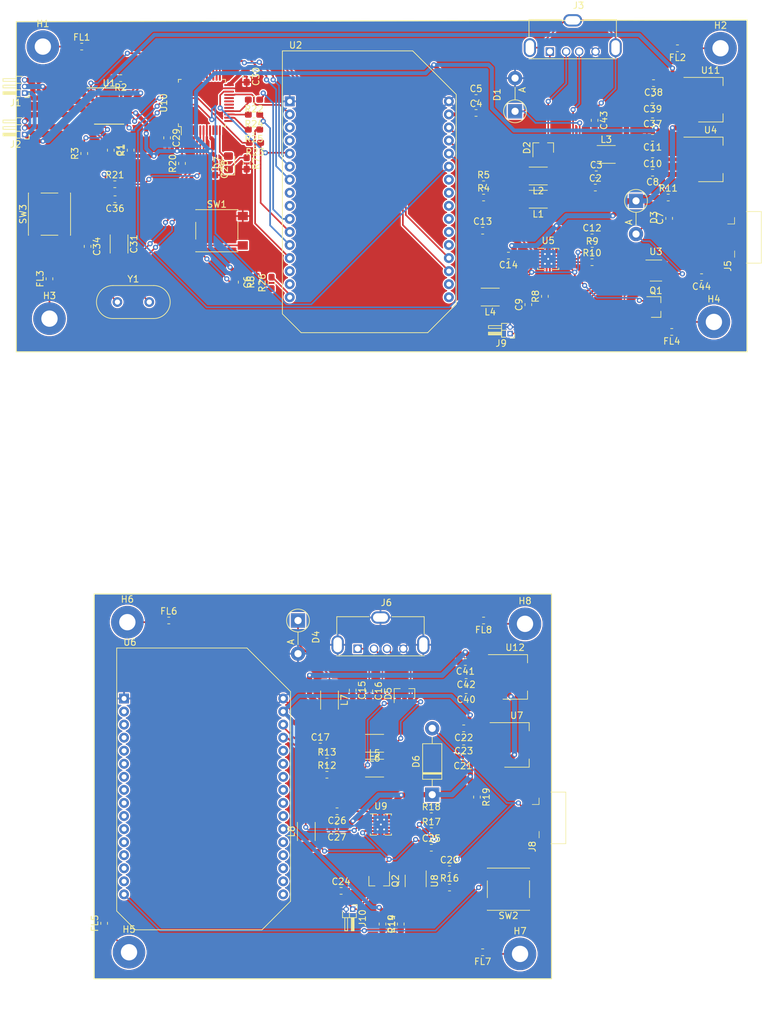
<source format=kicad_pcb>
(kicad_pcb (version 20171130) (host pcbnew 5.1.5-52549c5~86~ubuntu16.04.1)
  (layers (0 F.Cu signal) (31 B.Cu signal) (34 B.Paste user) (35 F.Paste user) (36 B.SilkS user) (37 F.SilkS user) (38 B.Mask user) (39 F.Mask user) (44 Edge.Cuts user))
  (net 0 "")
  (net 1 GND)
  (net 2 "Net-(C1-Pad1)")
  (net 3 "Net-(C2-Pad1)")
  (net 4 +3V8)
  (net 5 /Procesador/RST_P)
  (net 6 "Net-(C7-Pad2)")
  (net 7 "Net-(C7-Pad1)")
  (net 8 +5VL)
  (net 9 "Net-(C9-Pad1)")
  (net 10 "Net-(C12-Pad1)")
  (net 11 "Net-(C13-Pad1)")
  (net 12 GNDA)
  (net 13 "Net-(C15-Pad1)")
  (net 14 +3V0)
  (net 15 /camara/RST_P2)
  (net 16 "Net-(C20-Pad2)")
  (net 17 "Net-(C20-Pad1)")
  (net 18 +5VP)
  (net 19 "Net-(C24-Pad1)")
  (net 20 "Net-(C25-Pad1)")
  (net 21 "Net-(C26-Pad1)")
  (net 22 "Net-(C31-Pad2)")
  (net 23 "Net-(C34-Pad2)")
  (net 24 /Microcontrolador/RST_M)
  (net 25 +5V)
  (net 26 +5VD)
  (net 27 "Net-(C43-Pad1)")
  (net 28 "Net-(C44-Pad1)")
  (net 29 "Net-(D2-Pad2)")
  (net 30 "Net-(D2-Pad1)")
  (net 31 "Net-(D5-Pad2)")
  (net 32 "Net-(D5-Pad1)")
  (net 33 "/Puente H/M1-")
  (net 34 "/Puente H/M1+")
  (net 35 "/Puente H/M2-")
  (net 36 "/Puente H/M2+")
  (net 37 "Net-(J5-Pad2)")
  (net 38 "Net-(J8-Pad2)")
  (net 39 "Net-(L1-Pad2)")
  (net 40 "Net-(L2-Pad2)")
  (net 41 "Net-(L4-Pad2)")
  (net 42 "Net-(L5-Pad2)")
  (net 43 "Net-(L6-Pad2)")
  (net 44 "Net-(L8-Pad2)")
  (net 45 "Net-(R2-Pad2)")
  (net 46 "Net-(R3-Pad2)")
  (net 47 /Procesador/USB_D-)
  (net 48 /Procesador/USB_D+)
  (net 49 "Net-(R8-Pad1)")
  (net 50 "Net-(R10-Pad1)")
  (net 51 /camara/USB_D2-)
  (net 52 /camara/USB_D2+)
  (net 53 "Net-(R16-Pad1)")
  (net 54 "Net-(R17-Pad2)")
  (net 55 "Net-(R20-Pad2)")
  (net 56 /Microcontrolador/MISO)
  (net 57 "Net-(R22-Pad1)")
  (net 58 /Microcontrolador/MOSI)
  (net 59 "Net-(R23-Pad1)")
  (net 60 /Microcontrolador/SCLK)
  (net 61 "Net-(R24-Pad1)")
  (net 62 /Microcontrolador/CS1)
  (net 63 "Net-(R25-Pad1)")
  (net 64 "Net-(R26-Pad2)")
  (net 65 /Microcontrolador/PH_1A)
  (net 66 /Microcontrolador/PH_2A)
  (net 67 "Net-(U1-Pad12)")
  (net 68 /Microcontrolador/PH_4A)
  (net 69 /Microcontrolador/PH_3A)
  (net 70 /Microcontrolador/PH_EN12)
  (net 71 /Microcontrolador/USART_1)
  (net 72 /Microcontrolador/USART_2)
  (net 73 "Net-(U2-Pad26)")
  (net 74 "Net-(U2-Pad25)")
  (net 75 "Net-(U2-Pad24)")
  (net 76 "Net-(U2-Pad23)")
  (net 77 "Net-(U2-Pad22)")
  (net 78 "Net-(U2-Pad21)")
  (net 79 "Net-(U2-Pad18)")
  (net 80 "Net-(U2-Pad17)")
  (net 81 "Net-(U2-Pad15)")
  (net 82 "Net-(U2-Pad14)")
  (net 83 "Net-(U2-Pad9)")
  (net 84 "Net-(U2-Pad8)")
  (net 85 "Net-(U2-Pad4)")
  (net 86 "Net-(U2-Pad3)")
  (net 87 "Net-(U3-Pad1)")
  (net 88 "Net-(U6-Pad28)")
  (net 89 "Net-(U6-Pad27)")
  (net 90 "Net-(U6-Pad26)")
  (net 91 "Net-(U6-Pad25)")
  (net 92 "Net-(U6-Pad24)")
  (net 93 "Net-(U6-Pad23)")
  (net 94 "Net-(U6-Pad22)")
  (net 95 "Net-(U6-Pad21)")
  (net 96 "Net-(U6-Pad18)")
  (net 97 "Net-(U6-Pad17)")
  (net 98 "Net-(U6-Pad15)")
  (net 99 "Net-(U6-Pad14)")
  (net 100 "Net-(U6-Pad13)")
  (net 101 "Net-(U6-Pad12)")
  (net 102 "Net-(U6-Pad11)")
  (net 103 "Net-(U6-Pad10)")
  (net 104 "Net-(U6-Pad9)")
  (net 105 "Net-(U6-Pad8)")
  (net 106 "Net-(U6-Pad4)")
  (net 107 "Net-(U6-Pad3)")
  (net 108 "Net-(U8-Pad1)")
  (net 109 "Net-(U10-Pad46)")
  (net 110 "Net-(U10-Pad45)")
  (net 111 "Net-(U10-Pad44)")
  (net 112 "Net-(U10-Pad36)")
  (net 113 "Net-(U10-Pad33)")
  (net 114 "Net-(U10-Pad32)")
  (net 115 "Net-(U10-Pad31)")
  (net 116 "Net-(U10-Pad30)")
  (net 117 "Net-(U10-Pad29)")
  (net 118 /Microcontrolador/TD01)
  (net 119 /Microcontrolador/TCK1)
  (net 120 /Microcontrolador/TMS1)
  (net 121 /Microcontrolador/SRST1)
  (net 122 /Microcontrolador/TRST1)
  (net 123 "Net-(U10-Pad20)")
  (net 124 "Net-(U10-Pad19)")
  (net 125 "Net-(U10-Pad18)")
  (net 126 "Net-(U10-Pad17)")
  (net 127 "Net-(U10-Pad13)")
  (net 128 "Net-(U10-Pad11)")
  (net 129 "Net-(U10-Pad10)")
  (net 130 "Net-(U10-Pad4)")
  (net 131 "Net-(U10-Pad3)")
  (net 132 "Net-(U10-Pad2)")
  (net 133 "Net-(D7-Pad2)")
  (net 134 "Net-(D7-Pad1)")
  (net 135 /Procesador/TCK1)
  (net 136 "Net-(U6-Pad20)")
  (net 137 "Net-(U6-Pad19)")
  (net 138 "Net-(U6-Pad7)")
  (net 139 "Net-(U6-Pad6)")
  (net 140 "Net-(U6-Pad5)")
  (net 141 "Net-(U6-Pad2)")
  (net 142 "Net-(FL1-Pad1)")
  (net 143 "Net-(FL2-Pad1)")
  (net 144 "Net-(FL3-Pad1)")
  (net 145 "Net-(FL4-Pad1)")
  (net 146 "Net-(FL5-Pad1)")
  (net 147 "Net-(FL6-Pad1)")
  (net 148 "Net-(FL7-Pad1)")
  (net 149 "Net-(FL8-Pad1)")
  (module Module:Onion_Omega2+ (layer F.Cu) (at 107.442 42.418)
    (fp_text reference U2 (at 0.9 -8.6) (layer F.SilkS))
    (fp_text value Omega2+)
    (pad 32 thru_hole circle (at 24.4 0) (size 1.524 1.524) (drill 0.762) (layers *.Cu *.Mask) (net 1 GND))
    (pad 31 thru_hole circle (at 24.4 2) (size 1.524 1.524) (drill 0.762) (layers *.Cu *.Mask) (net 4 +3V8))
    (pad 30 thru_hole circle (at 24.4 4) (size 1.524 1.524) (drill 0.762) (layers *.Cu *.Mask) (net 48 /Procesador/USB_D+))
    (pad 29 thru_hole circle (at 24.4 6) (size 1.524 1.524) (drill 0.762) (layers *.Cu *.Mask) (net 47 /Procesador/USB_D-))
    (pad 28 thru_hole circle (at 24.4 8) (size 1.524 1.524) (drill 0.762) (layers *.Cu *.Mask) (net 71 /Microcontrolador/USART_1))
    (pad 27 thru_hole circle (at 24.4 10) (size 1.524 1.524) (drill 0.762) (layers *.Cu *.Mask) (net 72 /Microcontrolador/USART_2))
    (pad 26 thru_hole circle (at 24.4 12) (size 1.524 1.524) (drill 0.762) (layers *.Cu *.Mask) (net 73 "Net-(U2-Pad26)"))
    (pad 25 thru_hole circle (at 24.4 14) (size 1.524 1.524) (drill 0.762) (layers *.Cu *.Mask) (net 74 "Net-(U2-Pad25)"))
    (pad 24 thru_hole circle (at 24.4 16) (size 1.524 1.524) (drill 0.762) (layers *.Cu *.Mask) (net 75 "Net-(U2-Pad24)"))
    (pad 23 thru_hole circle (at 24.4 18) (size 1.524 1.524) (drill 0.762) (layers *.Cu *.Mask) (net 76 "Net-(U2-Pad23)"))
    (pad 22 thru_hole circle (at 24.4 20) (size 1.524 1.524) (drill 0.762) (layers *.Cu *.Mask) (net 77 "Net-(U2-Pad22)"))
    (pad 21 thru_hole circle (at 24.4 22) (size 1.524 1.524) (drill 0.762) (layers *.Cu *.Mask) (net 78 "Net-(U2-Pad21)"))
    (pad 20 thru_hole circle (at 24.4 24) (size 1.524 1.524) (drill 0.762) (layers *.Cu *.Mask) (net 118 /Microcontrolador/TD01))
    (pad 19 thru_hole circle (at 24.4 26) (size 1.524 1.524) (drill 0.762) (layers *.Cu *.Mask) (net 119 /Microcontrolador/TCK1))
    (pad 18 thru_hole circle (at 24.4 28) (size 1.524 1.524) (drill 0.762) (layers *.Cu *.Mask) (net 79 "Net-(U2-Pad18)"))
    (pad 17 thru_hole circle (at 24.4 30) (size 1.524 1.524) (drill 0.762) (layers *.Cu *.Mask) (net 80 "Net-(U2-Pad17)"))
    (pad 16 thru_hole circle (at 0 30) (size 1.524 1.524) (drill 0.762) (layers *.Cu *.Mask) (net 64 "Net-(R26-Pad2)"))
    (pad 15 thru_hole circle (at 0 28) (size 1.524 1.524) (drill 0.762) (layers *.Cu *.Mask) (net 81 "Net-(U2-Pad15)"))
    (pad 14 thru_hole circle (at 0 26) (size 1.524 1.524) (drill 0.762) (layers *.Cu *.Mask) (net 82 "Net-(U2-Pad14)"))
    (pad 13 thru_hole circle (at 0 24) (size 1.524 1.524) (drill 0.762) (layers *.Cu *.Mask) (net 63 "Net-(R25-Pad1)"))
    (pad 12 thru_hole circle (at 0 22) (size 1.524 1.524) (drill 0.762) (layers *.Cu *.Mask) (net 61 "Net-(R24-Pad1)"))
    (pad 11 thru_hole circle (at 0 20) (size 1.524 1.524) (drill 0.762) (layers *.Cu *.Mask) (net 59 "Net-(R23-Pad1)"))
    (pad 10 thru_hole circle (at 0 18) (size 1.524 1.524) (drill 0.762) (layers *.Cu *.Mask) (net 57 "Net-(R22-Pad1)"))
    (pad 9 thru_hole circle (at 0 16) (size 1.524 1.524) (drill 0.762) (layers *.Cu *.Mask) (net 83 "Net-(U2-Pad9)"))
    (pad 8 thru_hole circle (at 0 14) (size 1.524 1.524) (drill 0.762) (layers *.Cu *.Mask) (net 84 "Net-(U2-Pad8)"))
    (pad 7 thru_hole circle (at 0 12) (size 1.524 1.524) (drill 0.762) (layers *.Cu *.Mask) (net 120 /Microcontrolador/TMS1))
    (pad 6 thru_hole circle (at 0 10) (size 1.524 1.524) (drill 0.762) (layers *.Cu *.Mask) (net 135 /Procesador/TCK1))
    (pad 5 thru_hole circle (at 0 8) (size 1.524 1.524) (drill 0.762) (layers *.Cu *.Mask) (net 121 /Microcontrolador/SRST1))
    (pad 4 thru_hole circle (at 0 6) (size 1.524 1.524) (drill 0.762) (layers *.Cu *.Mask) (net 85 "Net-(U2-Pad4)"))
    (pad 3 thru_hole circle (at 0 4) (size 1.524 1.524) (drill 0.762) (layers *.Cu *.Mask) (net 86 "Net-(U2-Pad3)"))
    (pad 2 thru_hole circle (at 0 2) (size 1.524 1.524) (drill 0.762) (layers *.Cu *.Mask) (net 122 /Microcontrolador/TRST1))
    (pad 1 thru_hole rect (at 0 0) (size 1.524 1.524) (drill 0.762) (layers *.Cu *.Mask) (net 1 GND))
  )
  (module Package_QFP:LQFP-48_7x7mm_P0.5mm (layer F.Cu) (at 93.98 42.672 90)
    (fp_text reference U10 (at 0 -5.85 90) (layer F.SilkS))
    (fp_text value STM32L052C6Tx)
    (pad 48 smd roundrect (at -2.75 -4.1625 90) (size 0.3 1.475) (layers F.Cu F.Paste F.Mask) (net 4 +3V8))
    (pad 47 smd roundrect (at -2.25 -4.1625 90) (size 0.3 1.475) (layers F.Cu F.Paste F.Mask) (net 1 GND))
    (pad 46 smd roundrect (at -1.75 -4.1625 90) (size 0.3 1.475) (layers F.Cu F.Paste F.Mask) (net 109 "Net-(U10-Pad46)"))
    (pad 45 smd roundrect (at -1.25 -4.1625 90) (size 0.3 1.475) (layers F.Cu F.Paste F.Mask) (net 110 "Net-(U10-Pad45)"))
    (pad 44 smd roundrect (at -0.75 -4.1625 90) (size 0.3 1.475) (layers F.Cu F.Paste F.Mask) (net 111 "Net-(U10-Pad44)"))
    (pad 43 smd roundrect (at -0.25 -4.1625 90) (size 0.3 1.475) (layers F.Cu F.Paste F.Mask) (net 72 /Microcontrolador/USART_2))
    (pad 42 smd roundrect (at 0.25 -4.1625 90) (size 0.3 1.475) (layers F.Cu F.Paste F.Mask) (net 71 /Microcontrolador/USART_1))
    (pad 41 smd roundrect (at 0.75 -4.1625 90) (size 0.3 1.475) (layers F.Cu F.Paste F.Mask) (net 58 /Microcontrolador/MOSI))
    (pad 40 smd roundrect (at 1.25 -4.1625 90) (size 0.3 1.475) (layers F.Cu F.Paste F.Mask) (net 69 /Microcontrolador/PH_3A))
    (pad 39 smd roundrect (at 1.75 -4.1625 90) (size 0.3 1.475) (layers F.Cu F.Paste F.Mask) (net 68 /Microcontrolador/PH_4A))
    (pad 38 smd roundrect (at 2.25 -4.1625 90) (size 0.3 1.475) (layers F.Cu F.Paste F.Mask) (net 66 /Microcontrolador/PH_2A))
    (pad 37 smd roundrect (at 2.75 -4.1625 90) (size 0.3 1.475) (layers F.Cu F.Paste F.Mask) (net 65 /Microcontrolador/PH_1A))
    (pad 36 smd roundrect (at 4.1625 -2.75 90) (size 1.475 0.3) (layers F.Cu F.Paste F.Mask) (net 112 "Net-(U10-Pad36)"))
    (pad 35 smd roundrect (at 4.1625 -2.25 90) (size 1.475 0.3) (layers F.Cu F.Paste F.Mask) (net 1 GND))
    (pad 34 smd roundrect (at 4.1625 -1.75 90) (size 1.475 0.3) (layers F.Cu F.Paste F.Mask) (net 70 /Microcontrolador/PH_EN12))
    (pad 33 smd roundrect (at 4.1625 -1.25 90) (size 1.475 0.3) (layers F.Cu F.Paste F.Mask) (net 113 "Net-(U10-Pad33)"))
    (pad 32 smd roundrect (at 4.1625 -0.75 90) (size 1.475 0.3) (layers F.Cu F.Paste F.Mask) (net 114 "Net-(U10-Pad32)"))
    (pad 31 smd roundrect (at 4.1625 -0.25 90) (size 1.475 0.3) (layers F.Cu F.Paste F.Mask) (net 115 "Net-(U10-Pad31)"))
    (pad 30 smd roundrect (at 4.1625 0.25 90) (size 1.475 0.3) (layers F.Cu F.Paste F.Mask) (net 116 "Net-(U10-Pad30)"))
    (pad 29 smd roundrect (at 4.1625 0.75 90) (size 1.475 0.3) (layers F.Cu F.Paste F.Mask) (net 117 "Net-(U10-Pad29)"))
    (pad 28 smd roundrect (at 4.1625 1.25 90) (size 1.475 0.3) (layers F.Cu F.Paste F.Mask) (net 118 /Microcontrolador/TD01))
    (pad 27 smd roundrect (at 4.1625 1.75 90) (size 1.475 0.3) (layers F.Cu F.Paste F.Mask) (net 119 /Microcontrolador/TCK1))
    (pad 26 smd roundrect (at 4.1625 2.25 90) (size 1.475 0.3) (layers F.Cu F.Paste F.Mask) (net 120 /Microcontrolador/TMS1))
    (pad 25 smd roundrect (at 4.1625 2.75 90) (size 1.475 0.3) (layers F.Cu F.Paste F.Mask) (net 135 /Procesador/TCK1))
    (pad 24 smd roundrect (at 2.75 4.1625 90) (size 0.3 1.475) (layers F.Cu F.Paste F.Mask) (net 4 +3V8))
    (pad 23 smd roundrect (at 2.25 4.1625 90) (size 0.3 1.475) (layers F.Cu F.Paste F.Mask) (net 1 GND))
    (pad 22 smd roundrect (at 1.75 4.1625 90) (size 0.3 1.475) (layers F.Cu F.Paste F.Mask) (net 121 /Microcontrolador/SRST1))
    (pad 21 smd roundrect (at 1.25 4.1625 90) (size 0.3 1.475) (layers F.Cu F.Paste F.Mask) (net 122 /Microcontrolador/TRST1))
    (pad 20 smd roundrect (at 0.75 4.1625 90) (size 0.3 1.475) (layers F.Cu F.Paste F.Mask) (net 123 "Net-(U10-Pad20)"))
    (pad 19 smd roundrect (at 0.25 4.1625 90) (size 0.3 1.475) (layers F.Cu F.Paste F.Mask) (net 124 "Net-(U10-Pad19)"))
    (pad 18 smd roundrect (at -0.25 4.1625 90) (size 0.3 1.475) (layers F.Cu F.Paste F.Mask) (net 125 "Net-(U10-Pad18)"))
    (pad 17 smd roundrect (at -0.75 4.1625 90) (size 0.3 1.475) (layers F.Cu F.Paste F.Mask) (net 126 "Net-(U10-Pad17)"))
    (pad 16 smd roundrect (at -1.25 4.1625 90) (size 0.3 1.475) (layers F.Cu F.Paste F.Mask) (net 56 /Microcontrolador/MISO))
    (pad 15 smd roundrect (at -1.75 4.1625 90) (size 0.3 1.475) (layers F.Cu F.Paste F.Mask) (net 60 /Microcontrolador/SCLK))
    (pad 14 smd roundrect (at -2.25 4.1625 90) (size 0.3 1.475) (layers F.Cu F.Paste F.Mask) (net 62 /Microcontrolador/CS1))
    (pad 13 smd roundrect (at -2.75 4.1625 90) (size 0.3 1.475) (layers F.Cu F.Paste F.Mask) (net 127 "Net-(U10-Pad13)"))
    (pad 12 smd roundrect (at -4.1625 2.75 90) (size 1.475 0.3) (layers F.Cu F.Paste F.Mask) (net 133 "Net-(D7-Pad2)"))
    (pad 11 smd roundrect (at -4.1625 2.25 90) (size 1.475 0.3) (layers F.Cu F.Paste F.Mask) (net 128 "Net-(U10-Pad11)"))
    (pad 10 smd roundrect (at -4.1625 1.75 90) (size 1.475 0.3) (layers F.Cu F.Paste F.Mask) (net 129 "Net-(U10-Pad10)"))
    (pad 9 smd roundrect (at -4.1625 1.25 90) (size 1.475 0.3) (layers F.Cu F.Paste F.Mask) (net 4 +3V8))
    (pad 8 smd roundrect (at -4.1625 0.75 90) (size 1.475 0.3) (layers F.Cu F.Paste F.Mask) (net 1 GND))
    (pad 7 smd roundrect (at -4.1625 0.25 90) (size 1.475 0.3) (layers F.Cu F.Paste F.Mask) (net 24 /Microcontrolador/RST_M))
    (pad 6 smd roundrect (at -4.1625 -0.25 90) (size 1.475 0.3) (layers F.Cu F.Paste F.Mask) (net 22 "Net-(C31-Pad2)"))
    (pad 5 smd roundrect (at -4.1625 -0.75 90) (size 1.475 0.3) (layers F.Cu F.Paste F.Mask) (net 23 "Net-(C34-Pad2)"))
    (pad 4 smd roundrect (at -4.1625 -1.25 90) (size 1.475 0.3) (layers F.Cu F.Paste F.Mask) (net 130 "Net-(U10-Pad4)"))
    (pad 3 smd roundrect (at -4.1625 -1.75 90) (size 1.475 0.3) (layers F.Cu F.Paste F.Mask) (net 131 "Net-(U10-Pad3)"))
    (pad 2 smd roundrect (at -4.1625 -2.25 90) (size 1.475 0.3) (layers F.Cu F.Paste F.Mask) (net 132 "Net-(U10-Pad2)"))
    (pad 1 smd roundrect (at -4.1625 -2.75 90) (size 1.475 0.3) (layers F.Cu F.Paste F.Mask) (net 55 "Net-(R20-Pad2)"))
  )
  (module Diode_THT:D_DO-41_SOD81_P5.08mm_Vertical_AnodeUp (layer F.Cu) (at 108.712 121.92 270)
    (fp_text reference D4 (at 2.54 -2.750635 90) (layer F.SilkS))
    (fp_text value 1N47xxA)
    (fp_text user A (at 3.28 1.1 90) (layer F.SilkS))
    (pad 2 thru_hole oval (at 5.08 0 270) (size 2.2 2.2) (drill 1.1) (layers *.Cu *.Mask) (net 12 GNDA))
    (pad 1 thru_hole rect (at 0 0 270) (size 2.2 2.2) (drill 1.1) (layers *.Cu *.Mask) (net 13 "Net-(C15-Pad1)"))
  )
  (module Package_SO:TSSOP-16-1EP_4.4x5mm_P0.65mm (layer F.Cu) (at 79.756 43.18)
    (fp_text reference U1 (at 0 -3.55) (layer F.SilkS))
    (fp_text value DRV8848)
    (pad 17 smd rect (at -0.735 -1.3425) (size 1.47 0.895) (layers F.Cu F.Paste F.Mask) (net 1 GND))
    (pad 17 smd rect (at -0.735 -0.4475) (size 1.47 0.895) (layers F.Cu F.Paste F.Mask) (net 1 GND))
    (pad 17 smd rect (at -0.735 0.4475) (size 1.47 0.895) (layers F.Cu F.Paste F.Mask) (net 1 GND))
    (pad 17 smd rect (at -0.735 1.3425) (size 1.47 0.895) (layers F.Cu F.Paste F.Mask) (net 1 GND))
    (pad 17 smd rect (at 0.735 -1.3425) (size 1.47 0.895) (layers F.Cu F.Paste F.Mask) (net 1 GND))
    (pad 17 smd rect (at 0.735 -0.4475) (size 1.47 0.895) (layers F.Cu F.Paste F.Mask) (net 1 GND))
    (pad 17 smd rect (at 0.735 0.4475) (size 1.47 0.895) (layers F.Cu F.Paste F.Mask) (net 1 GND))
    (pad 17 smd rect (at 0.735 1.3425) (size 1.47 0.895) (layers F.Cu F.Paste F.Mask) (net 1 GND))
    (pad 16 smd rect (at 2.775 -2.275) (size 1.05 0.45) (layers F.Cu F.Paste F.Mask) (net 65 /Microcontrolador/PH_1A))
    (pad 15 smd rect (at 2.775 -1.625) (size 1.05 0.45) (layers F.Cu F.Paste F.Mask) (net 66 /Microcontrolador/PH_2A))
    (pad 14 smd rect (at 2.775 -0.975) (size 1.05 0.45) (layers F.Cu F.Paste F.Mask) (net 25 +5V))
    (pad 13 smd rect (at 2.775 -0.325) (size 1.05 0.45) (layers F.Cu F.Paste F.Mask) (net 1 GND))
    (pad 12 smd rect (at 2.775 0.325) (size 1.05 0.45) (layers F.Cu F.Paste F.Mask) (net 67 "Net-(U1-Pad12)"))
    (pad 11 smd rect (at 2.775 0.975) (size 1.05 0.45) (layers F.Cu F.Paste F.Mask) (net 4 +3V8))
    (pad 10 smd rect (at 2.775 1.625) (size 1.05 0.45) (layers F.Cu F.Paste F.Mask) (net 68 /Microcontrolador/PH_4A))
    (pad 9 smd rect (at 2.775 2.275) (size 1.05 0.45) (layers F.Cu F.Paste F.Mask) (net 69 /Microcontrolador/PH_3A))
    (pad 8 smd rect (at -2.775 2.275) (size 1.05 0.45) (layers F.Cu F.Paste F.Mask) (net 2 "Net-(C1-Pad1)"))
    (pad 7 smd rect (at -2.775 1.625) (size 1.05 0.45) (layers F.Cu F.Paste F.Mask) (net 36 "/Puente H/M2+"))
    (pad 6 smd rect (at -2.775 0.975) (size 1.05 0.45) (layers F.Cu F.Paste F.Mask) (net 46 "Net-(R3-Pad2)"))
    (pad 5 smd rect (at -2.775 0.325) (size 1.05 0.45) (layers F.Cu F.Paste F.Mask) (net 35 "/Puente H/M2-"))
    (pad 4 smd rect (at -2.775 -0.325) (size 1.05 0.45) (layers F.Cu F.Paste F.Mask) (net 33 "/Puente H/M1-"))
    (pad 3 smd rect (at -2.775 -0.975) (size 1.05 0.45) (layers F.Cu F.Paste F.Mask) (net 45 "Net-(R2-Pad2)"))
    (pad 2 smd rect (at -2.775 -1.625) (size 1.05 0.45) (layers F.Cu F.Paste F.Mask) (net 34 "/Puente H/M1+"))
    (pad 1 smd rect (at -2.775 -2.275) (size 1.05 0.45) (layers F.Cu F.Paste F.Mask) (net 70 /Microcontrolador/PH_EN12))
  )
  (module MountingHole:MountingHole_2.5mm_Pad (layer F.Cu) (at 69.596 34.036)
    (fp_text reference H1 (at 0 -3.5) (layer F.SilkS))
    (fp_text value MountingHole_Pad)
    (pad 1 thru_hole circle (at 0 0) (size 5 5) (drill 2.5) (layers *.Cu *.Mask) (net 142 "Net-(FL1-Pad1)"))
  )
  (module MountingHole:MountingHole_2.5mm_Pad (layer F.Cu) (at 143.51 122.428)
    (fp_text reference H8 (at 0 -3.5) (layer F.SilkS))
    (fp_text value MountingHole_Pad)
    (pad 1 thru_hole circle (at 0 0) (size 5 5) (drill 2.5) (layers *.Cu *.Mask) (net 149 "Net-(FL8-Pad1)"))
  )
  (module MountingHole:MountingHole_2.5mm_Pad (layer F.Cu) (at 142.748 172.974)
    (fp_text reference H7 (at 0 -3.5) (layer F.SilkS))
    (fp_text value MountingHole_Pad)
    (pad 1 thru_hole circle (at 0 0) (size 5 5) (drill 2.5) (layers *.Cu *.Mask) (net 148 "Net-(FL7-Pad1)"))
  )
  (module MountingHole:MountingHole_2.5mm_Pad (layer F.Cu) (at 82.55 122.174)
    (fp_text reference H6 (at 0 -3.5) (layer F.SilkS))
    (fp_text value MountingHole_Pad)
    (pad 1 thru_hole circle (at 0 0) (size 5 5) (drill 2.5) (layers *.Cu *.Mask) (net 147 "Net-(FL6-Pad1)"))
  )
  (module MountingHole:MountingHole_2.5mm_Pad (layer F.Cu) (at 82.804 172.72)
    (fp_text reference H5 (at 0 -3.5) (layer F.SilkS))
    (fp_text value MountingHole_Pad)
    (pad 1 thru_hole circle (at 0 0) (size 5 5) (drill 2.5) (layers *.Cu *.Mask) (net 146 "Net-(FL5-Pad1)"))
  )
  (module MountingHole:MountingHole_2.5mm_Pad (layer F.Cu) (at 172.466 76.2)
    (fp_text reference H4 (at 0 -3.5) (layer F.SilkS))
    (fp_text value MountingHole_Pad)
    (pad 1 thru_hole circle (at 0 0) (size 5 5) (drill 2.5) (layers *.Cu *.Mask) (net 145 "Net-(FL4-Pad1)"))
  )
  (module MountingHole:MountingHole_2.5mm_Pad (layer F.Cu) (at 70.612 75.692)
    (fp_text reference H3 (at 0 -3.5) (layer F.SilkS))
    (fp_text value MountingHole_Pad)
    (pad 1 thru_hole circle (at 0 0) (size 5 5) (drill 2.5) (layers *.Cu *.Mask) (net 144 "Net-(FL3-Pad1)"))
  )
  (module MountingHole:MountingHole_2.5mm_Pad (layer F.Cu) (at 173.482 34.29)
    (fp_text reference H2 (at 0 -3.5) (layer F.SilkS))
    (fp_text value MountingHole_Pad)
    (pad 1 thru_hole circle (at 0 0) (size 5 5) (drill 2.5) (layers *.Cu *.Mask) (net 143 "Net-(FL2-Pad1)"))
  )
  (module Resistor_SMD:R_0603_1608Metric_Pad1.05x0.95mm_HandSolder (layer F.Cu) (at 137.16 121.92 180)
    (fp_text reference FL8 (at 0 -1.43) (layer F.SilkS))
    (fp_text value BLM18SG121TN1D)
    (pad 2 smd roundrect (at 0.875 0 180) (size 1.05 0.95) (layers F.Cu F.Paste F.Mask) (net 12 GNDA))
    (pad 1 smd roundrect (at -0.875 0 180) (size 1.05 0.95) (layers F.Cu F.Paste F.Mask) (net 149 "Net-(FL8-Pad1)"))
  )
  (module Resistor_SMD:R_0603_1608Metric_Pad1.05x0.95mm_HandSolder (layer F.Cu) (at 137.019 172.72 180)
    (fp_text reference FL7 (at 0 -1.43) (layer F.SilkS))
    (fp_text value BLM18SG121TN1D)
    (pad 2 smd roundrect (at 0.875 0 180) (size 1.05 0.95) (layers F.Cu F.Paste F.Mask) (net 12 GNDA))
    (pad 1 smd roundrect (at -0.875 0 180) (size 1.05 0.95) (layers F.Cu F.Paste F.Mask) (net 148 "Net-(FL7-Pad1)"))
  )
  (module Resistor_SMD:R_0603_1608Metric_Pad1.05x0.95mm_HandSolder (layer F.Cu) (at 88.9 121.92)
    (fp_text reference FL6 (at 0 -1.43) (layer F.SilkS))
    (fp_text value BLM18SG121TN1D)
    (pad 2 smd roundrect (at 0.875 0) (size 1.05 0.95) (layers F.Cu F.Paste F.Mask) (net 12 GNDA))
    (pad 1 smd roundrect (at -0.875 0) (size 1.05 0.95) (layers F.Cu F.Paste F.Mask) (net 147 "Net-(FL6-Pad1)"))
  )
  (module Resistor_SMD:R_0603_1608Metric_Pad1.05x0.95mm_HandSolder (layer F.Cu) (at 78.994 168.289 90)
    (fp_text reference FL5 (at 0 -1.43 90) (layer F.SilkS))
    (fp_text value BLM18SG121TN1D)
    (pad 2 smd roundrect (at 0.875 0 90) (size 1.05 0.95) (layers F.Cu F.Paste F.Mask) (net 12 GNDA))
    (pad 1 smd roundrect (at -0.875 0 90) (size 1.05 0.95) (layers F.Cu F.Paste F.Mask) (net 146 "Net-(FL5-Pad1)"))
  )
  (module Resistor_SMD:R_0603_1608Metric_Pad1.05x0.95mm_HandSolder (layer F.Cu) (at 166.003 77.724 180)
    (fp_text reference FL4 (at 0 -1.43) (layer F.SilkS))
    (fp_text value BLM18SG121TN1D)
    (pad 2 smd roundrect (at 0.875 0 180) (size 1.05 0.95) (layers F.Cu F.Paste F.Mask) (net 1 GND))
    (pad 1 smd roundrect (at -0.875 0 180) (size 1.05 0.95) (layers F.Cu F.Paste F.Mask) (net 145 "Net-(FL4-Pad1)"))
  )
  (module Resistor_SMD:R_0603_1608Metric_Pad1.05x0.95mm_HandSolder (layer F.Cu) (at 70.612 69.596 90)
    (fp_text reference FL3 (at 0 -1.43 90) (layer F.SilkS))
    (fp_text value BLM18SG121TN1D)
    (pad 2 smd roundrect (at 0.875 0 90) (size 1.05 0.95) (layers F.Cu F.Paste F.Mask) (net 1 GND))
    (pad 1 smd roundrect (at -0.875 0 90) (size 1.05 0.95) (layers F.Cu F.Paste F.Mask) (net 144 "Net-(FL3-Pad1)"))
  )
  (module Resistor_SMD:R_0603_1608Metric_Pad1.05x0.95mm_HandSolder (layer F.Cu) (at 166.878 34.29 180)
    (fp_text reference FL2 (at 0 -1.43) (layer F.SilkS))
    (fp_text value BLM18SG121TN1D)
    (pad 2 smd roundrect (at 0.875 0 180) (size 1.05 0.95) (layers F.Cu F.Paste F.Mask) (net 1 GND))
    (pad 1 smd roundrect (at -0.875 0 180) (size 1.05 0.95) (layers F.Cu F.Paste F.Mask) (net 143 "Net-(FL2-Pad1)"))
  )
  (module Resistor_SMD:R_0603_1608Metric_Pad1.05x0.95mm_HandSolder (layer F.Cu) (at 75.551 34.036)
    (fp_text reference FL1 (at 0 -1.43) (layer F.SilkS))
    (fp_text value BLM18SG121TN1D)
    (pad 2 smd roundrect (at 0.875 0) (size 1.05 0.95) (layers F.Cu F.Paste F.Mask) (net 1 GND))
    (pad 1 smd roundrect (at -0.875 0) (size 1.05 0.95) (layers F.Cu F.Paste F.Mask) (net 142 "Net-(FL1-Pad1)"))
  )
  (module Resistor_SMD:R_0603_1608Metric_Pad1.05x0.95mm_HandSolder (layer F.Cu) (at 100.838 51.929 270)
    (fp_text reference R7 (at 0 -1.43 90) (layer F.SilkS))
    (fp_text value R)
    (pad 2 smd roundrect (at 0.875 0 270) (size 1.05 0.95) (layers F.Cu F.Paste F.Mask) (net 1 GND))
    (pad 1 smd roundrect (at -0.875 0 270) (size 1.05 0.95) (layers F.Cu F.Paste F.Mask) (net 134 "Net-(D7-Pad1)"))
  )
  (module Diode_SMD:D_0805_2012Metric_Pad1.15x1.40mm_HandSolder (layer F.Cu) (at 98.044 51.825 90)
    (fp_text reference D7 (at 0 -1.65 90) (layer F.SilkS))
    (fp_text value LED)
    (pad 2 smd roundrect (at 1.025 0 90) (size 1.15 1.4) (layers F.Cu F.Paste F.Mask) (roundrect_rratio 0.217391) (net 133 "Net-(D7-Pad2)"))
    (pad 1 smd roundrect (at -1.025 0 90) (size 1.15 1.4) (layers F.Cu F.Paste F.Mask) (roundrect_rratio 0.217391) (net 134 "Net-(D7-Pad1)"))
  )
  (module Package_TO_SOT_SMD:SOT-23 (layer F.Cu) (at 163.576 73.914)
    (fp_text reference Q1 (at 0 -2.5) (layer F.SilkS))
    (fp_text value Q_PMOS_DSG)
    (pad 3 smd rect (at 1 0) (size 0.9 0.8) (layers F.Cu F.Paste F.Mask) (net 7 "Net-(C7-Pad1)"))
    (pad 2 smd rect (at -1 0.95) (size 0.9 0.8) (layers F.Cu F.Paste F.Mask) (net 9 "Net-(C9-Pad1)"))
    (pad 1 smd rect (at -1 -0.95) (size 0.9 0.8) (layers F.Cu F.Paste F.Mask) (net 10 "Net-(C12-Pad1)"))
  )
  (module Button_Switch_SMD:SW_Push_1P1T_NO_6x6mm_H9.5mm (layer F.Cu) (at 96.266 62.23)
    (fp_text reference SW1 (at 0 -4.05) (layer F.SilkS))
    (fp_text value SW_Push)
    (pad 2 smd rect (at 3.975 2.25) (size 1.55 1.3) (layers F.Cu F.Paste F.Mask) (net 5 /Procesador/RST_P))
    (pad 1 smd rect (at 3.975 -2.25) (size 1.55 1.3) (layers F.Cu F.Paste F.Mask) (net 1 GND))
    (pad 1 smd rect (at -3.975 -2.25) (size 1.55 1.3) (layers F.Cu F.Paste F.Mask) (net 1 GND))
    (pad 2 smd rect (at -3.975 2.25) (size 1.55 1.3) (layers F.Cu F.Paste F.Mask) (net 5 /Procesador/RST_P))
  )
  (module Connector_USB:USB_A_Molex_105057_Vertical (layer F.Cu) (at 147.32 34.798)
    (fp_text reference J3 (at 4.4 -7.05) (layer F.SilkS))
    (fp_text value USB_A)
    (pad 5 thru_hole oval (at 3.5 -4.78 90) (size 1.9 2.9) (drill oval 1.3 2.3) (layers *.Cu *.Mask) (net 27 "Net-(C43-Pad1)"))
    (pad 5 thru_hole oval (at 10.07 -0.6) (size 1.9 2.9) (drill oval 1.3 2.3) (layers *.Cu *.Mask) (net 27 "Net-(C43-Pad1)"))
    (pad 5 thru_hole oval (at -3.07 -0.6 180) (size 1.9 2.9) (drill oval 1.3 2.3) (layers *.Cu *.Mask) (net 27 "Net-(C43-Pad1)"))
    (pad 4 thru_hole circle (at 7 0) (size 1.3 1.3) (drill 0.9) (layers *.Cu *.Mask) (net 1 GND))
    (pad 3 thru_hole circle (at 4.5 0) (size 1.3 1.3) (drill 0.9) (layers *.Cu *.Mask) (net 29 "Net-(D2-Pad2)"))
    (pad 2 thru_hole circle (at 2.5 0) (size 1.3 1.3) (drill 0.9) (layers *.Cu *.Mask) (net 30 "Net-(D2-Pad1)"))
    (pad 1 thru_hole rect (at 0 0) (size 1.3 1.3) (drill 0.9) (layers *.Cu *.Mask) (net 3 "Net-(C2-Pad1)"))
  )
  (module Connector_PinHeader_1.00mm:PinHeader_1x03_P1.00mm_Horizontal (layer F.Cu) (at 66.802 41.148 180)
    (fp_text reference J1 (at 1.375 -1.5) (layer F.SilkS))
    (fp_text value Conn_01x03)
    (pad 3 thru_hole oval (at 0 2 180) (size 0.85 0.85) (drill 0.5) (layers *.Cu *.Mask) (net 33 "/Puente H/M1-"))
    (pad 2 thru_hole oval (at 0 1 180) (size 0.85 0.85) (drill 0.5) (layers *.Cu *.Mask) (net 34 "/Puente H/M1+"))
    (pad 1 thru_hole rect (at 0 0 180) (size 0.85 0.85) (drill 0.5) (layers *.Cu *.Mask) (net 25 +5V))
  )
  (module Button_Switch_SMD:SW_Push_1P1T_NO_6x6mm_H9.5mm (layer F.Cu) (at 70.612 59.69 90)
    (fp_text reference SW3 (at 0 -4.05 90) (layer F.SilkS))
    (fp_text value SW_Push)
    (pad 2 smd rect (at 3.975 2.25 90) (size 1.55 1.3) (layers F.Cu F.Paste F.Mask) (net 24 /Microcontrolador/RST_M))
    (pad 1 smd rect (at 3.975 -2.25 90) (size 1.55 1.3) (layers F.Cu F.Paste F.Mask) (net 1 GND))
    (pad 1 smd rect (at -3.975 -2.25 90) (size 1.55 1.3) (layers F.Cu F.Paste F.Mask) (net 1 GND))
    (pad 2 smd rect (at -3.975 2.25 90) (size 1.55 1.3) (layers F.Cu F.Paste F.Mask) (net 24 /Microcontrolador/RST_M))
  )
  (module Button_Switch_SMD:SW_Push_1P1T_NO_6x6mm_H9.5mm (layer F.Cu) (at 140.97 163.068 180)
    (fp_text reference SW2 (at 0 -4.05) (layer F.SilkS))
    (fp_text value SW_Push)
    (pad 2 smd rect (at 3.975 2.25 180) (size 1.55 1.3) (layers F.Cu F.Paste F.Mask) (net 15 /camara/RST_P2))
    (pad 1 smd rect (at 3.975 -2.25 180) (size 1.55 1.3) (layers F.Cu F.Paste F.Mask) (net 12 GNDA))
    (pad 1 smd rect (at -3.975 -2.25 180) (size 1.55 1.3) (layers F.Cu F.Paste F.Mask) (net 12 GNDA))
    (pad 2 smd rect (at -3.975 2.25 180) (size 1.55 1.3) (layers F.Cu F.Paste F.Mask) (net 15 /camara/RST_P2))
  )
  (module Crystal:Crystal_HC49-U_Vertical (layer F.Cu) (at 81.026 73.152)
    (fp_text reference Y1 (at 2.44 -3.525) (layer F.SilkS))
    (fp_text value 24M)
    (pad 2 thru_hole circle (at 4.88 0) (size 1.5 1.5) (drill 0.8) (layers *.Cu *.Mask) (net 22 "Net-(C31-Pad2)"))
    (pad 1 thru_hole circle (at 0 0) (size 1.5 1.5) (drill 0.8) (layers *.Cu *.Mask) (net 23 "Net-(C34-Pad2)"))
  )
  (module Diode_THT:D_DO-41_SOD81_P5.08mm_Vertical_AnodeUp (layer F.Cu) (at 160.528 57.658 270)
    (fp_text reference D3 (at 2.54 -2.750635 90) (layer F.SilkS))
    (fp_text value 1N5817)
    (fp_text user A (at 3.28 1.1 90) (layer F.SilkS))
    (pad 2 thru_hole oval (at 5.08 0 270) (size 2.2 2.2) (drill 1.1) (layers *.Cu *.Mask) (net 7 "Net-(C7-Pad1)"))
    (pad 1 thru_hole rect (at 0 0 270) (size 2.2 2.2) (drill 1.1) (layers *.Cu *.Mask) (net 8 +5VL))
  )
  (module Diode_THT:D_DO-41_SOD81_P5.08mm_Vertical_AnodeUp (layer F.Cu) (at 141.986 43.942 90)
    (fp_text reference D1 (at 2.54 -2.750635 90) (layer F.SilkS))
    (fp_text value 1N47xxA)
    (fp_text user A (at 3.28 1.1 90) (layer F.SilkS))
    (pad 2 thru_hole oval (at 5.08 0 90) (size 2.2 2.2) (drill 1.1) (layers *.Cu *.Mask) (net 1 GND))
    (pad 1 thru_hole rect (at 0 0 90) (size 2.2 2.2) (drill 1.1) (layers *.Cu *.Mask) (net 3 "Net-(C2-Pad1)"))
  )
  (module Resistor_SMD:R_0603_1608Metric_Pad1.05x0.95mm_HandSolder (layer F.Cu) (at 102.108 48.768 180)
    (fp_text reference R23 (at 0 -1.43) (layer F.SilkS))
    (fp_text value 100)
    (pad 2 smd roundrect (at 0.875 0 180) (size 1.05 0.95) (layers F.Cu F.Paste F.Mask) (net 58 /Microcontrolador/MOSI))
    (pad 1 smd roundrect (at -0.875 0 180) (size 1.05 0.95) (layers F.Cu F.Paste F.Mask) (net 59 "Net-(R23-Pad1)"))
  )
  (module Package_TO_SOT_SMD:SOT-223 (layer F.Cu) (at 141.986 130.556)
    (fp_text reference U12 (at 0 -4.5) (layer F.SilkS))
    (fp_text value LM1117-5.0)
    (pad 1 smd rect (at -3.15 -2.3) (size 2 1.5) (layers F.Cu F.Paste F.Mask) (net 12 GNDA))
    (pad 3 smd rect (at -3.15 2.3) (size 2 1.5) (layers F.Cu F.Paste F.Mask) (net 18 +5VP))
    (pad 2 smd rect (at -3.15 0) (size 2 1.5) (layers F.Cu F.Paste F.Mask) (net 26 +5VD))
    (pad 4 smd rect (at 3.15 0) (size 2 3.8) (layers F.Cu F.Paste F.Mask))
  )
  (module Package_TO_SOT_SMD:SOT-223 (layer F.Cu) (at 171.958 42.164)
    (fp_text reference U11 (at 0 -4.5) (layer F.SilkS))
    (fp_text value LM1117-5.0)
    (pad 1 smd rect (at -3.15 -2.3) (size 2 1.5) (layers F.Cu F.Paste F.Mask) (net 1 GND))
    (pad 3 smd rect (at -3.15 2.3) (size 2 1.5) (layers F.Cu F.Paste F.Mask) (net 8 +5VL))
    (pad 2 smd rect (at -3.15 0) (size 2 1.5) (layers F.Cu F.Paste F.Mask) (net 25 +5V))
    (pad 4 smd rect (at 3.15 0) (size 2 3.8) (layers F.Cu F.Paste F.Mask))
  )
  (module Package_SON:Texas_S-PVSON-N10_ThermalVias (layer F.Cu) (at 121.412 153.162)
    (fp_text reference U9 (at 0 -2.8) (layer F.SilkS))
    (fp_text value TPS61200DRC)
    (pad 11 smd rect (at 0 0) (size 2.3 2.8) (layers B.Cu) (net 12 GNDA))
    (pad 11 thru_hole circle (at -0.5 0.75) (size 0.6 0.6) (drill 0.3) (layers *.Cu *.Mask) (net 12 GNDA))
    (pad 11 thru_hole circle (at -0.5 -0.75) (size 0.6 0.6) (drill 0.3) (layers *.Cu *.Mask) (net 12 GNDA))
    (pad 11 thru_hole circle (at 0.5 -0.75) (size 0.6 0.6) (drill 0.3) (layers *.Cu *.Mask) (net 12 GNDA))
    (pad 11 thru_hole circle (at 0 0) (size 0.6 0.6) (drill 0.3) (layers *.Cu *.Mask) (net 12 GNDA))
    (pad 11 thru_hole circle (at 0.5 0.75) (size 0.6 0.6) (drill 0.3) (layers *.Cu *.Mask) (net 12 GNDA))
    (pad 10 smd oval (at 1.475 -1) (size 0.85 0.28) (layers F.Cu F.Paste F.Mask) (net 18 +5VP))
    (pad 9 smd oval (at 1.475 -0.5) (size 0.85 0.28) (layers F.Cu F.Paste F.Mask) (net 12 GNDA))
    (pad 8 smd oval (at 1.475 0) (size 0.85 0.28) (layers F.Cu F.Paste F.Mask) (net 20 "Net-(C25-Pad1)"))
    (pad 7 smd rect (at 1.76 0.5) (size 0.28 0.28) (layers F.Cu F.Paste F.Mask) (net 54 "Net-(R17-Pad2)"))
    (pad 6 smd rect (at 1.76 1) (size 0.28 0.28) (layers F.Cu F.Paste F.Mask) (net 20 "Net-(C25-Pad1)"))
    (pad 5 smd oval (at -1.475 1) (size 0.85 0.28) (layers F.Cu F.Paste F.Mask) (net 20 "Net-(C25-Pad1)"))
    (pad 4 smd rect (at -1.76 0.5) (size 0.28 0.28) (layers F.Cu F.Paste F.Mask) (net 12 GNDA))
    (pad 3 smd oval (at -1.475 0) (size 0.85 0.28) (layers F.Cu F.Paste F.Mask) (net 44 "Net-(L8-Pad2)"))
    (pad 2 smd rect (at -1.76 -0.5) (size 0.28 0.28) (layers F.Cu F.Paste F.Mask) (net 18 +5VP))
    (pad 1 smd rect (at -1.76 -1) (size 0.28 0.28) (layers F.Cu F.Paste F.Mask) (net 21 "Net-(C26-Pad1)"))
    (pad 11 smd rect (at 0 0) (size 1.65 2.4) (layers F.Cu F.Mask) (net 12 GNDA))
    (pad 11 smd rect (at 0.45 0.635) (size 0.68 1.05) (layers F.Cu F.Paste F.Mask) (net 12 GNDA))
    (pad 11 smd rect (at -0.45 0.635) (size 0.68 1.05) (layers F.Cu F.Paste F.Mask) (net 12 GNDA))
    (pad 11 smd rect (at 0.45 -0.635) (size 0.68 1.05) (layers F.Cu F.Paste F.Mask) (net 12 GNDA))
    (pad 11 smd rect (at 0.25 1.63) (size 0.26 0.5) (layers F.Cu F.Paste F.Mask) (net 12 GNDA))
    (pad 11 smd rect (at -0.25 1.63) (size 0.26 0.5) (layers F.Cu F.Paste F.Mask) (net 12 GNDA))
    (pad 11 smd rect (at 0.25 -1.63) (size 0.26 0.5) (layers F.Cu F.Paste F.Mask) (net 12 GNDA))
    (pad 11 smd rect (at 0.25 1.55) (size 0.28 0.7) (layers F.Cu F.Mask) (net 12 GNDA))
    (pad 11 smd rect (at -0.25 1.55) (size 0.28 0.7) (layers F.Cu F.Mask) (net 12 GNDA))
    (pad 11 smd rect (at 0.25 -1.55) (size 0.28 0.7) (layers F.Cu F.Mask) (net 12 GNDA))
    (pad 11 smd rect (at -0.25 -1.63) (size 0.26 0.5) (layers F.Cu F.Paste F.Mask) (net 12 GNDA))
    (pad 11 smd rect (at -0.25 -1.55) (size 0.28 0.7) (layers F.Cu F.Mask) (net 12 GNDA))
    (pad 11 smd rect (at -0.45 -0.635) (size 0.68 1.05) (layers F.Cu F.Paste F.Mask) (net 12 GNDA))
    (pad 10 smd rect (at 1.76 -1) (size 0.28 0.28) (layers F.Cu F.Paste F.Mask) (net 18 +5VP))
    (pad 9 smd rect (at 1.76 -0.5) (size 0.28 0.28) (layers F.Cu F.Paste F.Mask) (net 12 GNDA))
    (pad 8 smd rect (at 1.76 0) (size 0.28 0.28) (layers F.Cu F.Paste F.Mask) (net 20 "Net-(C25-Pad1)"))
    (pad 7 smd oval (at 1.475 0.5) (size 0.85 0.28) (layers F.Cu F.Paste F.Mask) (net 54 "Net-(R17-Pad2)"))
    (pad 6 smd oval (at 1.475 1) (size 0.85 0.28) (layers F.Cu F.Paste F.Mask) (net 20 "Net-(C25-Pad1)"))
    (pad 5 smd rect (at -1.76 1) (size 0.28 0.28) (layers F.Cu F.Paste F.Mask) (net 20 "Net-(C25-Pad1)"))
    (pad 4 smd oval (at -1.475 0.5) (size 0.85 0.28) (layers F.Cu F.Paste F.Mask) (net 12 GNDA))
    (pad 3 smd rect (at -1.76 0) (size 0.28 0.28) (layers F.Cu F.Paste F.Mask) (net 44 "Net-(L8-Pad2)"))
    (pad 2 smd oval (at -1.475 -0.5) (size 0.85 0.28) (layers F.Cu F.Paste F.Mask) (net 18 +5VP))
    (pad 1 smd oval (at -1.475 -1) (size 0.85 0.28) (layers F.Cu F.Paste F.Mask) (net 21 "Net-(C26-Pad1)"))
  )
  (module Package_TO_SOT_SMD:SOT-23-5 (layer F.Cu) (at 126.746 161.798 270)
    (fp_text reference U8 (at 0 -2.9 90) (layer F.SilkS))
    (fp_text value MCP73811T-435I-OT)
    (pad 5 smd rect (at 1.1 -0.95 270) (size 1.06 0.65) (layers F.Cu F.Paste F.Mask) (net 53 "Net-(R16-Pad1)"))
    (pad 4 smd rect (at 1.1 0.95 270) (size 1.06 0.65) (layers F.Cu F.Paste F.Mask) (net 17 "Net-(C20-Pad1)"))
    (pad 3 smd rect (at -1.1 0.95 270) (size 1.06 0.65) (layers F.Cu F.Paste F.Mask) (net 19 "Net-(C24-Pad1)"))
    (pad 2 smd rect (at -1.1 0 270) (size 1.06 0.65) (layers F.Cu F.Paste F.Mask) (net 12 GNDA))
    (pad 1 smd rect (at -1.1 -0.95 270) (size 1.06 0.65) (layers F.Cu F.Paste F.Mask) (net 108 "Net-(U8-Pad1)"))
  )
  (module Package_TO_SOT_SMD:SOT-223 (layer F.Cu) (at 142.24 140.97)
    (fp_text reference U7 (at 0 -4.5) (layer F.SilkS))
    (fp_text value LM1117-3.3)
    (pad 1 smd rect (at -3.15 -2.3) (size 2 1.5) (layers F.Cu F.Paste F.Mask) (net 12 GNDA))
    (pad 3 smd rect (at -3.15 2.3) (size 2 1.5) (layers F.Cu F.Paste F.Mask) (net 18 +5VP))
    (pad 2 smd rect (at -3.15 0) (size 2 1.5) (layers F.Cu F.Paste F.Mask) (net 14 +3V0))
    (pad 4 smd rect (at 3.15 0) (size 2 3.8) (layers F.Cu F.Paste F.Mask))
  )
  (module Module:Onion_Omega2+ (layer F.Cu) (at 82.042 133.858)
    (fp_text reference U6 (at 0.9 -8.6) (layer F.SilkS))
    (fp_text value Omega2+)
    (pad 32 thru_hole circle (at 24.4 0) (size 1.524 1.524) (drill 0.762) (layers *.Cu *.Mask) (net 12 GNDA))
    (pad 31 thru_hole circle (at 24.4 2) (size 1.524 1.524) (drill 0.762) (layers *.Cu *.Mask) (net 14 +3V0))
    (pad 30 thru_hole circle (at 24.4 4) (size 1.524 1.524) (drill 0.762) (layers *.Cu *.Mask) (net 52 /camara/USB_D2+))
    (pad 29 thru_hole circle (at 24.4 6) (size 1.524 1.524) (drill 0.762) (layers *.Cu *.Mask) (net 51 /camara/USB_D2-))
    (pad 28 thru_hole circle (at 24.4 8) (size 1.524 1.524) (drill 0.762) (layers *.Cu *.Mask) (net 88 "Net-(U6-Pad28)"))
    (pad 27 thru_hole circle (at 24.4 10) (size 1.524 1.524) (drill 0.762) (layers *.Cu *.Mask) (net 89 "Net-(U6-Pad27)"))
    (pad 26 thru_hole circle (at 24.4 12) (size 1.524 1.524) (drill 0.762) (layers *.Cu *.Mask) (net 90 "Net-(U6-Pad26)"))
    (pad 25 thru_hole circle (at 24.4 14) (size 1.524 1.524) (drill 0.762) (layers *.Cu *.Mask) (net 91 "Net-(U6-Pad25)"))
    (pad 24 thru_hole circle (at 24.4 16) (size 1.524 1.524) (drill 0.762) (layers *.Cu *.Mask) (net 92 "Net-(U6-Pad24)"))
    (pad 23 thru_hole circle (at 24.4 18) (size 1.524 1.524) (drill 0.762) (layers *.Cu *.Mask) (net 93 "Net-(U6-Pad23)"))
    (pad 22 thru_hole circle (at 24.4 20) (size 1.524 1.524) (drill 0.762) (layers *.Cu *.Mask) (net 94 "Net-(U6-Pad22)"))
    (pad 21 thru_hole circle (at 24.4 22) (size 1.524 1.524) (drill 0.762) (layers *.Cu *.Mask) (net 95 "Net-(U6-Pad21)"))
    (pad 20 thru_hole circle (at 24.4 24) (size 1.524 1.524) (drill 0.762) (layers *.Cu *.Mask) (net 136 "Net-(U6-Pad20)"))
    (pad 19 thru_hole circle (at 24.4 26) (size 1.524 1.524) (drill 0.762) (layers *.Cu *.Mask) (net 137 "Net-(U6-Pad19)"))
    (pad 18 thru_hole circle (at 24.4 28) (size 1.524 1.524) (drill 0.762) (layers *.Cu *.Mask) (net 96 "Net-(U6-Pad18)"))
    (pad 17 thru_hole circle (at 24.4 30) (size 1.524 1.524) (drill 0.762) (layers *.Cu *.Mask) (net 97 "Net-(U6-Pad17)"))
    (pad 16 thru_hole circle (at 0 30) (size 1.524 1.524) (drill 0.762) (layers *.Cu *.Mask) (net 15 /camara/RST_P2))
    (pad 15 thru_hole circle (at 0 28) (size 1.524 1.524) (drill 0.762) (layers *.Cu *.Mask) (net 98 "Net-(U6-Pad15)"))
    (pad 14 thru_hole circle (at 0 26) (size 1.524 1.524) (drill 0.762) (layers *.Cu *.Mask) (net 99 "Net-(U6-Pad14)"))
    (pad 13 thru_hole circle (at 0 24) (size 1.524 1.524) (drill 0.762) (layers *.Cu *.Mask) (net 100 "Net-(U6-Pad13)"))
    (pad 12 thru_hole circle (at 0 22) (size 1.524 1.524) (drill 0.762) (layers *.Cu *.Mask) (net 101 "Net-(U6-Pad12)"))
    (pad 11 thru_hole circle (at 0 20) (size 1.524 1.524) (drill 0.762) (layers *.Cu *.Mask) (net 102 "Net-(U6-Pad11)"))
    (pad 10 thru_hole circle (at 0 18) (size 1.524 1.524) (drill 0.762) (layers *.Cu *.Mask) (net 103 "Net-(U6-Pad10)"))
    (pad 9 thru_hole circle (at 0 16) (size 1.524 1.524) (drill 0.762) (layers *.Cu *.Mask) (net 104 "Net-(U6-Pad9)"))
    (pad 8 thru_hole circle (at 0 14) (size 1.524 1.524) (drill 0.762) (layers *.Cu *.Mask) (net 105 "Net-(U6-Pad8)"))
    (pad 7 thru_hole circle (at 0 12) (size 1.524 1.524) (drill 0.762) (layers *.Cu *.Mask) (net 138 "Net-(U6-Pad7)"))
    (pad 6 thru_hole circle (at 0 10) (size 1.524 1.524) (drill 0.762) (layers *.Cu *.Mask) (net 139 "Net-(U6-Pad6)"))
    (pad 5 thru_hole circle (at 0 8) (size 1.524 1.524) (drill 0.762) (layers *.Cu *.Mask) (net 140 "Net-(U6-Pad5)"))
    (pad 4 thru_hole circle (at 0 6) (size 1.524 1.524) (drill 0.762) (layers *.Cu *.Mask) (net 106 "Net-(U6-Pad4)"))
    (pad 3 thru_hole circle (at 0 4) (size 1.524 1.524) (drill 0.762) (layers *.Cu *.Mask) (net 107 "Net-(U6-Pad3)"))
    (pad 2 thru_hole circle (at 0 2) (size 1.524 1.524) (drill 0.762) (layers *.Cu *.Mask) (net 141 "Net-(U6-Pad2)"))
    (pad 1 thru_hole rect (at 0 0) (size 1.524 1.524) (drill 0.762) (layers *.Cu *.Mask) (net 12 GNDA))
  )
  (module Package_SON:Texas_S-PVSON-N10_ThermalVias (layer F.Cu) (at 147.066 66.548)
    (fp_text reference U5 (at 0 -2.8) (layer F.SilkS))
    (fp_text value TPS61200DRC)
    (pad 11 smd rect (at 0 0) (size 2.3 2.8) (layers B.Cu) (net 1 GND))
    (pad 11 thru_hole circle (at -0.5 0.75) (size 0.6 0.6) (drill 0.3) (layers *.Cu *.Mask) (net 1 GND))
    (pad 11 thru_hole circle (at -0.5 -0.75) (size 0.6 0.6) (drill 0.3) (layers *.Cu *.Mask) (net 1 GND))
    (pad 11 thru_hole circle (at 0.5 -0.75) (size 0.6 0.6) (drill 0.3) (layers *.Cu *.Mask) (net 1 GND))
    (pad 11 thru_hole circle (at 0 0) (size 0.6 0.6) (drill 0.3) (layers *.Cu *.Mask) (net 1 GND))
    (pad 11 thru_hole circle (at 0.5 0.75) (size 0.6 0.6) (drill 0.3) (layers *.Cu *.Mask) (net 1 GND))
    (pad 10 smd oval (at 1.475 -1) (size 0.85 0.28) (layers F.Cu F.Paste F.Mask) (net 8 +5VL))
    (pad 9 smd oval (at 1.475 -0.5) (size 0.85 0.28) (layers F.Cu F.Paste F.Mask) (net 1 GND))
    (pad 8 smd oval (at 1.475 0) (size 0.85 0.28) (layers F.Cu F.Paste F.Mask) (net 10 "Net-(C12-Pad1)"))
    (pad 7 smd rect (at 1.76 0.5) (size 0.28 0.28) (layers F.Cu F.Paste F.Mask) (net 50 "Net-(R10-Pad1)"))
    (pad 6 smd rect (at 1.76 1) (size 0.28 0.28) (layers F.Cu F.Paste F.Mask) (net 10 "Net-(C12-Pad1)"))
    (pad 5 smd oval (at -1.475 1) (size 0.85 0.28) (layers F.Cu F.Paste F.Mask) (net 10 "Net-(C12-Pad1)"))
    (pad 4 smd rect (at -1.76 0.5) (size 0.28 0.28) (layers F.Cu F.Paste F.Mask) (net 1 GND))
    (pad 3 smd oval (at -1.475 0) (size 0.85 0.28) (layers F.Cu F.Paste F.Mask) (net 41 "Net-(L4-Pad2)"))
    (pad 2 smd rect (at -1.76 -0.5) (size 0.28 0.28) (layers F.Cu F.Paste F.Mask) (net 8 +5VL))
    (pad 1 smd rect (at -1.76 -1) (size 0.28 0.28) (layers F.Cu F.Paste F.Mask) (net 11 "Net-(C13-Pad1)"))
    (pad 11 smd rect (at 0 0) (size 1.65 2.4) (layers F.Cu F.Mask) (net 1 GND))
    (pad 11 smd rect (at 0.45 0.635) (size 0.68 1.05) (layers F.Cu F.Paste F.Mask) (net 1 GND))
    (pad 11 smd rect (at -0.45 0.635) (size 0.68 1.05) (layers F.Cu F.Paste F.Mask) (net 1 GND))
    (pad 11 smd rect (at 0.45 -0.635) (size 0.68 1.05) (layers F.Cu F.Paste F.Mask) (net 1 GND))
    (pad 11 smd rect (at 0.25 1.63) (size 0.26 0.5) (layers F.Cu F.Paste F.Mask) (net 1 GND))
    (pad 11 smd rect (at -0.25 1.63) (size 0.26 0.5) (layers F.Cu F.Paste F.Mask) (net 1 GND))
    (pad 11 smd rect (at 0.25 -1.63) (size 0.26 0.5) (layers F.Cu F.Paste F.Mask) (net 1 GND))
    (pad 11 smd rect (at 0.25 1.55) (size 0.28 0.7) (layers F.Cu F.Mask) (net 1 GND))
    (pad 11 smd rect (at -0.25 1.55) (size 0.28 0.7) (layers F.Cu F.Mask) (net 1 GND))
    (pad 11 smd rect (at 0.25 -1.55) (size 0.28 0.7) (layers F.Cu F.Mask) (net 1 GND))
    (pad 11 smd rect (at -0.25 -1.63) (size 0.26 0.5) (layers F.Cu F.Paste F.Mask) (net 1 GND))
    (pad 11 smd rect (at -0.25 -1.55) (size 0.28 0.7) (layers F.Cu F.Mask) (net 1 GND))
    (pad 11 smd rect (at -0.45 -0.635) (size 0.68 1.05) (layers F.Cu F.Paste F.Mask) (net 1 GND))
    (pad 10 smd rect (at 1.76 -1) (size 0.28 0.28) (layers F.Cu F.Paste F.Mask) (net 8 +5VL))
    (pad 9 smd rect (at 1.76 -0.5) (size 0.28 0.28) (layers F.Cu F.Paste F.Mask) (net 1 GND))
    (pad 8 smd rect (at 1.76 0) (size 0.28 0.28) (layers F.Cu F.Paste F.Mask) (net 10 "Net-(C12-Pad1)"))
    (pad 7 smd oval (at 1.475 0.5) (size 0.85 0.28) (layers F.Cu F.Paste F.Mask) (net 50 "Net-(R10-Pad1)"))
    (pad 6 smd oval (at 1.475 1) (size 0.85 0.28) (layers F.Cu F.Paste F.Mask) (net 10 "Net-(C12-Pad1)"))
    (pad 5 smd rect (at -1.76 1) (size 0.28 0.28) (layers F.Cu F.Paste F.Mask) (net 10 "Net-(C12-Pad1)"))
    (pad 4 smd oval (at -1.475 0.5) (size 0.85 0.28) (layers F.Cu F.Paste F.Mask) (net 1 GND))
    (pad 3 smd rect (at -1.76 0) (size 0.28 0.28) (layers F.Cu F.Paste F.Mask) (net 41 "Net-(L4-Pad2)"))
    (pad 2 smd oval (at -1.475 -0.5) (size 0.85 0.28) (layers F.Cu F.Paste F.Mask) (net 8 +5VL))
    (pad 1 smd oval (at -1.475 -1) (size 0.85 0.28) (layers F.Cu F.Paste F.Mask) (net 11 "Net-(C13-Pad1)"))
  )
  (module Package_TO_SOT_SMD:SOT-223 (layer F.Cu) (at 171.958 51.308)
    (fp_text reference U4 (at 0 -4.5) (layer F.SilkS))
    (fp_text value LM1117-3.3)
    (pad 1 smd rect (at -3.15 -2.3) (size 2 1.5) (layers F.Cu F.Paste F.Mask) (net 1 GND))
    (pad 3 smd rect (at -3.15 2.3) (size 2 1.5) (layers F.Cu F.Paste F.Mask) (net 8 +5VL))
    (pad 2 smd rect (at -3.15 0) (size 2 1.5) (layers F.Cu F.Paste F.Mask) (net 4 +3V8))
    (pad 4 smd rect (at 3.15 0) (size 2 3.8) (layers F.Cu F.Paste F.Mask))
  )
  (module Package_TO_SOT_SMD:SOT-23-5 (layer F.Cu) (at 163.576 68.326)
    (fp_text reference U3 (at 0 -2.9) (layer F.SilkS))
    (fp_text value MCP73811T-435I-OT)
    (pad 5 smd rect (at 1.1 -0.95) (size 1.06 0.65) (layers F.Cu F.Paste F.Mask) (net 49 "Net-(R8-Pad1)"))
    (pad 4 smd rect (at 1.1 0.95) (size 1.06 0.65) (layers F.Cu F.Paste F.Mask) (net 7 "Net-(C7-Pad1)"))
    (pad 3 smd rect (at -1.1 0.95) (size 1.06 0.65) (layers F.Cu F.Paste F.Mask) (net 9 "Net-(C9-Pad1)"))
    (pad 2 smd rect (at -1.1 0) (size 1.06 0.65) (layers F.Cu F.Paste F.Mask) (net 1 GND))
    (pad 1 smd rect (at -1.1 -0.95) (size 1.06 0.65) (layers F.Cu F.Paste F.Mask) (net 87 "Net-(U3-Pad1)"))
  )
  (module Resistor_SMD:R_0603_1608Metric_Pad1.05x0.95mm_HandSolder (layer F.Cu) (at 104.648 70.217 90)
    (fp_text reference R26 (at 0 -1.43 90) (layer F.SilkS))
    (fp_text value 100)
    (pad 2 smd roundrect (at 0.875 0 90) (size 1.05 0.95) (layers F.Cu F.Paste F.Mask) (net 64 "Net-(R26-Pad2)"))
    (pad 1 smd roundrect (at -0.875 0 90) (size 1.05 0.95) (layers F.Cu F.Paste F.Mask) (net 5 /Procesador/RST_P))
  )
  (module Resistor_SMD:R_0603_1608Metric_Pad1.05x0.95mm_HandSolder (layer F.Cu) (at 101.967 46.736 180)
    (fp_text reference R25 (at 0 -1.43) (layer F.SilkS))
    (fp_text value 100)
    (pad 2 smd roundrect (at 0.875 0 180) (size 1.05 0.95) (layers F.Cu F.Paste F.Mask) (net 62 /Microcontrolador/CS1))
    (pad 1 smd roundrect (at -0.875 0 180) (size 1.05 0.95) (layers F.Cu F.Paste F.Mask) (net 63 "Net-(R25-Pad1)"))
  )
  (module Resistor_SMD:R_0603_1608Metric_Pad1.05x0.95mm_HandSolder (layer F.Cu) (at 101.967 44.45 180)
    (fp_text reference R24 (at 0 -1.43) (layer F.SilkS))
    (fp_text value 100)
    (pad 2 smd roundrect (at 0.875 0 180) (size 1.05 0.95) (layers F.Cu F.Paste F.Mask) (net 60 /Microcontrolador/SCLK))
    (pad 1 smd roundrect (at -0.875 0 180) (size 1.05 0.95) (layers F.Cu F.Paste F.Mask) (net 61 "Net-(R24-Pad1)"))
  )
  (module Resistor_SMD:R_0603_1608Metric_Pad1.05x0.95mm_HandSolder (layer F.Cu) (at 101.967 42.164 180)
    (fp_text reference R22 (at 0 -1.43) (layer F.SilkS))
    (fp_text value 100)
    (pad 2 smd roundrect (at 0.875 0 180) (size 1.05 0.95) (layers F.Cu F.Paste F.Mask) (net 56 /Microcontrolador/MISO))
    (pad 1 smd roundrect (at -0.875 0 180) (size 1.05 0.95) (layers F.Cu F.Paste F.Mask) (net 57 "Net-(R22-Pad1)"))
  )
  (module Resistor_SMD:R_0603_1608Metric_Pad1.05x0.95mm_HandSolder (layer F.Cu) (at 80.631 55.118)
    (fp_text reference R21 (at 0 -1.43) (layer F.SilkS))
    (fp_text value 10k)
    (pad 2 smd roundrect (at 0.875 0) (size 1.05 0.95) (layers F.Cu F.Paste F.Mask) (net 24 /Microcontrolador/RST_M))
    (pad 1 smd roundrect (at -0.875 0) (size 1.05 0.95) (layers F.Cu F.Paste F.Mask) (net 4 +3V8))
  )
  (module Resistor_SMD:R_0603_1608Metric_Pad1.05x0.95mm_HandSolder (layer F.Cu) (at 90.932 51.929 90)
    (fp_text reference R20 (at 0 -1.43 90) (layer F.SilkS))
    (fp_text value 10k)
    (pad 2 smd roundrect (at 0.875 0 90) (size 1.05 0.95) (layers F.Cu F.Paste F.Mask) (net 55 "Net-(R20-Pad2)"))
    (pad 1 smd roundrect (at -0.875 0 90) (size 1.05 0.95) (layers F.Cu F.Paste F.Mask) (net 1 GND))
  )
  (module Resistor_SMD:R_0603_1608Metric_Pad1.05x0.95mm_HandSolder (layer F.Cu) (at 136.144 148.957 270)
    (fp_text reference R19 (at 0 -1.43 90) (layer F.SilkS))
    (fp_text value 10K)
    (pad 2 smd roundrect (at 0.875 0 270) (size 1.05 0.95) (layers F.Cu F.Paste F.Mask) (net 12 GNDA))
    (pad 1 smd roundrect (at -0.875 0 270) (size 1.05 0.95) (layers F.Cu F.Paste F.Mask) (net 18 +5VP))
  )
  (module Resistor_SMD:R_0603_1608Metric_Pad1.05x0.95mm_HandSolder (layer F.Cu) (at 129.145 151.892)
    (fp_text reference R18 (at 0 -1.43) (layer F.SilkS))
    (fp_text value 180K)
    (pad 2 smd roundrect (at 0.875 0) (size 1.05 0.95) (layers F.Cu F.Paste F.Mask) (net 12 GNDA))
    (pad 1 smd roundrect (at -0.875 0) (size 1.05 0.95) (layers F.Cu F.Paste F.Mask) (net 54 "Net-(R17-Pad2)"))
  )
  (module Resistor_SMD:R_0603_1608Metric_Pad1.05x0.95mm_HandSolder (layer F.Cu) (at 129.145 154.178)
    (fp_text reference R17 (at 0 -1.43) (layer F.SilkS))
    (fp_text value 2M)
    (pad 2 smd roundrect (at 0.875 0) (size 1.05 0.95) (layers F.Cu F.Paste F.Mask) (net 54 "Net-(R17-Pad2)"))
    (pad 1 smd roundrect (at -0.875 0) (size 1.05 0.95) (layers F.Cu F.Paste F.Mask) (net 20 "Net-(C25-Pad1)"))
  )
  (module Resistor_SMD:R_0603_1608Metric_Pad1.05x0.95mm_HandSolder (layer F.Cu) (at 131.939 162.814)
    (fp_text reference R16 (at 0 -1.43) (layer F.SilkS))
    (fp_text value 10K)
    (pad 2 smd roundrect (at 0.875 0) (size 1.05 0.95) (layers F.Cu F.Paste F.Mask) (net 16 "Net-(C20-Pad2)"))
    (pad 1 smd roundrect (at -0.875 0) (size 1.05 0.95) (layers F.Cu F.Paste F.Mask) (net 53 "Net-(R16-Pad1)"))
  )
  (module Resistor_SMD:R_0603_1608Metric_Pad1.05x0.95mm_HandSolder (layer F.Cu) (at 121.666 168.402 270)
    (fp_text reference R14 (at 0 -1.43 90) (layer F.SilkS))
    (fp_text value 10k)
    (pad 2 smd roundrect (at 0.875 0 270) (size 1.05 0.95) (layers F.Cu F.Paste F.Mask) (net 15 /camara/RST_P2))
    (pad 1 smd roundrect (at -0.875 0 270) (size 1.05 0.95) (layers F.Cu F.Paste F.Mask) (net 14 +3V0))
  )
  (module Resistor_SMD:R_0603_1608Metric_Pad1.05x0.95mm_HandSolder (layer F.Cu) (at 113.143 143.51)
    (fp_text reference R13 (at 0 -1.43) (layer F.SilkS))
    (fp_text value R)
    (pad 2 smd roundrect (at 0.875 0) (size 1.05 0.95) (layers F.Cu F.Paste F.Mask) (net 43 "Net-(L6-Pad2)"))
    (pad 1 smd roundrect (at -0.875 0) (size 1.05 0.95) (layers F.Cu F.Paste F.Mask) (net 52 /camara/USB_D2+))
  )
  (module Resistor_SMD:R_0603_1608Metric_Pad1.05x0.95mm_HandSolder (layer F.Cu) (at 113.143 145.542)
    (fp_text reference R12 (at 0 -1.43) (layer F.SilkS))
    (fp_text value R)
    (pad 2 smd roundrect (at 0.875 0) (size 1.05 0.95) (layers F.Cu F.Paste F.Mask) (net 42 "Net-(L5-Pad2)"))
    (pad 1 smd roundrect (at -0.875 0) (size 1.05 0.95) (layers F.Cu F.Paste F.Mask) (net 51 /camara/USB_D2-))
  )
  (module Resistor_SMD:R_0603_1608Metric_Pad1.05x0.95mm_HandSolder (layer F.Cu) (at 165.467 57.15)
    (fp_text reference R11 (at 0 -1.43) (layer F.SilkS))
    (fp_text value 10K)
    (pad 2 smd roundrect (at 0.875 0) (size 1.05 0.95) (layers F.Cu F.Paste F.Mask) (net 1 GND))
    (pad 1 smd roundrect (at -0.875 0) (size 1.05 0.95) (layers F.Cu F.Paste F.Mask) (net 8 +5VL))
  )
  (module Resistor_SMD:R_0603_1608Metric_Pad1.05x0.95mm_HandSolder (layer F.Cu) (at 153.783 67.056)
    (fp_text reference R10 (at 0 -1.43) (layer F.SilkS))
    (fp_text value 180K)
    (pad 2 smd roundrect (at 0.875 0) (size 1.05 0.95) (layers F.Cu F.Paste F.Mask) (net 1 GND))
    (pad 1 smd roundrect (at -0.875 0) (size 1.05 0.95) (layers F.Cu F.Paste F.Mask) (net 50 "Net-(R10-Pad1)"))
  )
  (module Resistor_SMD:R_0603_1608Metric_Pad1.05x0.95mm_HandSolder (layer F.Cu) (at 153.811 65.278)
    (fp_text reference R9 (at 0 -1.43) (layer F.SilkS))
    (fp_text value 2M)
    (pad 2 smd roundrect (at 0.875 0) (size 1.05 0.95) (layers F.Cu F.Paste F.Mask) (net 50 "Net-(R10-Pad1)"))
    (pad 1 smd roundrect (at -0.875 0) (size 1.05 0.95) (layers F.Cu F.Paste F.Mask) (net 10 "Net-(C12-Pad1)"))
  )
  (module Resistor_SMD:R_0603_1608Metric_Pad1.05x0.95mm_HandSolder (layer F.Cu) (at 146.558 72.277 90)
    (fp_text reference R8 (at 0 -1.43 90) (layer F.SilkS))
    (fp_text value 10K)
    (pad 2 smd roundrect (at 0.875 0 90) (size 1.05 0.95) (layers F.Cu F.Paste F.Mask) (net 6 "Net-(C7-Pad2)"))
    (pad 1 smd roundrect (at -0.875 0 90) (size 1.05 0.95) (layers F.Cu F.Paste F.Mask) (net 49 "Net-(R8-Pad1)"))
  )
  (module Resistor_SMD:R_0603_1608Metric_Pad1.05x0.95mm_HandSolder (layer F.Cu) (at 100.076 70.104 270)
    (fp_text reference R6 (at 0 -1.43 90) (layer F.SilkS))
    (fp_text value 10k)
    (pad 2 smd roundrect (at 0.875 0 270) (size 1.05 0.95) (layers F.Cu F.Paste F.Mask) (net 5 /Procesador/RST_P))
    (pad 1 smd roundrect (at -0.875 0 270) (size 1.05 0.95) (layers F.Cu F.Paste F.Mask) (net 4 +3V8))
  )
  (module Resistor_SMD:R_0603_1608Metric_Pad1.05x0.95mm_HandSolder (layer F.Cu) (at 137.16 55.118)
    (fp_text reference R5 (at 0 -1.43) (layer F.SilkS))
    (fp_text value R)
    (pad 2 smd roundrect (at 0.875 0) (size 1.05 0.95) (layers F.Cu F.Paste F.Mask) (net 40 "Net-(L2-Pad2)"))
    (pad 1 smd roundrect (at -0.875 0) (size 1.05 0.95) (layers F.Cu F.Paste F.Mask) (net 48 /Procesador/USB_D+))
  )
  (module Resistor_SMD:R_0603_1608Metric_Pad1.05x0.95mm_HandSolder (layer F.Cu) (at 137.16 57.15)
    (fp_text reference R4 (at 0 -1.43) (layer F.SilkS))
    (fp_text value R)
    (pad 2 smd roundrect (at 0.875 0) (size 1.05 0.95) (layers F.Cu F.Paste F.Mask) (net 39 "Net-(L1-Pad2)"))
    (pad 1 smd roundrect (at -0.875 0) (size 1.05 0.95) (layers F.Cu F.Paste F.Mask) (net 47 /Procesador/USB_D-))
  )
  (module Resistor_SMD:R_0603_1608Metric_Pad1.05x0.95mm_HandSolder (layer F.Cu) (at 75.946 50.405 90)
    (fp_text reference R3 (at 0 -1.43 90) (layer F.SilkS))
    (fp_text value 10K)
    (pad 2 smd roundrect (at 0.875 0 90) (size 1.05 0.95) (layers F.Cu F.Paste F.Mask) (net 46 "Net-(R3-Pad2)"))
    (pad 1 smd roundrect (at -0.875 0 90) (size 1.05 0.95) (layers F.Cu F.Paste F.Mask) (net 1 GND))
  )
  (module Resistor_SMD:R_0603_1608Metric_Pad1.05x0.95mm_HandSolder (layer F.Cu) (at 81.534 38.862 180)
    (fp_text reference R2 (at 0 -1.43) (layer F.SilkS))
    (fp_text value 10K)
    (pad 2 smd roundrect (at 0.875 0 180) (size 1.05 0.95) (layers F.Cu F.Paste F.Mask) (net 45 "Net-(R2-Pad2)"))
    (pad 1 smd roundrect (at -0.875 0 180) (size 1.05 0.95) (layers F.Cu F.Paste F.Mask) (net 1 GND))
  )
  (module Resistor_SMD:R_0603_1608Metric_Pad1.05x0.95mm_HandSolder (layer F.Cu) (at 83.058 49.897 90)
    (fp_text reference R1 (at 0 -1.43 90) (layer F.SilkS))
    (fp_text value 10K)
    (pad 2 smd roundrect (at 0.875 0 90) (size 1.05 0.95) (layers F.Cu F.Paste F.Mask) (net 2 "Net-(C1-Pad1)"))
    (pad 1 smd roundrect (at -0.875 0 90) (size 1.05 0.95) (layers F.Cu F.Paste F.Mask) (net 4 +3V8))
  )
  (module Package_TO_SOT_SMD:SOT-23 (layer F.Cu) (at 121.158 161.798 270)
    (fp_text reference Q2 (at 0 -2.5 90) (layer F.SilkS))
    (fp_text value Q_PMOS_DSG)
    (pad 3 smd rect (at 1 0 270) (size 0.9 0.8) (layers F.Cu F.Paste F.Mask) (net 17 "Net-(C20-Pad1)"))
    (pad 2 smd rect (at -1 0.95 270) (size 0.9 0.8) (layers F.Cu F.Paste F.Mask) (net 19 "Net-(C24-Pad1)"))
    (pad 1 smd rect (at -1 -0.95 270) (size 0.9 0.8) (layers F.Cu F.Paste F.Mask) (net 20 "Net-(C25-Pad1)"))
  )
  (module Inductor_SMD:L_2010_5025Metric_Pad1.52x2.65mm_HandSolder (layer F.Cu) (at 109.982 154.2295 90)
    (fp_text reference L8 (at 0 -2.28 90) (layer F.SilkS))
    (fp_text value 2.2uH)
    (pad 2 smd roundrect (at 2.3375 0 90) (size 1.525 2.65) (layers F.Cu F.Paste F.Mask) (roundrect_rratio 0.163934) (net 44 "Net-(L8-Pad2)"))
    (pad 1 smd roundrect (at -2.3375 0 90) (size 1.525 2.65) (layers F.Cu F.Paste F.Mask) (roundrect_rratio 0.163934) (net 20 "Net-(C25-Pad1)"))
  )
  (module Inductor_SMD:L_2010_5025Metric_Pad1.52x2.65mm_HandSolder (layer F.Cu) (at 113.538 134.112 270)
    (fp_text reference L7 (at 0 -2.28 90) (layer F.SilkS))
    (fp_text value L)
    (pad 2 smd roundrect (at 2.3375 0 270) (size 1.525 2.65) (layers F.Cu F.Paste F.Mask) (roundrect_rratio 0.163934) (net 26 +5VD))
    (pad 1 smd roundrect (at -2.3375 0 270) (size 1.525 2.65) (layers F.Cu F.Paste F.Mask) (roundrect_rratio 0.163934) (net 13 "Net-(C15-Pad1)"))
  )
  (module Inductor_SMD:L_2010_5025Metric_Pad1.52x2.65mm_HandSolder (layer F.Cu) (at 120.4475 140.716 180)
    (fp_text reference L6 (at 0 -2.28) (layer F.SilkS))
    (fp_text value L)
    (pad 2 smd roundrect (at 2.3375 0 180) (size 1.525 2.65) (layers F.Cu F.Paste F.Mask) (roundrect_rratio 0.163934) (net 43 "Net-(L6-Pad2)"))
    (pad 1 smd roundrect (at -2.3375 0 180) (size 1.525 2.65) (layers F.Cu F.Paste F.Mask) (roundrect_rratio 0.163934) (net 31 "Net-(D5-Pad2)"))
  )
  (module Inductor_SMD:L_2010_5025Metric_Pad1.52x2.65mm_HandSolder (layer F.Cu) (at 120.4475 144.526)
    (fp_text reference L5 (at 0 -2.28) (layer F.SilkS))
    (fp_text value L)
    (pad 2 smd roundrect (at 2.3375 0) (size 1.525 2.65) (layers F.Cu F.Paste F.Mask) (roundrect_rratio 0.163934) (net 42 "Net-(L5-Pad2)"))
    (pad 1 smd roundrect (at -2.3375 0) (size 1.525 2.65) (layers F.Cu F.Paste F.Mask) (roundrect_rratio 0.163934) (net 32 "Net-(D5-Pad1)"))
  )
  (module Inductor_SMD:L_2010_5025Metric_Pad1.52x2.65mm_HandSolder (layer F.Cu) (at 138.176 72.39 180)
    (fp_text reference L4 (at 0 -2.28) (layer F.SilkS))
    (fp_text value 2.2uH)
    (pad 2 smd roundrect (at 2.3375 0 180) (size 1.525 2.65) (layers F.Cu F.Paste F.Mask) (roundrect_rratio 0.163934) (net 41 "Net-(L4-Pad2)"))
    (pad 1 smd roundrect (at -2.3375 0 180) (size 1.525 2.65) (layers F.Cu F.Paste F.Mask) (roundrect_rratio 0.163934) (net 10 "Net-(C12-Pad1)"))
  )
  (module Inductor_SMD:L_2010_5025Metric_Pad1.52x2.65mm_HandSolder (layer F.Cu) (at 155.956 50.546)
    (fp_text reference L3 (at 0 -2.28) (layer F.SilkS))
    (fp_text value L)
    (pad 2 smd roundrect (at 2.3375 0) (size 1.525 2.65) (layers F.Cu F.Paste F.Mask) (roundrect_rratio 0.163934) (net 25 +5V))
    (pad 1 smd roundrect (at -2.3375 0) (size 1.525 2.65) (layers F.Cu F.Paste F.Mask) (roundrect_rratio 0.163934) (net 3 "Net-(C2-Pad1)"))
  )
  (module Inductor_SMD:L_2010_5025Metric_Pad1.52x2.65mm_HandSolder (layer F.Cu) (at 145.542 53.848 180)
    (fp_text reference L2 (at 0 -2.28) (layer F.SilkS))
    (fp_text value L)
    (pad 2 smd roundrect (at 2.3375 0 180) (size 1.525 2.65) (layers F.Cu F.Paste F.Mask) (roundrect_rratio 0.163934) (net 40 "Net-(L2-Pad2)"))
    (pad 1 smd roundrect (at -2.3375 0 180) (size 1.525 2.65) (layers F.Cu F.Paste F.Mask) (roundrect_rratio 0.163934) (net 29 "Net-(D2-Pad2)"))
  )
  (module Inductor_SMD:L_2010_5025Metric_Pad1.52x2.65mm_HandSolder (layer F.Cu) (at 145.542 57.404 180)
    (fp_text reference L1 (at 0 -2.28) (layer F.SilkS))
    (fp_text value L)
    (pad 2 smd roundrect (at 2.3375 0 180) (size 1.525 2.65) (layers F.Cu F.Paste F.Mask) (roundrect_rratio 0.163934) (net 39 "Net-(L1-Pad2)"))
    (pad 1 smd roundrect (at -2.3375 0 180) (size 1.525 2.65) (layers F.Cu F.Paste F.Mask) (roundrect_rratio 0.163934) (net 30 "Net-(D2-Pad1)"))
  )
  (module Connector_PinHeader_1.00mm:PinHeader_1x02_P1.00mm_Horizontal (layer F.Cu) (at 117.094 166.116 270)
    (fp_text reference J10 (at 1.375 -1.5 90) (layer F.SilkS))
    (fp_text value Conn_01x02)
    (pad 2 thru_hole oval (at 0 1 270) (size 0.85 0.85) (drill 0.5) (layers *.Cu *.Mask) (net 12 GNDA))
    (pad 1 thru_hole rect (at 0 0 270) (size 0.85 0.85) (drill 0.5) (layers *.Cu *.Mask) (net 19 "Net-(C24-Pad1)"))
  )
  (module Connector_PinHeader_1.00mm:PinHeader_1x02_P1.00mm_Horizontal (layer F.Cu) (at 141.224 77.978 180)
    (fp_text reference J9 (at 1.375 -1.5) (layer F.SilkS))
    (fp_text value Conn_01x02)
    (pad 2 thru_hole oval (at 0 1 180) (size 0.85 0.85) (drill 0.5) (layers *.Cu *.Mask) (net 1 GND))
    (pad 1 thru_hole rect (at 0 0 180) (size 0.85 0.85) (drill 0.5) (layers *.Cu *.Mask) (net 9 "Net-(C9-Pad1)"))
  )
  (module Connector_USB:USB_Mini-B_AdamTech_MUSB-B5-S-VT-TSMT-1_SMD_Vertical (layer F.Cu) (at 146.812 152.146)
    (fp_text reference J8 (at -2.18 4.39 90) (layer F.SilkS))
    (fp_text value USB_B_Mini)
    (pad 6 smd rect (at -0.45 -4.75 90) (size 3 1.8) (layers F.Cu F.Paste F.Mask) (net 12 GNDA))
    (pad 6 smd rect (at -0.45 4.75 90) (size 3 1.8) (layers F.Cu F.Paste F.Mask) (net 12 GNDA))
    (pad 1 smd rect (at -1.6 -1.6 90) (size 0.5 1.5) (layers F.Cu F.Paste F.Mask) (net 17 "Net-(C20-Pad1)"))
    (pad 2 smd rect (at -1.6 -0.8 90) (size 0.5 1.5) (layers F.Cu F.Paste F.Mask) (net 38 "Net-(J8-Pad2)"))
    (pad 3 smd rect (at -1.6 0 90) (size 0.5 1.5) (layers F.Cu F.Paste F.Mask) (net 38 "Net-(J8-Pad2)"))
    (pad 4 smd rect (at -1.6 0.8 90) (size 0.5 1.5) (layers F.Cu F.Paste F.Mask) (net 12 GNDA))
    (pad 5 smd rect (at -1.6 1.6 90) (size 0.5 1.5) (layers F.Cu F.Paste F.Mask) (net 12 GNDA))
    (pad "" np_thru_hole circle (at 1.85 -3 90) (size 1 1) (drill 1) (layers *.Cu *.Mask))
    (pad "" np_thru_hole circle (at 1.85 3 90) (size 1 1) (drill 1) (layers *.Cu *.Mask))
  )
  (module Connector_USB:USB_A_Molex_105057_Vertical (layer F.Cu) (at 117.856 126.238)
    (fp_text reference J6 (at 4.4 -7.05) (layer F.SilkS))
    (fp_text value USB_A)
    (pad 5 thru_hole oval (at 3.5 -4.78 90) (size 1.9 2.9) (drill oval 1.3 2.3) (layers *.Cu *.Mask) (net 12 GNDA))
    (pad 5 thru_hole oval (at 10.07 -0.6) (size 1.9 2.9) (drill oval 1.3 2.3) (layers *.Cu *.Mask) (net 12 GNDA))
    (pad 5 thru_hole oval (at -3.07 -0.6 180) (size 1.9 2.9) (drill oval 1.3 2.3) (layers *.Cu *.Mask) (net 12 GNDA))
    (pad 4 thru_hole circle (at 7 0) (size 1.3 1.3) (drill 0.9) (layers *.Cu *.Mask) (net 12 GNDA))
    (pad 3 thru_hole circle (at 4.5 0) (size 1.3 1.3) (drill 0.9) (layers *.Cu *.Mask) (net 31 "Net-(D5-Pad2)"))
    (pad 2 thru_hole circle (at 2.5 0) (size 1.3 1.3) (drill 0.9) (layers *.Cu *.Mask) (net 32 "Net-(D5-Pad1)"))
    (pad 1 thru_hole rect (at 0 0) (size 1.3 1.3) (drill 0.9) (layers *.Cu *.Mask) (net 13 "Net-(C15-Pad1)"))
  )
  (module Connector_USB:USB_Mini-B_AdamTech_MUSB-B5-S-VT-TSMT-1_SMD_Vertical (layer F.Cu) (at 176.784 63.246)
    (fp_text reference J5 (at -2.18 4.39 90) (layer F.SilkS))
    (fp_text value USB_B_Mini)
    (pad 6 smd rect (at -0.45 -4.75 90) (size 3 1.8) (layers F.Cu F.Paste F.Mask) (net 28 "Net-(C44-Pad1)"))
    (pad 6 smd rect (at -0.45 4.75 90) (size 3 1.8) (layers F.Cu F.Paste F.Mask) (net 28 "Net-(C44-Pad1)"))
    (pad 1 smd rect (at -1.6 -1.6 90) (size 0.5 1.5) (layers F.Cu F.Paste F.Mask) (net 7 "Net-(C7-Pad1)"))
    (pad 2 smd rect (at -1.6 -0.8 90) (size 0.5 1.5) (layers F.Cu F.Paste F.Mask) (net 37 "Net-(J5-Pad2)"))
    (pad 3 smd rect (at -1.6 0 90) (size 0.5 1.5) (layers F.Cu F.Paste F.Mask) (net 37 "Net-(J5-Pad2)"))
    (pad 4 smd rect (at -1.6 0.8 90) (size 0.5 1.5) (layers F.Cu F.Paste F.Mask) (net 1 GND))
    (pad 5 smd rect (at -1.6 1.6 90) (size 0.5 1.5) (layers F.Cu F.Paste F.Mask) (net 1 GND))
    (pad "" np_thru_hole circle (at 1.85 -3 90) (size 1 1) (drill 1) (layers *.Cu *.Mask))
    (pad "" np_thru_hole circle (at 1.85 3 90) (size 1 1) (drill 1) (layers *.Cu *.Mask))
  )
  (module Connector_PinHeader_1.00mm:PinHeader_1x03_P1.00mm_Horizontal (layer F.Cu) (at 66.802 47.498 180)
    (fp_text reference J2 (at 1.375 -1.5) (layer F.SilkS))
    (fp_text value Conn_01x03)
    (pad 3 thru_hole oval (at 0 2 180) (size 0.85 0.85) (drill 0.5) (layers *.Cu *.Mask) (net 35 "/Puente H/M2-"))
    (pad 2 thru_hole oval (at 0 1 180) (size 0.85 0.85) (drill 0.5) (layers *.Cu *.Mask) (net 36 "/Puente H/M2+"))
    (pad 1 thru_hole rect (at 0 0 180) (size 0.85 0.85) (drill 0.5) (layers *.Cu *.Mask) (net 25 +5V))
  )
  (module Diode_THT:D_DO-41_SOD81_P10.16mm_Horizontal (layer F.Cu) (at 129.286 148.59 90)
    (fp_text reference D6 (at 5.08 -2.47 90) (layer F.SilkS))
    (fp_text value 1N5817)
    (pad 2 thru_hole oval (at 10.16 0 90) (size 2.2 2.2) (drill 1.1) (layers *.Cu *.Mask) (net 17 "Net-(C20-Pad1)"))
    (pad 1 thru_hole rect (at 0 0 90) (size 2.2 2.2) (drill 1.1) (layers *.Cu *.Mask) (net 18 +5VP))
  )
  (module Package_TO_SOT_SMD:SOT-23 (layer F.Cu) (at 125.034 133.112 90)
    (fp_text reference D5 (at 0 -2.5 90) (layer F.SilkS))
    (fp_text value SP0502BAHT)
    (pad 3 smd rect (at 1 0 90) (size 0.9 0.8) (layers F.Cu F.Paste F.Mask) (net 12 GNDA))
    (pad 2 smd rect (at -1 0.95 90) (size 0.9 0.8) (layers F.Cu F.Paste F.Mask) (net 31 "Net-(D5-Pad2)"))
    (pad 1 smd rect (at -1 -0.95 90) (size 0.9 0.8) (layers F.Cu F.Paste F.Mask) (net 32 "Net-(D5-Pad1)"))
  )
  (module Package_TO_SOT_SMD:SOT-23 (layer F.Cu) (at 146.304 49.53 90)
    (fp_text reference D2 (at 0 -2.5 90) (layer F.SilkS))
    (fp_text value SP0502BAHT)
    (pad 3 smd rect (at 1 0 90) (size 0.9 0.8) (layers F.Cu F.Paste F.Mask) (net 1 GND))
    (pad 2 smd rect (at -1 0.95 90) (size 0.9 0.8) (layers F.Cu F.Paste F.Mask) (net 29 "Net-(D2-Pad2)"))
    (pad 1 smd rect (at -1 -0.95 90) (size 0.9 0.8) (layers F.Cu F.Paste F.Mask) (net 30 "Net-(D2-Pad1)"))
  )
  (module Capacitor_SMD:C_0603_1608Metric_Pad1.05x0.95mm_HandSolder (layer F.Cu) (at 170.575 69.342 180)
    (fp_text reference C44 (at 0 -1.43) (layer F.SilkS))
    (fp_text value 0.1uF)
    (pad 2 smd roundrect (at 0.875 0 180) (size 1.05 0.95) (layers F.Cu F.Paste F.Mask) (net 1 GND))
    (pad 1 smd roundrect (at -0.875 0 180) (size 1.05 0.95) (layers F.Cu F.Paste F.Mask) (net 28 "Net-(C44-Pad1)"))
  )
  (module Capacitor_SMD:C_0603_1608Metric_Pad1.05x0.95mm_HandSolder (layer F.Cu) (at 154.178 45.325 270)
    (fp_text reference C43 (at 0 -1.43 90) (layer F.SilkS))
    (fp_text value 0.1uF)
    (pad 2 smd roundrect (at 0.875 0 270) (size 1.05 0.95) (layers F.Cu F.Paste F.Mask) (net 1 GND))
    (pad 1 smd roundrect (at -0.875 0 270) (size 1.05 0.95) (layers F.Cu F.Paste F.Mask) (net 27 "Net-(C43-Pad1)"))
  )
  (module Capacitor_SMD:C_0603_1608Metric_Pad1.05x0.95mm_HandSolder (layer F.Cu) (at 134.479 130.302 180)
    (fp_text reference C42 (at 0 -1.43) (layer F.SilkS))
    (fp_text value 10uF)
    (pad 2 smd roundrect (at 0.875 0 180) (size 1.05 0.95) (layers F.Cu F.Paste F.Mask) (net 12 GNDA))
    (pad 1 smd roundrect (at -0.875 0 180) (size 1.05 0.95) (layers F.Cu F.Paste F.Mask) (net 26 +5VD))
  )
  (module Capacitor_SMD:C_0603_1608Metric_Pad1.05x0.95mm_HandSolder (layer F.Cu) (at 134.366 128.27 180)
    (fp_text reference C41 (at 0 -1.43) (layer F.SilkS))
    (fp_text value 0.1uF)
    (pad 2 smd roundrect (at 0.875 0 180) (size 1.05 0.95) (layers F.Cu F.Paste F.Mask) (net 12 GNDA))
    (pad 1 smd roundrect (at -0.875 0 180) (size 1.05 0.95) (layers F.Cu F.Paste F.Mask) (net 26 +5VD))
  )
  (module Capacitor_SMD:C_0603_1608Metric_Pad1.05x0.95mm_HandSolder (layer F.Cu) (at 134.479 132.588 180)
    (fp_text reference C40 (at 0 -1.43) (layer F.SilkS))
    (fp_text value 10uF)
    (pad 2 smd roundrect (at 0.875 0 180) (size 1.05 0.95) (layers F.Cu F.Paste F.Mask) (net 12 GNDA))
    (pad 1 smd roundrect (at -0.875 0 180) (size 1.05 0.95) (layers F.Cu F.Paste F.Mask) (net 18 +5VP))
  )
  (module Capacitor_SMD:C_0603_1608Metric_Pad1.05x0.95mm_HandSolder (layer F.Cu) (at 163.068 42.164 180)
    (fp_text reference C39 (at 0 -1.43) (layer F.SilkS))
    (fp_text value 10uF)
    (pad 2 smd roundrect (at 0.875 0 180) (size 1.05 0.95) (layers F.Cu F.Paste F.Mask) (net 1 GND))
    (pad 1 smd roundrect (at -0.875 0 180) (size 1.05 0.95) (layers F.Cu F.Paste F.Mask) (net 25 +5V))
  )
  (module Capacitor_SMD:C_0603_1608Metric_Pad1.05x0.95mm_HandSolder (layer F.Cu) (at 163.209 39.624 180)
    (fp_text reference C38 (at 0 -1.43) (layer F.SilkS))
    (fp_text value 0.1uF)
    (pad 2 smd roundrect (at 0.875 0 180) (size 1.05 0.95) (layers F.Cu F.Paste F.Mask) (net 1 GND))
    (pad 1 smd roundrect (at -0.875 0 180) (size 1.05 0.95) (layers F.Cu F.Paste F.Mask) (net 25 +5V))
  )
  (module Capacitor_SMD:C_0603_1608Metric_Pad1.05x0.95mm_HandSolder (layer F.Cu) (at 163.068 44.45 180)
    (fp_text reference C37 (at 0 -1.43) (layer F.SilkS))
    (fp_text value 10uF)
    (pad 2 smd roundrect (at 0.875 0 180) (size 1.05 0.95) (layers F.Cu F.Paste F.Mask) (net 1 GND))
    (pad 1 smd roundrect (at -0.875 0 180) (size 1.05 0.95) (layers F.Cu F.Paste F.Mask) (net 8 +5VL))
  )
  (module Capacitor_SMD:C_0603_1608Metric_Pad1.05x0.95mm_HandSolder (layer F.Cu) (at 80.659 57.404 180)
    (fp_text reference C36 (at 0 -1.43) (layer F.SilkS))
    (fp_text value 0.1uF)
    (pad 2 smd roundrect (at 0.875 0 180) (size 1.05 0.95) (layers F.Cu F.Paste F.Mask) (net 1 GND))
    (pad 1 smd roundrect (at -0.875 0 180) (size 1.05 0.95) (layers F.Cu F.Paste F.Mask) (net 24 /Microcontrolador/RST_M))
  )
  (module Capacitor_SMD:C_0603_1608Metric_Pad1.05x0.95mm_HandSolder (layer F.Cu) (at 76.454 64.629 270)
    (fp_text reference C34 (at 0 -1.43 90) (layer F.SilkS))
    (fp_text value 2.2uF)
    (pad 2 smd roundrect (at 0.875 0 270) (size 1.05 0.95) (layers F.Cu F.Paste F.Mask) (net 23 "Net-(C34-Pad2)"))
    (pad 1 smd roundrect (at -0.875 0 270) (size 1.05 0.95) (layers F.Cu F.Paste F.Mask) (net 1 GND))
  )
  (module Inductor_SMD:L_2010_5025Metric_Pad1.52x2.65mm_HandSolder (layer F.Cu) (at 81.28 64.262 270)
    (fp_text reference C31 (at 0 -2.28 90) (layer F.SilkS))
    (fp_text value 2.2uF)
    (pad 2 smd roundrect (at 2.3375 0 270) (size 1.525 2.65) (layers F.Cu F.Paste F.Mask) (roundrect_rratio 0.163934) (net 22 "Net-(C31-Pad2)"))
    (pad 1 smd roundrect (at -2.3375 0 270) (size 1.525 2.65) (layers F.Cu F.Paste F.Mask) (roundrect_rratio 0.163934) (net 1 GND))
  )
  (module Capacitor_SMD:C_0603_1608Metric_Pad1.05x0.95mm_HandSolder (layer F.Cu) (at 100.838 38.608 270)
    (fp_text reference C30 (at 0 -1.43 90) (layer F.SilkS))
    (fp_text value 0.1uM)
    (pad 2 smd roundrect (at 0.875 0 270) (size 1.05 0.95) (layers F.Cu F.Paste F.Mask) (net 1 GND))
    (pad 1 smd roundrect (at -0.875 0 270) (size 1.05 0.95) (layers F.Cu F.Paste F.Mask) (net 4 +3V8))
  )
  (module Capacitor_SMD:C_0603_1608Metric_Pad1.05x0.95mm_HandSolder (layer F.Cu) (at 88.646 48.006 270)
    (fp_text reference C29 (at 0 -1.43 90) (layer F.SilkS))
    (fp_text value 0.1uM)
    (pad 2 smd roundrect (at 0.875 0 270) (size 1.05 0.95) (layers F.Cu F.Paste F.Mask) (net 1 GND))
    (pad 1 smd roundrect (at -0.875 0 270) (size 1.05 0.95) (layers F.Cu F.Paste F.Mask) (net 4 +3V8))
  )
  (module Capacitor_SMD:C_0603_1608Metric_Pad1.05x0.95mm_HandSolder (layer F.Cu) (at 96.012 52.832 270)
    (fp_text reference C28 (at 0 -1.43 90) (layer F.SilkS))
    (fp_text value 0.1uM)
    (pad 2 smd roundrect (at 0.875 0 270) (size 1.05 0.95) (layers F.Cu F.Paste F.Mask) (net 1 GND))
    (pad 1 smd roundrect (at -0.875 0 270) (size 1.05 0.95) (layers F.Cu F.Paste F.Mask) (net 4 +3V8))
  )
  (module Capacitor_SMD:C_0603_1608Metric_Pad1.05x0.95mm_HandSolder (layer F.Cu) (at 114.667 153.67 180)
    (fp_text reference C27 (at 0 -1.43) (layer F.SilkS))
    (fp_text value 22uF)
    (pad 2 smd roundrect (at 0.875 0 180) (size 1.05 0.95) (layers F.Cu F.Paste F.Mask) (net 12 GNDA))
    (pad 1 smd roundrect (at -0.875 0 180) (size 1.05 0.95) (layers F.Cu F.Paste F.Mask) (net 18 +5VP))
  )
  (module Capacitor_SMD:C_0603_1608Metric_Pad1.05x0.95mm_HandSolder (layer F.Cu) (at 114.695 151.13 180)
    (fp_text reference C26 (at 0 -1.43) (layer F.SilkS))
    (fp_text value 1uF)
    (pad 2 smd roundrect (at 0.875 0 180) (size 1.05 0.95) (layers F.Cu F.Paste F.Mask) (net 12 GNDA))
    (pad 1 smd roundrect (at -0.875 0 180) (size 1.05 0.95) (layers F.Cu F.Paste F.Mask) (net 21 "Net-(C26-Pad1)"))
  )
  (module Capacitor_SMD:C_0603_1608Metric_Pad1.05x0.95mm_HandSolder (layer F.Cu) (at 129.145 156.718)
    (fp_text reference C25 (at 0 -1.43) (layer F.SilkS))
    (fp_text value 4.7uF)
    (pad 2 smd roundrect (at 0.875 0) (size 1.05 0.95) (layers F.Cu F.Paste F.Mask) (net 12 GNDA))
    (pad 1 smd roundrect (at -0.875 0) (size 1.05 0.95) (layers F.Cu F.Paste F.Mask) (net 20 "Net-(C25-Pad1)"))
  )
  (module Capacitor_SMD:C_0603_1608Metric_Pad1.05x0.95mm_HandSolder (layer F.Cu) (at 115.316 163.322)
    (fp_text reference C24 (at 0 -1.43) (layer F.SilkS))
    (fp_text value 4.7uF)
    (pad 2 smd roundrect (at 0.875 0) (size 1.05 0.95) (layers F.Cu F.Paste F.Mask) (net 12 GNDA))
    (pad 1 smd roundrect (at -0.875 0) (size 1.05 0.95) (layers F.Cu F.Paste F.Mask) (net 19 "Net-(C24-Pad1)"))
  )
  (module Capacitor_SMD:C_0603_1608Metric_Pad1.05x0.95mm_HandSolder (layer F.Cu) (at 134.112 140.462 180)
    (fp_text reference C23 (at 0 -1.43) (layer F.SilkS))
    (fp_text value 10uF)
    (pad 2 smd roundrect (at 0.875 0 180) (size 1.05 0.95) (layers F.Cu F.Paste F.Mask) (net 12 GNDA))
    (pad 1 smd roundrect (at -0.875 0 180) (size 1.05 0.95) (layers F.Cu F.Paste F.Mask) (net 14 +3V0))
  )
  (module Capacitor_SMD:C_0603_1608Metric_Pad1.05x0.95mm_HandSolder (layer F.Cu) (at 134.112 138.43 180)
    (fp_text reference C22 (at 0 -1.43) (layer F.SilkS))
    (fp_text value 0.1uF)
    (pad 2 smd roundrect (at 0.875 0 180) (size 1.05 0.95) (layers F.Cu F.Paste F.Mask) (net 12 GNDA))
    (pad 1 smd roundrect (at -0.875 0 180) (size 1.05 0.95) (layers F.Cu F.Paste F.Mask) (net 14 +3V0))
  )
  (module Capacitor_SMD:C_0603_1608Metric_Pad1.05x0.95mm_HandSolder (layer F.Cu) (at 133.999 142.748 180)
    (fp_text reference C21 (at 0 -1.43) (layer F.SilkS))
    (fp_text value 10uF)
    (pad 2 smd roundrect (at 0.875 0 180) (size 1.05 0.95) (layers F.Cu F.Paste F.Mask) (net 12 GNDA))
    (pad 1 smd roundrect (at -0.875 0 180) (size 1.05 0.95) (layers F.Cu F.Paste F.Mask) (net 18 +5VP))
  )
  (module Capacitor_SMD:C_0603_1608Metric_Pad1.05x0.95mm_HandSolder (layer F.Cu) (at 131.939 160.02)
    (fp_text reference C20 (at 0 -1.43) (layer F.SilkS))
    (fp_text value 4.7uF)
    (pad 2 smd roundrect (at 0.875 0) (size 1.05 0.95) (layers F.Cu F.Paste F.Mask) (net 16 "Net-(C20-Pad2)"))
    (pad 1 smd roundrect (at -0.875 0) (size 1.05 0.95) (layers F.Cu F.Paste F.Mask) (net 17 "Net-(C20-Pad1)"))
  )
  (module Capacitor_SMD:C_0603_1608Metric_Pad1.05x0.95mm_HandSolder (layer F.Cu) (at 124.46 168.402 90)
    (fp_text reference C19 (at 0 -1.43 90) (layer F.SilkS))
    (fp_text value 0.1uF)
    (pad 2 smd roundrect (at 0.875 0 90) (size 1.05 0.95) (layers F.Cu F.Paste F.Mask) (net 12 GNDA))
    (pad 1 smd roundrect (at -0.875 0 90) (size 1.05 0.95) (layers F.Cu F.Paste F.Mask) (net 15 /camara/RST_P2))
  )
  (module Capacitor_SMD:C_0603_1608Metric_Pad1.05x0.95mm_HandSolder (layer F.Cu) (at 112.127 141.224)
    (fp_text reference C17 (at 0 -1.43) (layer F.SilkS))
    (fp_text value 0.1uF)
    (pad 2 smd roundrect (at 0.875 0) (size 1.05 0.95) (layers F.Cu F.Paste F.Mask) (net 12 GNDA))
    (pad 1 smd roundrect (at -0.875 0) (size 1.05 0.95) (layers F.Cu F.Paste F.Mask) (net 14 +3V0))
  )
  (module Capacitor_SMD:C_0603_1608Metric_Pad1.05x0.95mm_HandSolder (layer F.Cu) (at 119.634 132.701 270)
    (fp_text reference C16 (at 0 -1.43 90) (layer F.SilkS))
    (fp_text value C)
    (pad 2 smd roundrect (at 0.875 0 270) (size 1.05 0.95) (layers F.Cu F.Paste F.Mask) (net 12 GNDA))
    (pad 1 smd roundrect (at -0.875 0 270) (size 1.05 0.95) (layers F.Cu F.Paste F.Mask) (net 13 "Net-(C15-Pad1)"))
  )
  (module Capacitor_SMD:C_0603_1608Metric_Pad1.05x0.95mm_HandSolder (layer F.Cu) (at 117.094 132.588 270)
    (fp_text reference C15 (at 0 -1.43 90) (layer F.SilkS))
    (fp_text value C)
    (pad 2 smd roundrect (at 0.875 0 270) (size 1.05 0.95) (layers F.Cu F.Paste F.Mask) (net 12 GNDA))
    (pad 1 smd roundrect (at -0.875 0 270) (size 1.05 0.95) (layers F.Cu F.Paste F.Mask) (net 13 "Net-(C15-Pad1)"))
  )
  (module Capacitor_SMD:C_0603_1608Metric_Pad1.05x0.95mm_HandSolder (layer F.Cu) (at 140.97 66.04 180)
    (fp_text reference C14 (at 0 -1.43) (layer F.SilkS))
    (fp_text value 22uF)
    (pad 2 smd roundrect (at 0.875 0 180) (size 1.05 0.95) (layers F.Cu F.Paste F.Mask) (net 1 GND))
    (pad 1 smd roundrect (at -0.875 0 180) (size 1.05 0.95) (layers F.Cu F.Paste F.Mask) (net 8 +5VL))
  )
  (module Capacitor_SMD:C_0603_1608Metric_Pad1.05x0.95mm_HandSolder (layer F.Cu) (at 137.019 62.23)
    (fp_text reference C13 (at 0 -1.43) (layer F.SilkS))
    (fp_text value 1uF)
    (pad 2 smd roundrect (at 0.875 0) (size 1.05 0.95) (layers F.Cu F.Paste F.Mask) (net 1 GND))
    (pad 1 smd roundrect (at -0.875 0) (size 1.05 0.95) (layers F.Cu F.Paste F.Mask) (net 11 "Net-(C13-Pad1)"))
  )
  (module Capacitor_SMD:C_0603_1608Metric_Pad1.05x0.95mm_HandSolder (layer F.Cu) (at 153.783 63.246)
    (fp_text reference C12 (at 0 -1.43) (layer F.SilkS))
    (fp_text value 4.7uF)
    (pad 2 smd roundrect (at 0.875 0) (size 1.05 0.95) (layers F.Cu F.Paste F.Mask) (net 1 GND))
    (pad 1 smd roundrect (at -0.875 0) (size 1.05 0.95) (layers F.Cu F.Paste F.Mask) (net 10 "Net-(C12-Pad1)"))
  )
  (module Capacitor_SMD:C_0603_1608Metric_Pad1.05x0.95mm_HandSolder (layer F.Cu) (at 163.068 48.006 180)
    (fp_text reference C11 (at 0 -1.43) (layer F.SilkS))
    (fp_text value 10uF)
    (pad 2 smd roundrect (at 0.875 0 180) (size 1.05 0.95) (layers F.Cu F.Paste F.Mask) (net 1 GND))
    (pad 1 smd roundrect (at -0.875 0 180) (size 1.05 0.95) (layers F.Cu F.Paste F.Mask) (net 4 +3V8))
  )
  (module Capacitor_SMD:C_0603_1608Metric_Pad1.05x0.95mm_HandSolder (layer F.Cu) (at 163.068 50.546 180)
    (fp_text reference C10 (at 0 -1.43) (layer F.SilkS))
    (fp_text value 0.1uF)
    (pad 2 smd roundrect (at 0.875 0 180) (size 1.05 0.95) (layers F.Cu F.Paste F.Mask) (net 1 GND))
    (pad 1 smd roundrect (at -0.875 0 180) (size 1.05 0.95) (layers F.Cu F.Paste F.Mask) (net 4 +3V8))
  )
  (module Capacitor_SMD:C_0603_1608Metric_Pad1.05x0.95mm_HandSolder (layer F.Cu) (at 144.018 73.547 90)
    (fp_text reference C9 (at 0 -1.43 90) (layer F.SilkS))
    (fp_text value 4.7uF)
    (pad 2 smd roundrect (at 0.875 0 90) (size 1.05 0.95) (layers F.Cu F.Paste F.Mask) (net 1 GND))
    (pad 1 smd roundrect (at -0.875 0 90) (size 1.05 0.95) (layers F.Cu F.Paste F.Mask) (net 9 "Net-(C9-Pad1)"))
  )
  (module Capacitor_SMD:C_0603_1608Metric_Pad1.05x0.95mm_HandSolder (layer F.Cu) (at 163.068 53.34 180)
    (fp_text reference C8 (at 0 -1.43) (layer F.SilkS))
    (fp_text value 10uF)
    (pad 2 smd roundrect (at 0.875 0 180) (size 1.05 0.95) (layers F.Cu F.Paste F.Mask) (net 1 GND))
    (pad 1 smd roundrect (at -0.875 0 180) (size 1.05 0.95) (layers F.Cu F.Paste F.Mask) (net 8 +5VL))
  )
  (module Capacitor_SMD:C_0603_1608Metric_Pad1.05x0.95mm_HandSolder (layer F.Cu) (at 165.608 60.339 90)
    (fp_text reference C7 (at 0 -1.43 90) (layer F.SilkS))
    (fp_text value 4.7uF)
    (pad 2 smd roundrect (at 0.875 0 90) (size 1.05 0.95) (layers F.Cu F.Paste F.Mask) (net 6 "Net-(C7-Pad2)"))
    (pad 1 smd roundrect (at -0.875 0 90) (size 1.05 0.95) (layers F.Cu F.Paste F.Mask) (net 7 "Net-(C7-Pad1)"))
  )
  (module Capacitor_SMD:C_0603_1608Metric_Pad1.05x0.95mm_HandSolder (layer F.Cu) (at 102.362 70.104 90)
    (fp_text reference C6 (at 0 -1.43 90) (layer F.SilkS))
    (fp_text value 0.1uF)
    (pad 2 smd roundrect (at 0.875 0 90) (size 1.05 0.95) (layers F.Cu F.Paste F.Mask) (net 1 GND))
    (pad 1 smd roundrect (at -0.875 0 90) (size 1.05 0.95) (layers F.Cu F.Paste F.Mask) (net 5 /Procesador/RST_P))
  )
  (module Capacitor_SMD:C_0603_1608Metric_Pad1.05x0.95mm_HandSolder (layer F.Cu) (at 136.003 41.91)
    (fp_text reference C5 (at 0 -1.43) (layer F.SilkS))
    (fp_text value 0.1uF)
    (pad 2 smd roundrect (at 0.875 0) (size 1.05 0.95) (layers F.Cu F.Paste F.Mask) (net 1 GND))
    (pad 1 smd roundrect (at -0.875 0) (size 1.05 0.95) (layers F.Cu F.Paste F.Mask) (net 4 +3V8))
  )
  (module Capacitor_SMD:C_0603_1608Metric_Pad1.05x0.95mm_HandSolder (layer F.Cu) (at 136.003 44.196)
    (fp_text reference C4 (at 0 -1.43) (layer F.SilkS))
    (fp_text value 0.1uF)
    (pad 2 smd roundrect (at 0.875 0) (size 1.05 0.95) (layers F.Cu F.Paste F.Mask) (net 1 GND))
    (pad 1 smd roundrect (at -0.875 0) (size 1.05 0.95) (layers F.Cu F.Paste F.Mask) (net 4 +3V8))
  )
  (module Capacitor_SMD:C_0603_1608Metric_Pad1.05x0.95mm_HandSolder (layer F.Cu) (at 154.432 53.594)
    (fp_text reference C3 (at 0 -1.43) (layer F.SilkS))
    (fp_text value C)
    (pad 2 smd roundrect (at 0.875 0) (size 1.05 0.95) (layers F.Cu F.Paste F.Mask) (net 1 GND))
    (pad 1 smd roundrect (at -0.875 0) (size 1.05 0.95) (layers F.Cu F.Paste F.Mask) (net 3 "Net-(C2-Pad1)"))
  )
  (module Capacitor_SMD:C_0603_1608Metric_Pad1.05x0.95mm_HandSolder (layer F.Cu) (at 154.291 55.626)
    (fp_text reference C2 (at 0 -1.43) (layer F.SilkS))
    (fp_text value C)
    (pad 2 smd roundrect (at 0.875 0) (size 1.05 0.95) (layers F.Cu F.Paste F.Mask) (net 1 GND))
    (pad 1 smd roundrect (at -0.875 0) (size 1.05 0.95) (layers F.Cu F.Paste F.Mask) (net 3 "Net-(C2-Pad1)"))
  )
  (module Capacitor_SMD:C_0603_1608Metric_Pad1.05x0.95mm_HandSolder (layer F.Cu) (at 80.01 49.897 270)
    (fp_text reference C1 (at 0 -1.43 90) (layer F.SilkS))
    (fp_text value C)
    (pad 2 smd roundrect (at 0.875 0 270) (size 1.05 0.95) (layers F.Cu F.Paste F.Mask) (net 1 GND))
    (pad 1 smd roundrect (at -0.875 0 270) (size 1.05 0.95) (layers F.Cu F.Paste F.Mask) (net 2 "Net-(C1-Pad1)"))
  )
  (gr_line (start 147.574 117.856) (end 77.47 117.856) (layer F.SilkS) (width 0.15))
  (gr_line (start 147.574 176.784) (end 147.574 117.856) (layer F.SilkS) (width 0.15))
  (gr_line (start 77.47 176.784) (end 147.574 176.784) (layer F.SilkS) (width 0.15))
  (gr_line (start 77.47 117.856) (end 77.47 176.784) (layer F.SilkS) (width 0.15))
  (gr_line (start 177.546 30.48) (end 177.546 29.972) (layer F.SilkS) (width 0.15))
  (gr_line (start 65.532 30.226) (end 177.546 29.972) (layer F.SilkS) (width 0.15))
  (gr_line (start 65.532 80.772) (end 65.532 30.226) (layer F.SilkS) (width 0.15))
  (gr_line (start 177.546 80.772) (end 65.532 80.772) (layer F.SilkS) (width 0.15))
  (gr_line (start 177.546 30.48) (end 177.546 80.772) (layer F.SilkS) (width 0.15))
  (segment (start 79.535 49.022) (end 80.01 49.022) (width 0.25) (layer F.Cu) (net 2))
  (segment (start 76.981 46.468) (end 79.535 49.022) (width 0.25) (layer F.Cu) (net 2))
  (segment (start 76.981 45.455) (end 76.981 46.468) (width 0.25) (layer F.Cu) (net 2))
  (segment (start 80.01 49.022) (end 83.058 49.022) (width 0.25) (layer F.Cu) (net 2))
  (segment (start 153.6185 53.5325) (end 153.557 53.594) (width 0.25) (layer F.Cu) (net 3))
  (segment (start 147.32 39.958) (end 143.336 43.942) (width 0.25) (layer F.Cu) (net 3))
  (segment (start 143.336 43.942) (end 141.986 43.942) (width 0.25) (layer F.Cu) (net 3))
  (segment (start 147.32 34.798) (end 147.32 39.958) (width 0.25) (layer F.Cu) (net 3))
  (segment (start 153.416 53.735) (end 153.557 53.594) (width 0.25) (layer F.Cu) (net 3))
  (segment (start 153.416 55.626) (end 153.416 53.735) (width 0.25) (layer F.Cu) (net 3))
  (segment (start 153.557 50.6075) (end 153.6185 50.546) (width 0.25) (layer F.Cu) (net 3))
  (segment (start 153.557 53.594) (end 153.557 50.6075) (width 0.25) (layer F.Cu) (net 3))
  (via (at 151.892 45.72) (size 0.8) (drill 0.4) (layers F.Cu B.Cu) (net 3))
  (segment (start 145.114 45.72) (end 151.892 45.72) (width 0.25) (layer B.Cu) (net 3))
  (segment (start 143.336 43.942) (end 145.114 45.72) (width 0.25) (layer B.Cu) (net 3))
  (segment (start 141.986 43.942) (end 143.336 43.942) (width 0.25) (layer B.Cu) (net 3))
  (segment (start 151.892 48.8195) (end 153.6185 50.546) (width 0.25) (layer F.Cu) (net 3))
  (segment (start 151.892 45.72) (end 151.892 48.8195) (width 0.25) (layer F.Cu) (net 3))
  (segment (start 164.705 51.308) (end 163.943 50.546) (width 0.6) (layer F.Cu) (net 4))
  (segment (start 168.808 51.308) (end 164.705 51.308) (width 0.6) (layer F.Cu) (net 4))
  (segment (start 163.943 50.546) (end 163.943 48.006) (width 0.6) (layer F.Cu) (net 4))
  (segment (start 134.906 44.418) (end 135.128 44.196) (width 0.6) (layer F.Cu) (net 4))
  (segment (start 131.842 44.418) (end 134.906 44.418) (width 0.6) (layer F.Cu) (net 4))
  (segment (start 135.128 44.196) (end 135.128 41.91) (width 0.6) (layer F.Cu) (net 4))
  (segment (start 98.1425 39.922) (end 98.342 39.922) (width 0.25) (layer F.Cu) (net 4))
  (segment (start 83.058 51.816) (end 79.756 55.118) (width 0.6) (layer F.Cu) (net 4))
  (segment (start 83.058 50.772) (end 83.058 51.816) (width 0.6) (layer F.Cu) (net 4))
  (via (at 95.25 50.038) (size 0.8) (drill 0.4) (layers F.Cu B.Cu) (net 4))
  (segment (start 95.23 46.8345) (end 95.23 47.732) (width 0.25) (layer F.Cu) (net 4))
  (segment (start 95.23 47.732) (end 95.758 48.26) (width 0.25) (layer F.Cu) (net 4))
  (segment (start 95.41682 48.07201) (end 95.504 48.07201) (width 0.6) (layer F.Cu) (net 4))
  (segment (start 95.649999 49.638001) (end 95.649999 48.305189) (width 0.6) (layer F.Cu) (net 4))
  (segment (start 95.649999 48.305189) (end 95.41682 48.07201) (width 0.6) (layer F.Cu) (net 4))
  (segment (start 95.25 50.038) (end 95.649999 49.638001) (width 0.6) (layer F.Cu) (net 4))
  (via (at 102.108 38.1) (size 0.8) (drill 0.4) (layers F.Cu B.Cu) (net 4))
  (via (at 129.54 36.83) (size 0.8) (drill 0.4) (layers F.Cu B.Cu) (net 4))
  (segment (start 129.54 36.847) (end 129.54 36.83) (width 0.6) (layer F.Cu) (net 4))
  (segment (start 134.603 41.91) (end 129.54 36.847) (width 0.6) (layer F.Cu) (net 4))
  (segment (start 135.128 41.91) (end 134.603 41.91) (width 0.6) (layer F.Cu) (net 4))
  (segment (start 102.673685 38.1) (end 102.108 38.1) (width 0.6) (layer B.Cu) (net 4))
  (segment (start 128.27 38.1) (end 102.673685 38.1) (width 0.6) (layer B.Cu) (net 4))
  (segment (start 129.54 36.83) (end 128.27 38.1) (width 0.6) (layer B.Cu) (net 4))
  (segment (start 94.850001 49.638001) (end 95.25 50.038) (width 0.6) (layer B.Cu) (net 4))
  (segment (start 93.079999 47.867999) (end 94.850001 49.638001) (width 0.6) (layer B.Cu) (net 4))
  (segment (start 93.079999 40.969999) (end 93.079999 47.867999) (width 0.6) (layer B.Cu) (net 4))
  (segment (start 95.949998 38.1) (end 93.079999 40.969999) (width 0.6) (layer B.Cu) (net 4))
  (segment (start 102.108 38.1) (end 95.949998 38.1) (width 0.6) (layer B.Cu) (net 4))
  (segment (start 96.012 50.8) (end 95.25 50.038) (width 0.6) (layer F.Cu) (net 4))
  (segment (start 96.012 51.957) (end 96.012 50.8) (width 0.6) (layer F.Cu) (net 4))
  (via (at 163.576 46.482) (size 0.8) (drill 0.4) (layers F.Cu B.Cu) (net 4))
  (segment (start 163.943 46.849) (end 163.576 46.482) (width 0.6) (layer F.Cu) (net 4))
  (segment (start 163.943 48.006) (end 163.943 46.849) (width 0.6) (layer F.Cu) (net 4))
  (segment (start 141.825997 46.881999) (end 138.43 43.486002) (width 0.6) (layer B.Cu) (net 4))
  (segment (start 163.176001 46.881999) (end 141.825997 46.881999) (width 0.6) (layer B.Cu) (net 4))
  (segment (start 163.576 46.482) (end 163.176001 46.881999) (width 0.6) (layer B.Cu) (net 4))
  (segment (start 138.43 43.486002) (end 138.43 37.338) (width 0.6) (layer B.Cu) (net 4))
  (segment (start 137.922 36.83) (end 129.54 36.83) (width 0.6) (layer B.Cu) (net 4))
  (segment (start 138.43 37.338) (end 137.922 36.83) (width 0.6) (layer B.Cu) (net 4))
  (via (at 98.298 67.818) (size 0.8) (drill 0.4) (layers F.Cu B.Cu) (net 4))
  (segment (start 99.709 69.229) (end 98.298 67.818) (width 0.6) (layer F.Cu) (net 4))
  (segment (start 100.076 69.229) (end 99.709 69.229) (width 0.6) (layer F.Cu) (net 4))
  (segment (start 95.25 64.77) (end 95.25 50.038) (width 0.6) (layer B.Cu) (net 4))
  (segment (start 98.298 67.818) (end 95.25 64.77) (width 0.6) (layer B.Cu) (net 4))
  (segment (start 94.206 48.994) (end 95.25 50.038) (width 0.6) (layer B.Cu) (net 4))
  (segment (start 89.121 47.131) (end 89.8175 46.4345) (width 0.6) (layer F.Cu) (net 4))
  (segment (start 89.8175 46.4345) (end 89.8175 45.57201) (width 0.6) (layer F.Cu) (net 4))
  (segment (start 88.646 47.131) (end 89.121 47.131) (width 0.6) (layer F.Cu) (net 4))
  (via (at 86.614 50.8) (size 0.8) (drill 0.4) (layers F.Cu B.Cu) (net 4))
  (segment (start 86.586 50.772) (end 86.614 50.8) (width 0.6) (layer F.Cu) (net 4))
  (segment (start 83.058 50.772) (end 86.586 50.772) (width 0.6) (layer F.Cu) (net 4))
  (segment (start 87.376 50.038) (end 86.614 50.8) (width 0.6) (layer B.Cu) (net 4))
  (via (at 90.17 50.038) (size 0.8) (drill 0.4) (layers F.Cu B.Cu) (net 4))
  (segment (start 95.25 50.038) (end 90.17 50.038) (width 0.6) (layer B.Cu) (net 4))
  (segment (start 88.646 47.131) (end 90.17 48.655) (width 0.6) (layer F.Cu) (net 4))
  (segment (start 90.17 50.038) (end 87.376 50.038) (width 0.6) (layer B.Cu) (net 4))
  (segment (start 90.17 48.655) (end 90.17 50.038) (width 0.6) (layer F.Cu) (net 4))
  (segment (start 79.756 54.356) (end 78.994 53.594) (width 0.6) (layer F.Cu) (net 4))
  (via (at 78.994 53.594) (size 0.8) (drill 0.4) (layers F.Cu B.Cu) (net 4))
  (segment (start 79.756 55.118) (end 79.756 54.356) (width 0.6) (layer F.Cu) (net 4))
  (via (at 83.82 44.196) (size 0.8) (drill 0.4) (layers F.Cu B.Cu) (net 4))
  (segment (start 83.779 44.155) (end 83.82 44.196) (width 0.25) (layer F.Cu) (net 4))
  (segment (start 82.531 44.155) (end 83.779 44.155) (width 0.25) (layer F.Cu) (net 4))
  (via (at 85.447151 47.347152) (size 0.8) (drill 0.4) (layers F.Cu B.Cu) (net 4))
  (segment (start 85.447151 45.823151) (end 85.447151 47.347152) (width 0.6) (layer F.Cu) (net 4))
  (segment (start 83.82 44.196) (end 85.447151 45.823151) (width 0.6) (layer F.Cu) (net 4))
  (segment (start 85.447151 49.633151) (end 86.614 50.8) (width 0.6) (layer B.Cu) (net 4))
  (segment (start 85.447151 47.347152) (end 85.447151 49.633151) (width 0.6) (layer B.Cu) (net 4))
  (segment (start 101.205 38.1) (end 100.838 37.733) (width 0.6) (layer F.Cu) (net 4))
  (segment (start 102.108 38.1) (end 101.205 38.1) (width 0.6) (layer F.Cu) (net 4))
  (segment (start 100.363 37.733) (end 98.32401 39.77199) (width 0.6) (layer F.Cu) (net 4))
  (segment (start 100.838 37.733) (end 100.363 37.733) (width 0.6) (layer F.Cu) (net 4))
  (segment (start 98.32401 39.77199) (end 98.1425 39.77199) (width 0.6) (layer F.Cu) (net 4))
  (segment (start 99.858 64.48) (end 100.241 64.48) (width 0.25) (layer F.Cu) (net 5))
  (segment (start 102.475 71.092) (end 102.362 70.979) (width 0.25) (layer F.Cu) (net 5))
  (segment (start 104.648 71.092) (end 102.475 71.092) (width 0.25) (layer F.Cu) (net 5))
  (segment (start 102.362 70.979) (end 100.076 70.979) (width 0.25) (layer F.Cu) (net 5))
  (segment (start 100.241 64.48) (end 92.291 64.48) (width 0.25) (layer F.Cu) (net 5))
  (via (at 97.79 69.596) (size 0.8) (drill 0.4) (layers F.Cu B.Cu) (net 5))
  (segment (start 99.173 70.979) (end 97.79 69.596) (width 0.25) (layer F.Cu) (net 5))
  (segment (start 100.076 70.979) (end 99.173 70.979) (width 0.25) (layer F.Cu) (net 5))
  (via (at 94.742 66.548) (size 0.8) (drill 0.4) (layers F.Cu B.Cu) (net 5))
  (segment (start 97.79 69.596) (end 94.742 66.548) (width 0.25) (layer B.Cu) (net 5))
  (segment (start 92.674 64.48) (end 92.291 64.48) (width 0.25) (layer F.Cu) (net 5))
  (segment (start 94.742 66.548) (end 92.674 64.48) (width 0.25) (layer F.Cu) (net 5))
  (segment (start 165.133 59.464) (end 165.608 59.464) (width 0.25) (layer F.Cu) (net 6))
  (segment (start 161.692998 59.464) (end 165.133 59.464) (width 0.25) (layer F.Cu) (net 6))
  (segment (start 146.558 71.402) (end 153.195 71.402) (width 0.25) (layer F.Cu) (net 6))
  (segment (start 157.48 63.676998) (end 161.692998 59.464) (width 0.25) (layer F.Cu) (net 6))
  (segment (start 153.195 71.402) (end 157.48 67.117) (width 0.25) (layer F.Cu) (net 6))
  (segment (start 157.48 67.117) (end 157.48 63.676998) (width 0.25) (layer F.Cu) (net 6))
  (segment (start 162.052 61.214) (end 165.608 61.214) (width 0.25) (layer F.Cu) (net 7))
  (segment (start 160.528 62.738) (end 162.052 61.214) (width 0.25) (layer F.Cu) (net 7))
  (segment (start 174.752 61.214) (end 175.184 61.646) (width 0.25) (layer F.Cu) (net 7))
  (segment (start 165.608 61.214) (end 174.752 61.214) (width 0.25) (layer F.Cu) (net 7))
  (segment (start 165.456 69.276) (end 164.676 69.276) (width 0.25) (layer F.Cu) (net 7))
  (segment (start 165.276 73.914) (end 165.608 73.582) (width 0.25) (layer F.Cu) (net 7))
  (segment (start 164.576 73.914) (end 165.276 73.914) (width 0.25) (layer F.Cu) (net 7))
  (segment (start 165.608 73.582) (end 165.608 69.428) (width 0.25) (layer F.Cu) (net 7))
  (segment (start 165.608 69.428) (end 165.456 69.276) (width 0.25) (layer F.Cu) (net 7))
  (via (at 167.64 68.834) (size 0.8) (drill 0.4) (layers F.Cu B.Cu) (net 7))
  (segment (start 162.643999 63.837999) (end 167.64 68.834) (width 0.25) (layer B.Cu) (net 7))
  (segment (start 161.627999 63.837999) (end 162.643999 63.837999) (width 0.25) (layer B.Cu) (net 7))
  (segment (start 160.528 62.738) (end 161.627999 63.837999) (width 0.25) (layer B.Cu) (net 7))
  (segment (start 165.118 68.834) (end 164.676 69.276) (width 0.25) (layer F.Cu) (net 7))
  (segment (start 167.64 68.834) (end 165.118 68.834) (width 0.25) (layer F.Cu) (net 7))
  (segment (start 168.794 44.45) (end 168.808 44.464) (width 0.8) (layer F.Cu) (net 8))
  (segment (start 163.943 44.45) (end 168.794 44.45) (width 0.8) (layer F.Cu) (net 8))
  (segment (start 164.211 53.608) (end 163.943 53.34) (width 0.8) (layer F.Cu) (net 8))
  (segment (start 168.808 53.608) (end 164.211 53.608) (width 0.8) (layer F.Cu) (net 8))
  (segment (start 164.592 53.989) (end 163.943 53.34) (width 0.8) (layer F.Cu) (net 8))
  (segment (start 164.592 57.15) (end 164.592 53.989) (width 0.8) (layer F.Cu) (net 8))
  (segment (start 161.036 57.15) (end 160.528 57.658) (width 0.8) (layer F.Cu) (net 8))
  (segment (start 164.592 57.15) (end 161.036 57.15) (width 0.8) (layer F.Cu) (net 8))
  (segment (start 159.258 57.658) (end 156.972 59.944) (width 0.8) (layer F.Cu) (net 8))
  (via (at 156.972 59.944) (size 0.8) (drill 0.4) (layers F.Cu B.Cu) (net 8))
  (segment (start 160.528 57.658) (end 159.258 57.658) (width 0.8) (layer F.Cu) (net 8))
  (segment (start 149.86 59.944) (end 148.336 61.468) (width 0.8) (layer B.Cu) (net 8))
  (via (at 148.336 61.468) (size 0.8) (drill 0.4) (layers F.Cu B.Cu) (net 8))
  (segment (start 156.972 59.944) (end 149.86 59.944) (width 0.8) (layer B.Cu) (net 8))
  (segment (start 148.541 65.073) (end 148.541 65.30799) (width 0.8) (layer F.Cu) (net 8))
  (segment (start 148.735999 64.878001) (end 148.541 65.073) (width 0.8) (layer F.Cu) (net 8))
  (segment (start 148.336 61.468) (end 148.735999 61.867999) (width 0.8) (layer F.Cu) (net 8))
  (segment (start 145.591 66.048) (end 144.534 66.048) (width 0.25) (layer F.Cu) (net 8))
  (segment (start 141.845 66.04) (end 144.382682 66.04) (width 0.8) (layer F.Cu) (net 8))
  (segment (start 148.735999 61.867999) (end 148.735999 64.878001) (width 0.8) (layer F.Cu) (net 8))
  (via (at 141.478 64.516) (size 0.8) (drill 0.4) (layers F.Cu B.Cu) (net 8))
  (segment (start 141.845 64.883) (end 141.478 64.516) (width 0.8) (layer F.Cu) (net 8))
  (segment (start 141.845 66.04) (end 141.845 64.883) (width 0.8) (layer F.Cu) (net 8))
  (segment (start 145.288 64.516) (end 148.336 61.468) (width 0.8) (layer B.Cu) (net 8))
  (segment (start 141.478 64.516) (end 145.288 64.516) (width 0.8) (layer B.Cu) (net 8))
  (via (at 166.116 46.482) (size 0.8) (drill 0.4) (layers F.Cu B.Cu) (net 8))
  (segment (start 166.116 53.97) (end 166.116 46.482) (width 0.8) (layer B.Cu) (net 8))
  (segment (start 162.428 57.658) (end 166.116 53.97) (width 0.8) (layer B.Cu) (net 8))
  (segment (start 160.528 57.658) (end 162.428 57.658) (width 0.8) (layer B.Cu) (net 8))
  (segment (start 166.79 46.482) (end 168.808 44.464) (width 0.8) (layer F.Cu) (net 8))
  (segment (start 166.116 46.482) (end 166.79 46.482) (width 0.8) (layer F.Cu) (net 8))
  (segment (start 144.493 74.422) (end 144.018 74.422) (width 0.25) (layer F.Cu) (net 9))
  (segment (start 162.134 74.422) (end 162.576 74.864) (width 0.25) (layer F.Cu) (net 9))
  (segment (start 161.696 69.276) (end 158.75 72.222) (width 0.25) (layer F.Cu) (net 9))
  (segment (start 162.476 69.276) (end 161.696 69.276) (width 0.25) (layer F.Cu) (net 9))
  (segment (start 158.75 72.222) (end 158.75 74.422) (width 0.25) (layer F.Cu) (net 9))
  (segment (start 144.018 74.422) (end 158.75 74.422) (width 0.25) (layer F.Cu) (net 9))
  (segment (start 158.75 74.422) (end 162.134 74.422) (width 0.25) (layer F.Cu) (net 9))
  (segment (start 144.018 75.859) (end 144.018 74.947) (width 0.25) (layer F.Cu) (net 9))
  (segment (start 141.899 77.978) (end 144.018 75.859) (width 0.25) (layer F.Cu) (net 9))
  (segment (start 144.018 74.947) (end 144.018 74.422) (width 0.25) (layer F.Cu) (net 9))
  (segment (start 141.224 77.978) (end 141.899 77.978) (width 0.25) (layer F.Cu) (net 9))
  (segment (start 140.5135 71.9505) (end 140.5135 72.39) (width 0.25) (layer F.Cu) (net 10))
  (segment (start 145.591 67.548) (end 144.916 67.548) (width 0.25) (layer F.Cu) (net 10))
  (segment (start 152.908 65.25) (end 152.936 65.278) (width 0.25) (layer F.Cu) (net 10))
  (segment (start 152.908 63.246) (end 152.908 65.25) (width 0.25) (layer F.Cu) (net 10))
  (segment (start 151.666 66.548) (end 152.936 65.278) (width 0.25) (layer F.Cu) (net 10))
  (segment (start 148.541 66.548) (end 151.666 66.548) (width 0.25) (layer F.Cu) (net 10))
  (segment (start 140.396 72.5075) (end 140.5135 72.39) (width 0.25) (layer F.Cu) (net 10))
  (segment (start 142.494 70.104) (end 140.5135 71.9505) (width 0.25) (layer F.Cu) (net 10))
  (via (at 151.13 68.58) (size 0.8) (drill 0.4) (layers F.Cu B.Cu) (net 10))
  (segment (start 150.098 67.548) (end 151.13 68.58) (width 0.25) (layer F.Cu) (net 10))
  (segment (start 148.541 67.548) (end 150.098 67.548) (width 0.25) (layer F.Cu) (net 10))
  (via (at 151.638 65.532) (size 0.8) (drill 0.4) (layers F.Cu B.Cu) (net 10))
  (segment (start 151.638 68.072) (end 151.638 65.532) (width 0.25) (layer B.Cu) (net 10))
  (segment (start 151.13 68.58) (end 151.638 68.072) (width 0.25) (layer B.Cu) (net 10))
  (segment (start 152.682 65.532) (end 152.936 65.278) (width 0.25) (layer F.Cu) (net 10))
  (segment (start 151.638 65.532) (end 152.682 65.532) (width 0.25) (layer F.Cu) (net 10))
  (via (at 161.036 72.898) (size 0.8) (drill 0.4) (layers F.Cu B.Cu) (net 10))
  (segment (start 161.102 72.964) (end 161.036 72.898) (width 0.25) (layer F.Cu) (net 10))
  (segment (start 162.576 72.964) (end 161.102 72.964) (width 0.25) (layer F.Cu) (net 10))
  (segment (start 160.636001 72.498001) (end 154.540001 72.498001) (width 0.25) (layer B.Cu) (net 10))
  (segment (start 161.036 72.898) (end 160.636001 72.498001) (width 0.25) (layer B.Cu) (net 10))
  (via (at 152.654 70.612) (size 0.8) (drill 0.4) (layers F.Cu B.Cu) (net 10))
  (segment (start 154.540001 72.498001) (end 152.654 70.612) (width 0.25) (layer B.Cu) (net 10))
  (segment (start 151.13 69.088) (end 151.13 68.58) (width 0.25) (layer F.Cu) (net 10))
  (segment (start 152.654 70.612) (end 151.13 69.088) (width 0.25) (layer F.Cu) (net 10))
  (via (at 144.526 68.58) (size 0.8) (drill 0.4) (layers F.Cu B.Cu) (net 10))
  (segment (start 151.13 68.58) (end 144.526 68.58) (width 0.25) (layer B.Cu) (net 10))
  (segment (start 143.618001 68.979999) (end 143.51 69.088) (width 0.25) (layer F.Cu) (net 10))
  (segment (start 144.126001 68.979999) (end 143.618001 68.979999) (width 0.25) (layer F.Cu) (net 10))
  (segment (start 144.526 68.58) (end 144.126001 68.979999) (width 0.25) (layer F.Cu) (net 10))
  (segment (start 144.916 67.548) (end 143.51 69.088) (width 0.25) (layer F.Cu) (net 10))
  (segment (start 143.51 69.088) (end 142.494 70.104) (width 0.25) (layer F.Cu) (net 10))
  (segment (start 136.144 62.705) (end 136.144 62.23) (width 0.25) (layer F.Cu) (net 11))
  (segment (start 136.46901 63.03001) (end 136.144 62.705) (width 0.25) (layer F.Cu) (net 11))
  (segment (start 142.39801 63.03001) (end 136.46901 63.03001) (width 0.25) (layer F.Cu) (net 11))
  (segment (start 144.916 65.548) (end 142.39801 63.03001) (width 0.25) (layer F.Cu) (net 11))
  (segment (start 145.591 65.548) (end 144.916 65.548) (width 0.25) (layer F.Cu) (net 11))
  (segment (start 118.756 126.238) (end 117.856 126.238) (width 0.25) (layer F.Cu) (net 13))
  (segment (start 119.634 127.116) (end 118.756 126.238) (width 0.25) (layer F.Cu) (net 13))
  (segment (start 119.634 131.826) (end 119.634 127.116) (width 0.25) (layer F.Cu) (net 13))
  (segment (start 119.521 131.713) (end 119.634 131.826) (width 0.25) (layer F.Cu) (net 13))
  (segment (start 117.094 131.713) (end 119.521 131.713) (width 0.25) (layer F.Cu) (net 13))
  (segment (start 113.5995 131.713) (end 113.538 131.7745) (width 0.25) (layer F.Cu) (net 13))
  (segment (start 117.094 131.713) (end 113.5995 131.713) (width 0.25) (layer F.Cu) (net 13))
  (segment (start 113.538 131.7745) (end 113.538 130.302) (width 0.25) (layer F.Cu) (net 13))
  (segment (start 108.712 125.476) (end 108.712 121.92) (width 0.25) (layer F.Cu) (net 13))
  (segment (start 113.538 130.302) (end 108.712 125.476) (width 0.25) (layer F.Cu) (net 13))
  (segment (start 135.495 140.97) (end 134.987 140.462) (width 0.6) (layer F.Cu) (net 14))
  (segment (start 139.09 140.97) (end 135.495 140.97) (width 0.6) (layer F.Cu) (net 14))
  (segment (start 134.987 140.462) (end 134.987 138.43) (width 0.6) (layer F.Cu) (net 14))
  (via (at 135.128 136.398) (size 0.8) (drill 0.4) (layers F.Cu B.Cu) (net 14))
  (segment (start 134.987 136.539) (end 135.128 136.398) (width 0.6) (layer F.Cu) (net 14))
  (segment (start 134.987 138.43) (end 134.987 136.539) (width 0.6) (layer F.Cu) (net 14))
  (segment (start 107.203999 135.096001) (end 106.442 135.858) (width 0.6) (layer B.Cu) (net 14))
  (segment (start 108.834001 133.465999) (end 107.203999 135.096001) (width 0.6) (layer B.Cu) (net 14))
  (segment (start 132.195999 133.465999) (end 108.834001 133.465999) (width 0.6) (layer B.Cu) (net 14))
  (segment (start 135.128 136.398) (end 132.195999 133.465999) (width 0.6) (layer B.Cu) (net 14))
  (segment (start 111.252 140.668) (end 106.442 135.858) (width 0.6) (layer F.Cu) (net 14))
  (segment (start 111.252 141.224) (end 111.252 140.668) (width 0.6) (layer F.Cu) (net 14))
  (via (at 121.158 165.862) (size 0.8) (drill 0.4) (layers F.Cu B.Cu) (net 14))
  (segment (start 121.666 166.37) (end 121.158 165.862) (width 0.6) (layer F.Cu) (net 14))
  (segment (start 121.666 167.527) (end 121.666 166.37) (width 0.6) (layer F.Cu) (net 14))
  (segment (start 107.203999 136.619999) (end 106.442 135.858) (width 0.6) (layer B.Cu) (net 14))
  (segment (start 107.704001 137.120001) (end 107.203999 136.619999) (width 0.6) (layer B.Cu) (net 14))
  (segment (start 107.704001 153.486003) (end 107.704001 137.120001) (width 0.6) (layer B.Cu) (net 14))
  (segment (start 120.079998 165.862) (end 107.704001 153.486003) (width 0.6) (layer B.Cu) (net 14))
  (segment (start 121.158 165.862) (end 120.079998 165.862) (width 0.6) (layer B.Cu) (net 14))
  (segment (start 121.807 169.136) (end 121.666 169.277) (width 0.25) (layer F.Cu) (net 15))
  (segment (start 119.013 169.277) (end 118.872 169.418) (width 0.25) (layer F.Cu) (net 15))
  (via (at 118.872 169.418) (size 0.8) (drill 0.4) (layers F.Cu B.Cu) (net 15))
  (segment (start 121.666 169.277) (end 119.013 169.277) (width 0.25) (layer F.Cu) (net 15))
  (segment (start 87.602 169.418) (end 82.042 163.858) (width 0.25) (layer B.Cu) (net 15))
  (segment (start 118.872 169.418) (end 87.602 169.418) (width 0.25) (layer B.Cu) (net 15))
  (segment (start 144.945 160.818) (end 136.995 160.818) (width 0.25) (layer F.Cu) (net 15))
  (segment (start 123.985 169.277) (end 121.666 169.277) (width 0.25) (layer F.Cu) (net 15))
  (segment (start 124.46 169.277) (end 123.985 169.277) (width 0.25) (layer F.Cu) (net 15))
  (via (at 136.398 162.814) (size 0.8) (drill 0.4) (layers F.Cu B.Cu) (net 15))
  (segment (start 136.995 162.217) (end 136.398 162.814) (width 0.25) (layer F.Cu) (net 15))
  (segment (start 136.995 160.818) (end 136.995 162.217) (width 0.25) (layer F.Cu) (net 15))
  (segment (start 129.794 169.418) (end 118.872 169.418) (width 0.25) (layer B.Cu) (net 15))
  (segment (start 136.398 162.814) (end 129.794 169.418) (width 0.25) (layer B.Cu) (net 15))
  (segment (start 132.814 162.814) (end 132.814 160.02) (width 0.25) (layer F.Cu) (net 16))
  (segment (start 131.064 160.02) (end 131.064 160.495) (width 0.25) (layer F.Cu) (net 17))
  (segment (start 131.064 160.495) (end 129.516001 162.042999) (width 0.25) (layer F.Cu) (net 17))
  (segment (start 129.516001 162.042999) (end 125.871001 162.042999) (width 0.25) (layer F.Cu) (net 17))
  (segment (start 125.796 162.118) (end 125.796 162.898) (width 0.25) (layer F.Cu) (net 17))
  (segment (start 125.871001 162.042999) (end 125.796 162.118) (width 0.25) (layer F.Cu) (net 17))
  (segment (start 121.258 162.898) (end 121.158 162.798) (width 0.25) (layer F.Cu) (net 17))
  (segment (start 125.796 162.898) (end 121.258 162.898) (width 0.25) (layer F.Cu) (net 17))
  (via (at 142.494 149.86) (size 0.8) (drill 0.4) (layers F.Cu B.Cu) (net 17))
  (segment (start 143.18 150.546) (end 142.494 149.86) (width 0.25) (layer F.Cu) (net 17))
  (segment (start 145.212 150.546) (end 143.18 150.546) (width 0.25) (layer F.Cu) (net 17))
  (segment (start 140.716 149.86) (end 129.286 138.43) (width 0.25) (layer B.Cu) (net 17))
  (segment (start 142.494 149.86) (end 140.716 149.86) (width 0.25) (layer B.Cu) (net 17))
  (via (at 133.096 158.496) (size 0.8) (drill 0.4) (layers F.Cu B.Cu) (net 17))
  (segment (start 132.113 158.496) (end 133.096 158.496) (width 0.25) (layer F.Cu) (net 17))
  (segment (start 131.064 159.545) (end 132.113 158.496) (width 0.25) (layer F.Cu) (net 17))
  (segment (start 131.064 160.02) (end 131.064 159.545) (width 0.25) (layer F.Cu) (net 17))
  (segment (start 141.732 149.86) (end 142.494 149.86) (width 0.25) (layer B.Cu) (net 17))
  (segment (start 133.096 158.496) (end 141.732 149.86) (width 0.25) (layer B.Cu) (net 17))
  (segment (start 135.396 143.27) (end 134.874 142.748) (width 0.8) (layer F.Cu) (net 18))
  (segment (start 139.09 143.27) (end 135.396 143.27) (width 0.8) (layer F.Cu) (net 18))
  (via (at 135.128 145.796) (size 0.8) (drill 0.4) (layers F.Cu B.Cu) (net 18))
  (segment (start 132.334 148.59) (end 135.128 145.796) (width 0.8) (layer B.Cu) (net 18))
  (segment (start 129.286 148.59) (end 132.334 148.59) (width 0.8) (layer B.Cu) (net 18))
  (segment (start 135.128 143.002) (end 134.874 142.748) (width 0.8) (layer F.Cu) (net 18))
  (segment (start 135.128 145.796) (end 135.128 143.002) (width 0.8) (layer F.Cu) (net 18))
  (segment (start 135.622 132.856) (end 135.354 132.588) (width 0.8) (layer F.Cu) (net 18))
  (segment (start 138.836 132.856) (end 135.622 132.856) (width 0.8) (layer F.Cu) (net 18))
  (segment (start 135.128 147.066) (end 136.144 148.082) (width 0.8) (layer F.Cu) (net 18))
  (segment (start 135.128 145.796) (end 135.128 147.066) (width 0.8) (layer F.Cu) (net 18))
  (segment (start 116.067 153.67) (end 117.125 152.612) (width 0.8) (layer F.Cu) (net 18))
  (segment (start 115.542 153.67) (end 116.067 153.67) (width 0.8) (layer F.Cu) (net 18))
  (segment (start 119.262 152.662) (end 119.05 152.45) (width 0.25) (layer F.Cu) (net 18))
  (segment (start 119.937 152.662) (end 119.262 152.662) (width 0.25) (layer F.Cu) (net 18))
  (segment (start 127.386 148.59) (end 127.326 148.65) (width 0.8) (layer F.Cu) (net 18))
  (segment (start 129.286 148.59) (end 127.386 148.59) (width 0.8) (layer F.Cu) (net 18))
  (segment (start 124.534 148.65) (end 122.875 150.309) (width 0.8) (layer F.Cu) (net 18))
  (segment (start 127.326 148.65) (end 124.534 148.65) (width 0.8) (layer F.Cu) (net 18))
  (segment (start 122.875 150.309) (end 122.875 151.92199) (width 0.8) (layer F.Cu) (net 18))
  (via (at 117.125 152.612) (size 0.8) (drill 0.4) (layers F.Cu B.Cu) (net 18))
  (via (at 124.534 148.65) (size 0.8) (drill 0.4) (layers F.Cu B.Cu) (net 18))
  (segment (start 121.087 148.65) (end 124.534 148.65) (width 0.8) (layer B.Cu) (net 18))
  (segment (start 117.125 152.612) (end 121.087 148.65) (width 0.8) (layer B.Cu) (net 18))
  (segment (start 117.524999 152.212001) (end 117.637999 152.212001) (width 0.8) (layer F.Cu) (net 18))
  (segment (start 117.637999 152.212001) (end 117.725 152.125) (width 0.8) (layer F.Cu) (net 18))
  (segment (start 117.125 152.612) (end 117.524999 152.212001) (width 0.8) (layer F.Cu) (net 18))
  (segment (start 118.91199 152.31199) (end 118.91199 152.43801) (width 0.8) (layer F.Cu) (net 18))
  (segment (start 118.725 152.125) (end 118.91199 152.31199) (width 0.8) (layer F.Cu) (net 18))
  (segment (start 117.725 152.125) (end 118.725 152.125) (width 0.8) (layer F.Cu) (net 18))
  (segment (start 140.636 132.856) (end 141.35 133.57) (width 0.8) (layer F.Cu) (net 18))
  (segment (start 138.836 132.856) (end 140.636 132.856) (width 0.8) (layer F.Cu) (net 18))
  (via (at 141.9 142.475) (size 0.8) (drill 0.4) (layers F.Cu B.Cu) (net 18))
  (segment (start 141.105 143.27) (end 141.9 142.475) (width 0.8) (layer F.Cu) (net 18))
  (segment (start 139.09 143.27) (end 141.105 143.27) (width 0.8) (layer F.Cu) (net 18))
  (segment (start 141.9 134.12) (end 141.35 133.57) (width 0.8) (layer B.Cu) (net 18))
  (via (at 141.35 133.57) (size 0.8) (drill 0.4) (layers F.Cu B.Cu) (net 18))
  (segment (start 141.9 142.475) (end 141.9 134.12) (width 0.8) (layer B.Cu) (net 18))
  (segment (start 120.208 161.498) (end 120.208 160.798) (width 0.25) (layer F.Cu) (net 19))
  (segment (start 120.283001 161.573001) (end 120.208 161.498) (width 0.25) (layer F.Cu) (net 19))
  (segment (start 125.700999 161.573001) (end 120.283001 161.573001) (width 0.25) (layer F.Cu) (net 19))
  (segment (start 125.796 161.478) (end 125.700999 161.573001) (width 0.25) (layer F.Cu) (net 19))
  (segment (start 125.796 160.698) (end 125.796 161.478) (width 0.25) (layer F.Cu) (net 19))
  (segment (start 117.094 165.975) (end 117.094 166.116) (width 0.25) (layer F.Cu) (net 19))
  (segment (start 114.441 163.322) (end 117.094 165.975) (width 0.25) (layer F.Cu) (net 19))
  (segment (start 120.208 163.677) (end 120.208 160.798) (width 0.25) (layer F.Cu) (net 19))
  (segment (start 117.769 166.116) (end 120.208 163.677) (width 0.25) (layer F.Cu) (net 19))
  (segment (start 117.094 166.116) (end 117.769 166.116) (width 0.25) (layer F.Cu) (net 19))
  (segment (start 128.254 154.162) (end 128.27 154.178) (width 0.25) (layer F.Cu) (net 20))
  (segment (start 122.887 154.162) (end 128.254 154.162) (width 0.25) (layer F.Cu) (net 20))
  (segment (start 128.27 156.718) (end 128.27 154.178) (width 0.25) (layer F.Cu) (net 20))
  (segment (start 128.795 154.178) (end 128.27 154.178) (width 0.25) (layer F.Cu) (net 20))
  (segment (start 129.12001 153.85299) (end 128.795 154.178) (width 0.25) (layer F.Cu) (net 20))
  (segment (start 129.12001 151.4215) (end 129.12001 153.85299) (width 0.25) (layer F.Cu) (net 20))
  (segment (start 128.7905 151.09199) (end 129.12001 151.4215) (width 0.25) (layer F.Cu) (net 20))
  (segment (start 127.7495 151.09199) (end 128.7905 151.09199) (width 0.25) (layer F.Cu) (net 20))
  (segment (start 125.67949 153.162) (end 127.7495 151.09199) (width 0.25) (layer F.Cu) (net 20))
  (segment (start 122.887 153.162) (end 125.67949 153.162) (width 0.25) (layer F.Cu) (net 20))
  (via (at 122.682 158.496) (size 0.8) (drill 0.4) (layers F.Cu B.Cu) (net 20))
  (segment (start 122.108 159.07) (end 122.682 158.496) (width 0.25) (layer F.Cu) (net 20))
  (segment (start 122.108 160.798) (end 122.108 159.07) (width 0.25) (layer F.Cu) (net 20))
  (segment (start 122.682 158.496) (end 122.936 158.496) (width 0.25) (layer B.Cu) (net 20))
  (segment (start 123.698 158.496) (end 126.746 155.448) (width 0.25) (layer B.Cu) (net 20))
  (via (at 126.746 155.448) (size 0.8) (drill 0.4) (layers F.Cu B.Cu) (net 20))
  (segment (start 122.936 158.496) (end 123.698 158.496) (width 0.25) (layer B.Cu) (net 20))
  (segment (start 127 155.448) (end 128.27 156.718) (width 0.25) (layer F.Cu) (net 20))
  (segment (start 126.746 155.448) (end 127 155.448) (width 0.25) (layer F.Cu) (net 20))
  (via (at 112.776 157.226) (size 0.8) (drill 0.4) (layers F.Cu B.Cu) (net 20))
  (segment (start 112.117 156.567) (end 112.776 157.226) (width 0.25) (layer F.Cu) (net 20))
  (segment (start 109.982 156.567) (end 112.117 156.567) (width 0.25) (layer F.Cu) (net 20))
  (segment (start 121.412 157.226) (end 122.682 158.496) (width 0.25) (layer B.Cu) (net 20))
  (segment (start 112.776 157.226) (end 121.412 157.226) (width 0.25) (layer B.Cu) (net 20))
  (via (at 118.618 154.432) (size 0.8) (drill 0.4) (layers F.Cu B.Cu) (net 20))
  (segment (start 118.888 154.162) (end 118.618 154.432) (width 0.25) (layer F.Cu) (net 20))
  (segment (start 119.937 154.162) (end 118.888 154.162) (width 0.25) (layer F.Cu) (net 20))
  (segment (start 118.618 154.432) (end 122.682 158.496) (width 0.25) (layer B.Cu) (net 20))
  (segment (start 119.295 151.13) (end 119.937 151.772) (width 0.25) (layer F.Cu) (net 21))
  (segment (start 119.937 151.772) (end 119.937 152.162) (width 0.25) (layer F.Cu) (net 21))
  (segment (start 115.57 151.13) (end 119.295 151.13) (width 0.25) (layer F.Cu) (net 21))
  (segment (start 81.354 66.6735) (end 81.28 66.5995) (width 0.25) (layer F.Cu) (net 22))
  (via (at 86.868 64.77) (size 0.8) (drill 0.4) (layers F.Cu B.Cu) (net 22))
  (segment (start 85.0385 66.5995) (end 86.868 64.77) (width 0.25) (layer F.Cu) (net 22))
  (segment (start 81.28 66.5995) (end 85.0385 66.5995) (width 0.25) (layer F.Cu) (net 22))
  (segment (start 89.408 62.23) (end 89.408 60.96) (width 0.25) (layer B.Cu) (net 22))
  (via (at 89.408 60.96) (size 0.8) (drill 0.4) (layers F.Cu B.Cu) (net 22))
  (segment (start 86.868 64.77) (end 89.408 62.23) (width 0.25) (layer B.Cu) (net 22))
  (segment (start 93.73 47.572) (end 93.73 46.8345) (width 0.25) (layer F.Cu) (net 22))
  (segment (start 93.73 51.96292) (end 93.73 47.572) (width 0.25) (layer F.Cu) (net 22))
  (segment (start 89.807999 55.884921) (end 93.73 51.96292) (width 0.25) (layer F.Cu) (net 22))
  (segment (start 89.807999 60.560001) (end 89.807999 55.884921) (width 0.25) (layer F.Cu) (net 22))
  (segment (start 89.408 60.96) (end 89.807999 60.560001) (width 0.25) (layer F.Cu) (net 22))
  (segment (start 81.28 68.526) (end 81.28 66.5995) (width 0.25) (layer F.Cu) (net 22))
  (segment (start 85.906 73.152) (end 81.28 68.526) (width 0.25) (layer F.Cu) (net 22))
  (via (at 86.035949 64.215299) (size 0.8) (drill 0.4) (layers F.Cu B.Cu) (net 23))
  (segment (start 84.747248 65.504) (end 86.035949 64.215299) (width 0.25) (layer F.Cu) (net 23))
  (segment (start 76.454 65.504) (end 84.747248 65.504) (width 0.25) (layer F.Cu) (net 23))
  (segment (start 86.035949 64.215299) (end 88.392 61.859248) (width 0.25) (layer B.Cu) (net 23))
  (via (at 88.392 60.96) (size 0.8) (drill 0.4) (layers F.Cu B.Cu) (net 23))
  (segment (start 88.392 61.859248) (end 88.392 60.96) (width 0.25) (layer B.Cu) (net 23))
  (segment (start 93.23 47.572) (end 93.23 46.8345) (width 0.25) (layer F.Cu) (net 23))
  (segment (start 93.23 51.82651) (end 93.23 47.572) (width 0.25) (layer F.Cu) (net 23))
  (segment (start 88.791999 60.560001) (end 88.791999 56.264511) (width 0.25) (layer F.Cu) (net 23))
  (segment (start 88.791999 56.264511) (end 93.23 51.82651) (width 0.25) (layer F.Cu) (net 23))
  (segment (start 88.392 60.96) (end 88.791999 60.560001) (width 0.25) (layer F.Cu) (net 23))
  (segment (start 76.454 68.58) (end 76.454 65.504) (width 0.25) (layer F.Cu) (net 23))
  (segment (start 81.026 73.152) (end 76.454 68.58) (width 0.25) (layer F.Cu) (net 23))
  (segment (start 81.534 55.146) (end 81.506 55.118) (width 0.25) (layer F.Cu) (net 24))
  (segment (start 81.534 57.404) (end 81.534 55.146) (width 0.25) (layer F.Cu) (net 24))
  (segment (start 72.862 63.665) (end 72.862 55.715) (width 0.25) (layer F.Cu) (net 24))
  (segment (start 73.762 55.715) (end 72.862 55.715) (width 0.25) (layer F.Cu) (net 24))
  (segment (start 73.96501 55.91801) (end 73.762 55.715) (width 0.25) (layer F.Cu) (net 24))
  (segment (start 80.52301 55.91801) (end 73.96501 55.91801) (width 0.25) (layer F.Cu) (net 24))
  (segment (start 81.534 56.929) (end 80.52301 55.91801) (width 0.25) (layer F.Cu) (net 24))
  (segment (start 81.534 57.404) (end 81.534 56.929) (width 0.25) (layer F.Cu) (net 24))
  (via (at 93.218 53.848) (size 0.8) (drill 0.4) (layers F.Cu B.Cu) (net 24))
  (segment (start 94.23 52.836) (end 93.218 53.848) (width 0.25) (layer F.Cu) (net 24))
  (segment (start 94.23 46.8345) (end 94.23 52.836) (width 0.25) (layer F.Cu) (net 24))
  (segment (start 86.36 53.848) (end 85.852 54.356) (width 0.25) (layer B.Cu) (net 24))
  (via (at 85.852 54.356) (size 0.8) (drill 0.4) (layers F.Cu B.Cu) (net 24))
  (segment (start 93.218 53.848) (end 86.36 53.848) (width 0.25) (layer B.Cu) (net 24))
  (segment (start 85.09 55.118) (end 81.506 55.118) (width 0.25) (layer F.Cu) (net 24))
  (segment (start 85.852 54.356) (end 85.09 55.118) (width 0.25) (layer F.Cu) (net 24))
  (segment (start 168.808 42.164) (end 163.943 42.164) (width 0.8) (layer F.Cu) (net 25))
  (segment (start 164.084 42.023) (end 163.943 42.164) (width 0.8) (layer F.Cu) (net 25))
  (segment (start 163.77099 40.69901) (end 164.084 40.386) (width 0.8) (layer F.Cu) (net 25))
  (segment (start 159.056 41.19258) (end 159.54957 40.69901) (width 0.8) (layer F.Cu) (net 25))
  (segment (start 158.2935 50.546) (end 159.056 49.7835) (width 0.8) (layer F.Cu) (net 25))
  (segment (start 159.54957 40.69901) (end 163.77099 40.69901) (width 0.8) (layer F.Cu) (net 25))
  (segment (start 159.056 49.7835) (end 159.056 41.19258) (width 0.8) (layer F.Cu) (net 25))
  (segment (start 164.084 39.624) (end 164.084 40.386) (width 0.8) (layer F.Cu) (net 25))
  (segment (start 164.084 40.386) (end 164.084 42.023) (width 0.8) (layer F.Cu) (net 25))
  (segment (start 82.531 42.205) (end 83.306 42.205) (width 0.25) (layer F.Cu) (net 25))
  (segment (start 67.171002 47.498) (end 68.326 46.343002) (width 0.6) (layer B.Cu) (net 25))
  (segment (start 66.802 47.498) (end 67.171002 47.498) (width 0.6) (layer B.Cu) (net 25))
  (segment (start 67.827 41.148) (end 66.802 41.148) (width 0.6) (layer B.Cu) (net 25))
  (segment (start 68.326 41.647) (end 67.827 41.148) (width 0.6) (layer B.Cu) (net 25))
  (segment (start 68.326 46.343002) (end 68.326 41.647) (width 0.6) (layer B.Cu) (net 25))
  (via (at 166.116 37.338) (size 0.8) (drill 0.4) (layers F.Cu B.Cu) (net 25))
  (segment (start 167.208 42.164) (end 166.116 41.072) (width 0.6) (layer F.Cu) (net 25))
  (segment (start 166.116 41.072) (end 166.116 37.338) (width 0.6) (layer F.Cu) (net 25))
  (segment (start 168.808 42.164) (end 167.208 42.164) (width 0.6) (layer F.Cu) (net 25))
  (via (at 69.596 48.514) (size 0.8) (drill 0.4) (layers F.Cu B.Cu) (net 25))
  (segment (start 166.116 37.338) (end 161.02599 32.24799) (width 0.6) (layer B.Cu) (net 25))
  (segment (start 70.420002 48.514) (end 69.596 48.514) (width 0.6) (layer B.Cu) (net 25))
  (segment (start 161.02599 32.24799) (end 86.686012 32.24799) (width 0.6) (layer B.Cu) (net 25))
  (segment (start 67.818 48.514) (end 66.802 47.498) (width 0.6) (layer F.Cu) (net 25))
  (segment (start 69.596 48.514) (end 67.818 48.514) (width 0.6) (layer F.Cu) (net 25))
  (segment (start 78.232 40.64) (end 70.420002 48.514) (width 0.6) (layer B.Cu) (net 25))
  (segment (start 86.686012 32.24799) (end 78.232 40.64) (width 0.6) (layer B.Cu) (net 25))
  (via (at 84.587153 41.152153) (size 0.8) (drill 0.4) (layers F.Cu B.Cu) (net 25))
  (segment (start 76.957847 41.152153) (end 84.587153 41.152153) (width 0.8) (layer B.Cu) (net 25))
  (segment (start 69.596 48.514) (end 76.957847 41.152153) (width 0.8) (layer B.Cu) (net 25))
  (segment (start 83.306 42.205) (end 83.525 42.205) (width 0.25) (layer F.Cu) (net 25))
  (segment (start 83.525 42.205) (end 83.82 41.91) (width 0.25) (layer F.Cu) (net 25))
  (segment (start 84.587153 41.152153) (end 83.82 41.919306) (width 0.8) (layer F.Cu) (net 25))
  (segment (start 135.608 130.556) (end 135.354 130.302) (width 0.8) (layer F.Cu) (net 26))
  (segment (start 138.836 130.556) (end 135.608 130.556) (width 0.8) (layer F.Cu) (net 26))
  (segment (start 135.241 130.189) (end 135.354 130.302) (width 0.8) (layer F.Cu) (net 26))
  (segment (start 135.241 128.27) (end 135.241 130.189) (width 0.8) (layer F.Cu) (net 26))
  (via (at 134.366 126.746) (size 0.8) (drill 0.4) (layers F.Cu B.Cu) (net 26))
  (segment (start 135.241 127.621) (end 134.366 126.746) (width 0.8) (layer F.Cu) (net 26))
  (segment (start 135.241 128.27) (end 135.241 127.621) (width 0.8) (layer F.Cu) (net 26))
  (via (at 110.49 130.302) (size 0.8) (drill 0.4) (layers F.Cu B.Cu) (net 26))
  (segment (start 130.81 130.302) (end 110.49 130.302) (width 0.8) (layer B.Cu) (net 26))
  (segment (start 134.366 126.746) (end 130.81 130.302) (width 0.8) (layer B.Cu) (net 26))
  (segment (start 110.49 133.4015) (end 113.538 136.4495) (width 0.8) (layer F.Cu) (net 26))
  (segment (start 110.49 130.302) (end 110.49 133.4015) (width 0.8) (layer F.Cu) (net 26))
  (segment (start 149.63 30.018) (end 150.82 30.018) (width 0.25) (layer F.Cu) (net 27))
  (segment (start 145.45 34.198) (end 149.63 30.018) (width 0.25) (layer F.Cu) (net 27))
  (segment (start 144.25 34.198) (end 145.45 34.198) (width 0.25) (layer F.Cu) (net 27))
  (segment (start 157.39 32.498) (end 157.39 34.198) (width 0.25) (layer F.Cu) (net 27))
  (segment (start 154.91 30.018) (end 157.39 32.498) (width 0.25) (layer F.Cu) (net 27))
  (segment (start 150.82 30.018) (end 154.91 30.018) (width 0.25) (layer F.Cu) (net 27))
  (via (at 155.194 42.672) (size 0.8) (drill 0.4) (layers F.Cu B.Cu) (net 27))
  (segment (start 154.178 43.688) (end 155.194 42.672) (width 0.25) (layer F.Cu) (net 27))
  (segment (start 154.178 44.45) (end 154.178 43.688) (width 0.25) (layer F.Cu) (net 27))
  (segment (start 157.39 40.476) (end 157.39 34.198) (width 0.25) (layer B.Cu) (net 27))
  (segment (start 155.194 42.672) (end 157.39 40.476) (width 0.25) (layer B.Cu) (net 27))
  (segment (start 174.988 69.342) (end 176.334 67.996) (width 0.25) (layer F.Cu) (net 28))
  (segment (start 176.334 66.246) (end 176.334 58.496) (width 0.25) (layer F.Cu) (net 28))
  (segment (start 176.334 67.996) (end 176.334 66.246) (width 0.25) (layer F.Cu) (net 28))
  (segment (start 174.988 69.342) (end 171.45 69.342) (width 0.25) (layer F.Cu) (net 28))
  (segment (start 151.82 42.744) (end 151.82 34.798) (width 0.25) (layer B.Cu) (net 29))
  (segment (start 150.876 43.688) (end 151.82 42.744) (width 0.25) (layer B.Cu) (net 29))
  (via (at 150.876 43.688) (size 0.8) (drill 0.4) (layers F.Cu B.Cu) (net 29))
  (segment (start 150.876 44.253685) (end 150.876 43.688) (width 0.25) (layer F.Cu) (net 29))
  (segment (start 150.876 47.558) (end 150.876 44.253685) (width 0.25) (layer F.Cu) (net 29))
  (segment (start 147.904 50.53) (end 150.876 47.558) (width 0.25) (layer F.Cu) (net 29))
  (segment (start 147.254 50.53) (end 147.904 50.53) (width 0.25) (layer F.Cu) (net 29))
  (segment (start 147.8795 51.1555) (end 147.254 50.53) (width 0.25) (layer F.Cu) (net 29))
  (segment (start 147.8795 53.848) (end 147.8795 51.1555) (width 0.25) (layer F.Cu) (net 29))
  (via (at 147.066 42.418) (size 0.8) (drill 0.4) (layers F.Cu B.Cu) (net 30))
  (segment (start 149.82 39.664) (end 149.82 34.798) (width 0.25) (layer B.Cu) (net 30))
  (segment (start 147.066 42.418) (end 149.82 39.664) (width 0.25) (layer B.Cu) (net 30))
  (segment (start 147.066 42.983685) (end 147.066 42.418) (width 0.25) (layer F.Cu) (net 30))
  (segment (start 147.066 49.203002) (end 147.066 42.983685) (width 0.25) (layer F.Cu) (net 30))
  (segment (start 146.514003 49.754999) (end 147.066 49.203002) (width 0.25) (layer F.Cu) (net 30))
  (segment (start 146.079001 49.754999) (end 146.514003 49.754999) (width 0.25) (layer F.Cu) (net 30))
  (segment (start 145.354 50.48) (end 146.079001 49.754999) (width 0.25) (layer F.Cu) (net 30))
  (segment (start 145.354 50.53) (end 145.354 50.48) (width 0.25) (layer F.Cu) (net 30))
  (segment (start 145.354 51.23) (end 145.354 50.53) (width 0.25) (layer F.Cu) (net 30))
  (segment (start 145.354 53.72319) (end 145.354 51.23) (width 0.25) (layer F.Cu) (net 30))
  (segment (start 147.117 55.48619) (end 145.354 53.72319) (width 0.25) (layer F.Cu) (net 30))
  (segment (start 147.117 56.6415) (end 147.117 55.48619) (width 0.25) (layer F.Cu) (net 30))
  (segment (start 147.8795 57.404) (end 147.117 56.6415) (width 0.25) (layer F.Cu) (net 30))
  (segment (start 123.005999 126.887999) (end 123.585999 126.887999) (width 0.25) (layer F.Cu) (net 31))
  (segment (start 122.356 126.238) (end 123.005999 126.887999) (width 0.25) (layer F.Cu) (net 31))
  (segment (start 125.984 129.286) (end 125.984 134.112) (width 0.25) (layer F.Cu) (net 31))
  (segment (start 123.585999 126.887999) (end 125.984 129.286) (width 0.25) (layer F.Cu) (net 31))
  (via (at 124.46 139.954) (size 0.8) (drill 0.4) (layers F.Cu B.Cu) (net 31))
  (segment (start 123.698 140.716) (end 124.46 139.954) (width 0.25) (layer F.Cu) (net 31))
  (segment (start 122.785 140.716) (end 123.698 140.716) (width 0.25) (layer F.Cu) (net 31))
  (via (at 127.508 134.366) (size 0.8) (drill 0.4) (layers F.Cu B.Cu) (net 31))
  (segment (start 124.46 137.414) (end 127.508 134.366) (width 0.25) (layer B.Cu) (net 31))
  (segment (start 124.46 139.954) (end 124.46 137.414) (width 0.25) (layer B.Cu) (net 31))
  (segment (start 126.238 134.366) (end 125.984 134.112) (width 0.25) (layer F.Cu) (net 31))
  (segment (start 127.508 134.366) (end 126.238 134.366) (width 0.25) (layer F.Cu) (net 31))
  (segment (start 123.434 134.112) (end 121.656 132.334) (width 0.25) (layer F.Cu) (net 32))
  (segment (start 124.084 134.112) (end 123.434 134.112) (width 0.25) (layer F.Cu) (net 32))
  (segment (start 121.656 127.538) (end 120.356 126.238) (width 0.25) (layer F.Cu) (net 32))
  (segment (start 121.656 132.334) (end 121.656 127.538) (width 0.25) (layer F.Cu) (net 32))
  (via (at 119.38 144.018) (size 0.8) (drill 0.4) (layers F.Cu B.Cu) (net 32))
  (segment (start 118.872 144.526) (end 119.38 144.018) (width 0.25) (layer F.Cu) (net 32))
  (segment (start 118.11 144.526) (end 118.872 144.526) (width 0.25) (layer F.Cu) (net 32))
  (via (at 121.92 134.62) (size 0.8) (drill 0.4) (layers F.Cu B.Cu) (net 32))
  (segment (start 119.38 137.16) (end 121.92 134.62) (width 0.25) (layer B.Cu) (net 32))
  (segment (start 119.38 144.018) (end 119.38 137.16) (width 0.25) (layer B.Cu) (net 32))
  (segment (start 123.576 134.62) (end 124.084 134.112) (width 0.25) (layer F.Cu) (net 32))
  (segment (start 121.92 134.62) (end 123.576 134.62) (width 0.25) (layer F.Cu) (net 32))
  (segment (start 67.40304 39.148) (end 66.802 39.148) (width 0.25) (layer F.Cu) (net 33))
  (segment (start 68.072 39.81696) (end 67.40304 39.148) (width 0.8) (layer F.Cu) (net 33))
  (segment (start 68.072 41.91) (end 68.072 39.81696) (width 0.8) (layer F.Cu) (net 33))
  (segment (start 73.66 41.91) (end 68.072 41.91) (width 0.8) (layer F.Cu) (net 33))
  (segment (start 76.981 42.855) (end 76.206 42.855) (width 0.25) (layer F.Cu) (net 33))
  (segment (start 75.769 42.418) (end 74.168 42.418) (width 0.8) (layer F.Cu) (net 33))
  (segment (start 76.206 42.855) (end 75.769 42.418) (width 0.8) (layer F.Cu) (net 33))
  (segment (start 74.168 42.418) (end 73.66 41.91) (width 0.8) (layer F.Cu) (net 33))
  (segment (start 66.802 40.148) (end 69.58 40.148) (width 0.8) (layer B.Cu) (net 34))
  (via (at 69.58 40.148) (size 0.8) (drill 0.4) (layers F.Cu B.Cu) (net 34))
  (segment (start 75.048999 40.547999) (end 76.056 41.555) (width 0.8) (layer F.Cu) (net 34))
  (segment (start 69.979999 40.547999) (end 75.048999 40.547999) (width 0.8) (layer F.Cu) (net 34))
  (segment (start 76.056 41.555) (end 76.981 41.555) (width 0.4) (layer F.Cu) (net 34))
  (segment (start 69.58 40.148) (end 69.979999 40.547999) (width 0.8) (layer F.Cu) (net 34))
  (segment (start 76.206 43.505) (end 76.023 43.688) (width 0.25) (layer F.Cu) (net 35))
  (segment (start 76.981 43.505) (end 76.206 43.505) (width 0.25) (layer F.Cu) (net 35))
  (segment (start 76.023 43.688) (end 74.93 43.688) (width 0.8) (layer F.Cu) (net 35))
  (segment (start 74.93 43.688) (end 74.168 44.45) (width 0.8) (layer F.Cu) (net 35))
  (segment (start 67.85 44.45) (end 66.802 45.498) (width 0.8) (layer F.Cu) (net 35))
  (segment (start 74.168 44.45) (end 67.85 44.45) (width 0.8) (layer F.Cu) (net 35))
  (segment (start 74.537999 46.323001) (end 76.056 44.805) (width 0.8) (layer F.Cu) (net 36))
  (segment (start 66.960999 46.323001) (end 74.537999 46.323001) (width 0.8) (layer F.Cu) (net 36))
  (segment (start 66.802 46.482) (end 66.960999 46.323001) (width 0.4) (layer F.Cu) (net 36))
  (segment (start 76.056 44.805) (end 76.981 44.805) (width 0.4) (layer F.Cu) (net 36))
  (segment (start 66.802 46.498) (end 66.802 46.482) (width 0.4) (layer F.Cu) (net 36))
  (segment (start 175.184 62.446) (end 175.184 63.246) (width 0.25) (layer F.Cu) (net 37))
  (segment (start 145.212 151.346) (end 145.212 152.146) (width 0.25) (layer F.Cu) (net 38))
  (segment (start 142.9505 57.15) (end 143.2045 57.404) (width 0.25) (layer F.Cu) (net 39))
  (segment (start 138.035 57.15) (end 142.9505 57.15) (width 0.25) (layer F.Cu) (net 39))
  (segment (start 141.9345 55.118) (end 143.2045 53.848) (width 0.25) (layer F.Cu) (net 40))
  (segment (start 138.035 55.118) (end 141.9345 55.118) (width 0.25) (layer F.Cu) (net 40))
  (segment (start 136.601 71.6275) (end 135.8385 72.39) (width 0.25) (layer F.Cu) (net 41))
  (segment (start 137.48851 70.73999) (end 136.601 71.6275) (width 0.25) (layer F.Cu) (net 41))
  (segment (start 140.72401 70.73999) (end 137.48851 70.73999) (width 0.25) (layer F.Cu) (net 41))
  (segment (start 144.916 66.548) (end 140.72401 70.73999) (width 0.25) (layer F.Cu) (net 41))
  (segment (start 145.591 66.548) (end 144.916 66.548) (width 0.25) (layer F.Cu) (net 41))
  (segment (start 122.0225 145.2885) (end 122.785 144.526) (width 0.25) (layer F.Cu) (net 42))
  (segment (start 115.17701 146.17601) (end 121.13499 146.17601) (width 0.25) (layer F.Cu) (net 42))
  (segment (start 121.13499 146.17601) (end 122.0225 145.2885) (width 0.25) (layer F.Cu) (net 42))
  (segment (start 114.543 145.542) (end 115.17701 146.17601) (width 0.25) (layer F.Cu) (net 42))
  (segment (start 114.018 145.542) (end 114.543 145.542) (width 0.25) (layer F.Cu) (net 42))
  (segment (start 117.3475 140.716) (end 118.11 140.716) (width 0.25) (layer F.Cu) (net 43))
  (segment (start 116.337 140.716) (end 117.3475 140.716) (width 0.25) (layer F.Cu) (net 43))
  (segment (start 114.018 143.035) (end 116.337 140.716) (width 0.25) (layer F.Cu) (net 43))
  (segment (start 114.018 143.51) (end 114.018 143.035) (width 0.25) (layer F.Cu) (net 43))
  (via (at 117.325 154.075) (size 0.8) (drill 0.4) (layers F.Cu B.Cu) (net 44))
  (segment (start 119.937 153.162) (end 119.213318 153.162) (width 0.25) (layer F.Cu) (net 44))
  (segment (start 119.213318 153.162) (end 119.038308 153.33701) (width 0.25) (layer F.Cu) (net 44))
  (segment (start 119.038308 153.33701) (end 118.06299 153.33701) (width 0.25) (layer F.Cu) (net 44))
  (segment (start 118.06299 153.33701) (end 117.325 154.075) (width 0.25) (layer F.Cu) (net 44))
  (via (at 109.9 153.575) (size 0.8) (drill 0.4) (layers F.Cu B.Cu) (net 44))
  (segment (start 110.4 154.075) (end 109.9 153.575) (width 0.25) (layer B.Cu) (net 44))
  (segment (start 117.325 154.075) (end 110.4 154.075) (width 0.25) (layer B.Cu) (net 44))
  (segment (start 109.9 151.974) (end 109.982 151.892) (width 0.25) (layer F.Cu) (net 44))
  (segment (start 109.9 153.575) (end 109.9 151.974) (width 0.25) (layer F.Cu) (net 44))
  (segment (start 77.831001 42.129999) (end 77.756 42.205) (width 0.25) (layer F.Cu) (net 45))
  (segment (start 77.831001 41.164999) (end 77.831001 42.129999) (width 0.25) (layer F.Cu) (net 45))
  (segment (start 80.134 38.862) (end 77.831001 41.164999) (width 0.25) (layer F.Cu) (net 45))
  (segment (start 77.756 42.205) (end 76.981 42.205) (width 0.25) (layer F.Cu) (net 45))
  (segment (start 80.659 38.862) (end 80.134 38.862) (width 0.25) (layer F.Cu) (net 45))
  (via (at 76.2 48.006) (size 0.8) (drill 0.4) (layers F.Cu B.Cu) (net 46))
  (segment (start 75.946 48.26) (end 76.2 48.006) (width 0.25) (layer F.Cu) (net 46))
  (segment (start 75.946 49.53) (end 75.946 48.26) (width 0.25) (layer F.Cu) (net 46))
  (via (at 79.502 46.736) (size 0.8) (drill 0.4) (layers F.Cu B.Cu) (net 46))
  (segment (start 78.232 48.006) (end 79.502 46.736) (width 0.25) (layer B.Cu) (net 46))
  (segment (start 76.2 48.006) (end 78.232 48.006) (width 0.25) (layer B.Cu) (net 46))
  (segment (start 77.756 44.155) (end 76.981 44.155) (width 0.25) (layer F.Cu) (net 46))
  (segment (start 77.831001 44.230001) (end 77.756 44.155) (width 0.25) (layer F.Cu) (net 46))
  (segment (start 77.831001 45.100003) (end 77.831001 44.230001) (width 0.25) (layer F.Cu) (net 46))
  (segment (start 79.066999 46.336001) (end 77.831001 45.100003) (width 0.25) (layer F.Cu) (net 46))
  (segment (start 79.102001 46.336001) (end 79.066999 46.336001) (width 0.25) (layer F.Cu) (net 46))
  (segment (start 79.502 46.736) (end 79.102001 46.336001) (width 0.25) (layer F.Cu) (net 46))
  (segment (start 136.227 57.092) (end 136.285 57.15) (width 0.25) (layer F.Cu) (net 47))
  (segment (start 136.285 56.675) (end 135.128 55.518) (width 0.25) (layer F.Cu) (net 47))
  (segment (start 136.285 57.15) (end 136.285 56.675) (width 0.25) (layer F.Cu) (net 47))
  (segment (start 135.128 51.704) (end 131.842 48.418) (width 0.25) (layer F.Cu) (net 47))
  (segment (start 135.128 55.518) (end 135.128 51.704) (width 0.25) (layer F.Cu) (net 47))
  (segment (start 136.259 55.092) (end 136.285 55.118) (width 0.25) (layer F.Cu) (net 48))
  (segment (start 136.285 50.861) (end 136.285 55.118) (width 0.25) (layer F.Cu) (net 48))
  (segment (start 131.842 46.418) (end 136.285 50.861) (width 0.25) (layer F.Cu) (net 48))
  (segment (start 146.558 73.152) (end 152.908 73.152) (width 0.25) (layer F.Cu) (net 49))
  (segment (start 152.908 73.152) (end 160.528 65.532) (width 0.25) (layer F.Cu) (net 49))
  (segment (start 164.676 66.801) (end 164.676 67.376) (width 0.25) (layer F.Cu) (net 49))
  (segment (start 163.407 65.532) (end 164.676 66.801) (width 0.25) (layer F.Cu) (net 49))
  (segment (start 160.528 65.532) (end 163.407 65.532) (width 0.25) (layer F.Cu) (net 49))
  (segment (start 152.9 67.048) (end 152.908 67.056) (width 0.25) (layer F.Cu) (net 50))
  (segment (start 148.541 67.048) (end 152.9 67.048) (width 0.25) (layer F.Cu) (net 50))
  (segment (start 152.908 67.056) (end 154.686 65.278) (width 0.25) (layer F.Cu) (net 50))
  (segment (start 107.059 139.858) (end 106.442 139.858) (width 0.25) (layer F.Cu) (net 51))
  (segment (start 112.268 145.067) (end 107.059 139.858) (width 0.25) (layer F.Cu) (net 51))
  (segment (start 112.268 145.542) (end 112.268 145.067) (width 0.25) (layer F.Cu) (net 51))
  (segment (start 106.442 138.209) (end 106.442 137.858) (width 0.25) (layer F.Cu) (net 52))
  (segment (start 111.743 143.51) (end 106.442 138.209) (width 0.25) (layer F.Cu) (net 52))
  (segment (start 112.268 143.51) (end 111.743 143.51) (width 0.25) (layer F.Cu) (net 52))
  (segment (start 130.98 162.898) (end 131.064 162.814) (width 0.25) (layer F.Cu) (net 53))
  (segment (start 127.696 162.898) (end 130.98 162.898) (width 0.25) (layer F.Cu) (net 53))
  (segment (start 128.27 152.367) (end 128.27 151.892) (width 0.25) (layer F.Cu) (net 54))
  (segment (start 126.975 153.662) (end 128.27 152.367) (width 0.25) (layer F.Cu) (net 54))
  (segment (start 122.887 153.662) (end 126.975 153.662) (width 0.25) (layer F.Cu) (net 54))
  (segment (start 128.27 152.18) (end 127.3 153.15) (width 0.25) (layer F.Cu) (net 54))
  (via (at 127.3 153.15) (size 0.8) (drill 0.4) (layers F.Cu B.Cu) (net 54))
  (segment (start 128.27 151.892) (end 128.27 152.18) (width 0.25) (layer F.Cu) (net 54))
  (segment (start 129.55 155.4) (end 129.575 155.4) (width 0.25) (layer B.Cu) (net 54))
  (via (at 129.575 155.4) (size 0.8) (drill 0.4) (layers F.Cu B.Cu) (net 54))
  (segment (start 127.3 153.15) (end 129.55 155.4) (width 0.25) (layer B.Cu) (net 54))
  (segment (start 129.575 154.623) (end 130.02 154.178) (width 0.25) (layer F.Cu) (net 54))
  (segment (start 129.575 155.4) (end 129.575 154.623) (width 0.25) (layer F.Cu) (net 54))
  (segment (start 90.932 47.1325) (end 91.23 46.8345) (width 0.25) (layer F.Cu) (net 55))
  (segment (start 90.932 51.054) (end 90.932 47.1325) (width 0.25) (layer F.Cu) (net 55))
  (segment (start 98.88 43.922) (end 98.1425 43.922) (width 0.25) (layer F.Cu) (net 56))
  (segment (start 99.809 43.922) (end 98.88 43.922) (width 0.25) (layer F.Cu) (net 56))
  (segment (start 101.092 42.639) (end 99.809 43.922) (width 0.25) (layer F.Cu) (net 56))
  (segment (start 101.092 42.164) (end 101.092 42.639) (width 0.25) (layer F.Cu) (net 56))
  (segment (start 106.36437 60.418) (end 104.902 58.95563) (width 0.25) (layer B.Cu) (net 57))
  (segment (start 107.442 60.418) (end 106.36437 60.418) (width 0.25) (layer B.Cu) (net 57))
  (segment (start 104.902 42.672) (end 103.378 41.148) (width 0.25) (layer B.Cu) (net 57))
  (via (at 103.378 41.148) (size 0.8) (drill 0.4) (layers F.Cu B.Cu) (net 57))
  (segment (start 104.902 58.95563) (end 104.902 42.672) (width 0.25) (layer B.Cu) (net 57))
  (segment (start 103.378 41.628) (end 102.842 42.164) (width 0.25) (layer F.Cu) (net 57))
  (segment (start 103.378 41.148) (end 103.378 41.628) (width 0.25) (layer F.Cu) (net 57))
  (segment (start 100.185298 48.768) (end 100.708 48.768) (width 0.25) (layer F.Cu) (net 58))
  (segment (start 100.708 48.768) (end 101.233 48.768) (width 0.25) (layer F.Cu) (net 58))
  (segment (start 93.339298 41.922) (end 100.185298 48.768) (width 0.25) (layer F.Cu) (net 58))
  (segment (start 89.8175 41.922) (end 93.339298 41.922) (width 0.25) (layer F.Cu) (net 58))
  (segment (start 102.983 57.959) (end 107.442 62.418) (width 0.25) (layer F.Cu) (net 59))
  (segment (start 102.983 48.768) (end 102.983 57.959) (width 0.25) (layer F.Cu) (net 59))
  (segment (start 98.945702 44.422) (end 98.88 44.422) (width 0.25) (layer F.Cu) (net 60))
  (segment (start 98.88 44.422) (end 98.1425 44.422) (width 0.25) (layer F.Cu) (net 60))
  (segment (start 98.973702 44.45) (end 98.945702 44.422) (width 0.25) (layer F.Cu) (net 60))
  (segment (start 101.092 44.45) (end 98.973702 44.45) (width 0.25) (layer F.Cu) (net 60))
  (segment (start 104.433001 61.409001) (end 104.433001 46.521001) (width 0.25) (layer B.Cu) (net 61))
  (segment (start 107.442 64.418) (end 104.433001 61.409001) (width 0.25) (layer B.Cu) (net 61))
  (via (at 103.378 45.466) (size 0.8) (drill 0.4) (layers F.Cu B.Cu) (net 61))
  (segment (start 104.433001 46.521001) (end 103.378 45.466) (width 0.25) (layer B.Cu) (net 61))
  (segment (start 103.378 44.986) (end 102.842 44.45) (width 0.25) (layer F.Cu) (net 61))
  (segment (start 103.378 45.466) (end 103.378 44.986) (width 0.25) (layer F.Cu) (net 61))
  (segment (start 98.16749 44.94699) (end 98.1425 44.922) (width 0.25) (layer F.Cu) (net 62))
  (segment (start 98.970692 44.94699) (end 98.16749 44.94699) (width 0.25) (layer F.Cu) (net 62))
  (segment (start 100.759702 46.736) (end 98.970692 44.94699) (width 0.25) (layer F.Cu) (net 62))
  (segment (start 101.092 46.736) (end 100.759702 46.736) (width 0.25) (layer F.Cu) (net 62))
  (segment (start 102.13299 46.92001) (end 102.317 46.736) (width 0.25) (layer F.Cu) (net 63))
  (segment (start 102.317 46.736) (end 102.842 46.736) (width 0.25) (layer F.Cu) (net 63))
  (segment (start 102.13299 61.10899) (end 102.13299 46.92001) (width 0.25) (layer F.Cu) (net 63))
  (segment (start 107.442 66.418) (end 102.13299 61.10899) (width 0.25) (layer F.Cu) (net 63))
  (segment (start 107.442 72.418) (end 107.442 72.026762) (width 0.25) (layer B.Cu) (net 64))
  (segment (start 104.757238 69.342) (end 104.648 69.342) (width 0.25) (layer F.Cu) (net 64))
  (segment (start 107.442 72.026762) (end 104.757238 69.342) (width 0.25) (layer F.Cu) (net 64))
  (segment (start 107.442 72.418) (end 107.442 72.026762) (width 0.25) (layer F.Cu) (net 64))
  (segment (start 82.542 40.894) (end 82.531 40.905) (width 0.25) (layer F.Cu) (net 65))
  (segment (start 83.18359 40.894) (end 82.542 40.894) (width 0.25) (layer F.Cu) (net 65))
  (segment (start 89.8175 39.922) (end 88.856 39.922) (width 0.25) (layer F.Cu) (net 65))
  (segment (start 84.1056 39.97199) (end 83.18359 40.894) (width 0.25) (layer F.Cu) (net 65))
  (segment (start 88.856 39.922) (end 88.80601 39.97199) (width 0.25) (layer F.Cu) (net 65))
  (segment (start 88.80601 39.97199) (end 84.1056 39.97199) (width 0.25) (layer F.Cu) (net 65))
  (segment (start 82.630999 41.654999) (end 82.531 41.555) (width 0.25) (layer F.Cu) (net 66))
  (segment (start 84.292 40.422) (end 83.059001 41.654999) (width 0.25) (layer F.Cu) (net 66))
  (segment (start 83.059001 41.654999) (end 82.630999 41.654999) (width 0.25) (layer F.Cu) (net 66))
  (segment (start 89.8175 40.422) (end 84.292 40.422) (width 0.25) (layer F.Cu) (net 66))
  (via (at 83.656002 45.466) (size 0.8) (drill 0.4) (layers F.Cu B.Cu) (net 68))
  (segment (start 83.656002 45.155002) (end 83.656002 45.466) (width 0.25) (layer F.Cu) (net 68))
  (segment (start 83.306 44.805) (end 83.656002 45.155002) (width 0.25) (layer F.Cu) (net 68))
  (segment (start 82.531 44.805) (end 83.306 44.805) (width 0.25) (layer F.Cu) (net 68))
  (via (at 87.477116 41.933877) (size 0.8) (drill 0.4) (layers F.Cu B.Cu) (net 68))
  (segment (start 87.188125 41.933877) (end 87.477116 41.933877) (width 0.25) (layer B.Cu) (net 68))
  (segment (start 83.656002 45.466) (end 87.188125 41.933877) (width 0.25) (layer B.Cu) (net 68))
  (segment (start 89.08 40.922) (end 89.8175 40.922) (width 0.25) (layer F.Cu) (net 68))
  (segment (start 88.877888 40.922) (end 89.08 40.922) (width 0.25) (layer F.Cu) (net 68))
  (segment (start 88.26601 41.533878) (end 88.877888 40.922) (width 0.25) (layer F.Cu) (net 68))
  (segment (start 87.877115 41.533878) (end 88.26601 41.533878) (width 0.25) (layer F.Cu) (net 68))
  (segment (start 87.477116 41.933877) (end 87.877115 41.533878) (width 0.25) (layer F.Cu) (net 68))
  (via (at 82.804 46.482) (size 0.8) (drill 0.4) (layers F.Cu B.Cu) (net 69))
  (segment (start 82.531 46.209) (end 82.804 46.482) (width 0.25) (layer F.Cu) (net 69))
  (segment (start 82.531 45.455) (end 82.531 46.209) (width 0.25) (layer F.Cu) (net 69))
  (segment (start 83.203999 46.881999) (end 83.614179 46.881999) (width 0.25) (layer B.Cu) (net 69))
  (segment (start 82.804 46.482) (end 83.203999 46.881999) (width 0.25) (layer B.Cu) (net 69))
  (via (at 87.108291 43.166291) (size 0.8) (drill 0.4) (layers F.Cu B.Cu) (net 69))
  (segment (start 83.614179 46.660403) (end 87.108291 43.166291) (width 0.25) (layer B.Cu) (net 69))
  (segment (start 83.614179 46.881999) (end 83.614179 46.660403) (width 0.25) (layer B.Cu) (net 69))
  (segment (start 87.108291 43.166291) (end 87.50829 42.766292) (width 0.25) (layer F.Cu) (net 69))
  (segment (start 87.50829 42.766292) (end 87.670006 42.766292) (width 0.25) (layer F.Cu) (net 69))
  (segment (start 87.670006 42.766292) (end 88.989308 41.44699) (width 0.25) (layer F.Cu) (net 69))
  (segment (start 89.79251 41.44699) (end 89.8175 41.422) (width 0.25) (layer F.Cu) (net 69))
  (segment (start 88.989308 41.44699) (end 89.79251 41.44699) (width 0.25) (layer F.Cu) (net 69))
  (via (at 76.962 39.624) (size 0.8) (drill 0.4) (layers F.Cu B.Cu) (net 70))
  (segment (start 76.981 39.643) (end 76.962 39.624) (width 0.25) (layer F.Cu) (net 70))
  (segment (start 76.981 40.905) (end 76.981 39.643) (width 0.25) (layer F.Cu) (net 70))
  (via (at 82.55 35.052) (size 0.8) (drill 0.4) (layers F.Cu B.Cu) (net 70))
  (segment (start 77.978 39.624) (end 82.55 35.052) (width 0.25) (layer B.Cu) (net 70))
  (segment (start 76.962 39.624) (end 77.978 39.624) (width 0.25) (layer B.Cu) (net 70))
  (segment (start 83.115685 35.052) (end 82.55 35.052) (width 0.25) (layer F.Cu) (net 70))
  (segment (start 89.575702 35.052) (end 83.115685 35.052) (width 0.25) (layer F.Cu) (net 70))
  (segment (start 92.23 37.706298) (end 89.575702 35.052) (width 0.25) (layer F.Cu) (net 70))
  (segment (start 92.23 38.5095) (end 92.23 37.706298) (width 0.25) (layer F.Cu) (net 70))
  (segment (start 132.550162 73.95501) (end 133.379011 73.126161) (width 0.25) (layer F.Cu) (net 71))
  (via (at 87.117347 44.191347) (size 0.8) (drill 0.4) (layers F.Cu B.Cu) (net 71))
  (segment (start 87.117347 44.182541) (end 87.117347 44.191347) (width 0.25) (layer F.Cu) (net 71))
  (segment (start 88.877888 42.422) (end 87.117347 44.182541) (width 0.25) (layer F.Cu) (net 71))
  (segment (start 89.8175 42.422) (end 88.877888 42.422) (width 0.25) (layer F.Cu) (net 71))
  (segment (start 132.603999 51.179999) (end 131.842 50.418) (width 0.25) (layer B.Cu) (net 71))
  (segment (start 132.929001 72.939761) (end 132.929001 51.505001) (width 0.25) (layer B.Cu) (net 71))
  (segment (start 131.913751 73.955011) (end 132.929001 72.939761) (width 0.25) (layer B.Cu) (net 71))
  (segment (start 132.929001 51.505001) (end 132.603999 51.179999) (width 0.25) (layer B.Cu) (net 71))
  (segment (start 94.702659 73.955011) (end 131.913751 73.955011) (width 0.25) (layer B.Cu) (net 71))
  (segment (start 84.168989 46.963599) (end 84.168989 63.421341) (width 0.25) (layer B.Cu) (net 71))
  (segment (start 86.717348 44.591346) (end 86.541242 44.591346) (width 0.25) (layer B.Cu) (net 71))
  (segment (start 84.168989 63.421341) (end 94.702659 73.955011) (width 0.25) (layer B.Cu) (net 71))
  (segment (start 86.541242 44.591346) (end 84.168989 46.963599) (width 0.25) (layer B.Cu) (net 71))
  (segment (start 87.117347 44.191347) (end 86.717348 44.591346) (width 0.25) (layer B.Cu) (net 71))
  (via (at 95.504 45.212) (size 0.8) (drill 0.4) (layers F.Cu B.Cu) (net 72))
  (segment (start 93.214 42.922) (end 95.504 45.212) (width 0.25) (layer F.Cu) (net 72))
  (segment (start 89.8175 42.922) (end 93.214 42.922) (width 0.25) (layer F.Cu) (net 72))
  (segment (start 110.754999 73.505001) (end 131.080001 53.179999) (width 0.25) (layer B.Cu) (net 72))
  (segment (start 131.080001 53.179999) (end 131.842 52.418) (width 0.25) (layer B.Cu) (net 72))
  (segment (start 106.920239 73.505001) (end 110.754999 73.505001) (width 0.25) (layer B.Cu) (net 72))
  (segment (start 96.048999 62.633761) (end 106.920239 73.505001) (width 0.25) (layer B.Cu) (net 72))
  (segment (start 96.048999 43.085999) (end 96.048999 62.633761) (width 0.25) (layer B.Cu) (net 72))
  (segment (start 95.504 43.630998) (end 96.048999 43.085999) (width 0.25) (layer B.Cu) (net 72))
  (segment (start 95.504 45.212) (end 95.504 43.630998) (width 0.25) (layer B.Cu) (net 72))
  (segment (start 95.23 37.772) (end 95.23 38.5095) (width 0.25) (layer F.Cu) (net 118))
  (segment (start 96.93019 34.89299) (end 95.23 36.59318) (width 0.25) (layer F.Cu) (net 118))
  (segment (start 104.928401 34.892989) (end 96.93019 34.89299) (width 0.25) (layer F.Cu) (net 118))
  (segment (start 125.235328 55.199916) (end 104.928401 34.892989) (width 0.25) (layer F.Cu) (net 118))
  (segment (start 125.235327 59.811327) (end 125.235328 55.199916) (width 0.25) (layer F.Cu) (net 118))
  (segment (start 95.23 36.59318) (end 95.23 37.772) (width 0.25) (layer F.Cu) (net 118))
  (segment (start 131.842 66.418) (end 125.235327 59.811327) (width 0.25) (layer F.Cu) (net 118))
  (segment (start 131.080001 67.656001) (end 131.842 68.418) (width 0.25) (layer F.Cu) (net 119))
  (segment (start 124.785318 61.361318) (end 131.080001 67.656001) (width 0.25) (layer F.Cu) (net 119))
  (segment (start 124.785318 55.386316) (end 124.785318 61.361318) (width 0.25) (layer F.Cu) (net 119))
  (segment (start 104.742001 35.342999) (end 124.785318 55.386316) (width 0.25) (layer F.Cu) (net 119))
  (segment (start 97.116591 35.342999) (end 104.742001 35.342999) (width 0.25) (layer F.Cu) (net 119))
  (segment (start 95.73 36.72959) (end 97.116591 35.342999) (width 0.25) (layer F.Cu) (net 119))
  (segment (start 95.73 38.5095) (end 95.73 36.72959) (width 0.25) (layer F.Cu) (net 119))
  (segment (start 105.352009 52.328009) (end 105.352009 40.582009) (width 0.25) (layer B.Cu) (net 120))
  (segment (start 107.442 54.418) (end 105.352009 52.328009) (width 0.25) (layer B.Cu) (net 120))
  (segment (start 105.352009 40.582009) (end 103.886 39.116) (width 0.25) (layer B.Cu) (net 120))
  (via (at 103.886 39.116) (size 0.8) (drill 0.4) (layers F.Cu B.Cu) (net 120))
  (segment (start 103.886 39.116) (end 103.886 38.550315) (width 0.25) (layer F.Cu) (net 120))
  (segment (start 103.886 38.550315) (end 101.128694 35.793009) (width 0.25) (layer F.Cu) (net 120))
  (segment (start 96.23 38.5095) (end 96.23 36.866) (width 0.25) (layer F.Cu) (net 120))
  (segment (start 97.302991 35.793009) (end 101.128694 35.793009) (width 0.25) (layer F.Cu) (net 120))
  (segment (start 96.23 36.866) (end 97.302991 35.793009) (width 0.25) (layer F.Cu) (net 120))
  (via (at 96.774 43.434) (size 0.8) (drill 0.4) (layers F.Cu B.Cu) (net 121))
  (segment (start 96.774 41.487298) (end 96.774 43.434) (width 0.25) (layer F.Cu) (net 121))
  (segment (start 97.339298 40.922) (end 96.774 41.487298) (width 0.25) (layer F.Cu) (net 121))
  (segment (start 98.1425 40.922) (end 97.339298 40.922) (width 0.25) (layer F.Cu) (net 121))
  (via (at 103.708 50.292) (size 0.8) (drill 0.4) (layers F.Cu B.Cu) (net 121))
  (segment (start 103.632 50.292) (end 103.708 50.292) (width 0.25) (layer B.Cu) (net 121))
  (segment (start 96.774 43.434) (end 103.632 50.292) (width 0.25) (layer B.Cu) (net 121))
  (segment (start 107.316 50.292) (end 107.442 50.418) (width 0.25) (layer F.Cu) (net 121))
  (segment (start 103.708 50.292) (end 107.316 50.292) (width 0.25) (layer F.Cu) (net 121))
  (segment (start 98.88 41.422) (end 98.1425 41.422) (width 0.25) (layer F.Cu) (net 122))
  (segment (start 98.995682 41.422) (end 98.88 41.422) (width 0.25) (layer F.Cu) (net 122))
  (segment (start 99.053692 41.36399) (end 98.995682 41.422) (width 0.25) (layer F.Cu) (net 122))
  (segment (start 101.94201 41.6935) (end 101.6125 41.36399) (width 0.25) (layer F.Cu) (net 122))
  (segment (start 101.94201 42.58452) (end 101.94201 41.6935) (width 0.25) (layer F.Cu) (net 122))
  (segment (start 102.3215 42.96401) (end 101.94201 42.58452) (width 0.25) (layer F.Cu) (net 122))
  (segment (start 105.98801 42.96401) (end 102.3215 42.96401) (width 0.25) (layer F.Cu) (net 122))
  (segment (start 107.442 44.418) (end 105.98801 42.96401) (width 0.25) (layer F.Cu) (net 122))
  (segment (start 101.6125 41.36399) (end 99.053692 41.36399) (width 0.25) (layer F.Cu) (net 122))
  (segment (start 96.73 47.572) (end 96.73 46.8345) (width 0.25) (layer F.Cu) (net 133))
  (segment (start 96.73 50.186) (end 96.73 47.572) (width 0.25) (layer F.Cu) (net 133))
  (segment (start 97.344 50.8) (end 96.73 50.186) (width 0.25) (layer F.Cu) (net 133))
  (segment (start 98.044 50.8) (end 97.344 50.8) (width 0.25) (layer F.Cu) (net 133))
  (segment (start 99.84 51.054) (end 98.044 52.85) (width 0.25) (layer F.Cu) (net 134))
  (segment (start 100.838 51.054) (end 99.84 51.054) (width 0.25) (layer F.Cu) (net 134))
  (segment (start 96.73 38.5095) (end 96.73 37.00241) (width 0.25) (layer F.Cu) (net 135))
  (segment (start 96.73 37.00241) (end 97.489391 36.243019) (width 0.25) (layer F.Cu) (net 135))
  (via (at 100.481495 36.518009) (size 0.8) (drill 0.4) (layers F.Cu B.Cu) (net 135))
  (segment (start 100.206505 36.243019) (end 100.481495 36.518009) (width 0.25) (layer F.Cu) (net 135))
  (segment (start 97.489391 36.243019) (end 100.206505 36.243019) (width 0.25) (layer F.Cu) (net 135))
  (via (at 102.776495 36.415505) (size 0.8) (drill 0.4) (layers F.Cu B.Cu) (net 135))
  (segment (start 102.673991 36.518009) (end 102.776495 36.415505) (width 0.25) (layer B.Cu) (net 135))
  (segment (start 100.481495 36.518009) (end 102.673991 36.518009) (width 0.25) (layer B.Cu) (net 135))
  (via (at 104.906653 39.111347) (size 0.8) (drill 0.4) (layers F.Cu B.Cu) (net 135))
  (segment (start 104.906653 38.545663) (end 104.906653 39.111347) (width 0.25) (layer F.Cu) (net 135))
  (segment (start 102.776495 36.415505) (end 104.906653 38.545663) (width 0.25) (layer F.Cu) (net 135))
  (segment (start 107.442 52.418) (end 105.802019 50.778019) (width 0.25) (layer B.Cu) (net 135))
  (segment (start 105.802019 40.006713) (end 104.906653 39.111347) (width 0.25) (layer B.Cu) (net 135))
  (segment (start 105.802019 50.778019) (end 105.802019 40.006713) (width 0.25) (layer B.Cu) (net 135))
  (segment (start 69.596 34.036) (end 74.676 34.036) (width 0.25) (layer F.Cu) (net 142))
  (segment (start 173.482 34.29) (end 167.753 34.29) (width 0.25) (layer F.Cu) (net 143))
  (segment (start 70.612 70.996) (end 70.612 75.692) (width 0.25) (layer F.Cu) (net 144))
  (segment (start 70.612 70.471) (end 70.612 70.996) (width 0.25) (layer F.Cu) (net 144))
  (segment (start 166.878 77.249) (end 166.878 77.724) (width 0.25) (layer F.Cu) (net 145))
  (segment (start 167.927 76.2) (end 166.878 77.249) (width 0.25) (layer F.Cu) (net 145))
  (segment (start 172.466 76.2) (end 167.927 76.2) (width 0.25) (layer F.Cu) (net 145))
  (segment (start 79.248 169.164) (end 78.994 169.164) (width 0.25) (layer F.Cu) (net 146))
  (segment (start 82.804 172.72) (end 79.248 169.164) (width 0.25) (layer F.Cu) (net 146))
  (segment (start 87.771 122.174) (end 88.025 121.92) (width 0.25) (layer F.Cu) (net 147))
  (segment (start 82.55 122.174) (end 87.771 122.174) (width 0.25) (layer F.Cu) (net 147))
  (segment (start 138.148 172.974) (end 137.894 172.72) (width 0.25) (layer F.Cu) (net 148))
  (segment (start 142.748 172.974) (end 138.148 172.974) (width 0.25) (layer F.Cu) (net 148))
  (segment (start 138.035 122.395) (end 138.035 121.92) (width 0.25) (layer F.Cu) (net 149))
  (segment (start 138.068 122.428) (end 138.035 122.395) (width 0.25) (layer F.Cu) (net 149))
  (segment (start 143.51 122.428) (end 138.068 122.428) (width 0.25) (layer F.Cu) (net 149))
  (zone (net 1) (net_name GND) (layer F.Cu) (connect_pads (clearance 0.2)) (min_thickness 0.2) (fill yes (arc_segments 32) (thermal_gap 0.2) (thermal_bridge_width 0.25))
    (polygon (pts (xy 177.5 80.7) (xy 65.5 80.775) (xy 65.55 30.25) (xy 177.55 29.975)))
  )
  (zone (net 1) (net_name GND) (layer B.Cu) (connect_pads (clearance 0.2)) (min_thickness 0.2) (fill yes (arc_segments 32) (thermal_gap 0.2) (thermal_bridge_width 0.25))
    (polygon (pts (xy 177.575 80.8) (xy 65.525 80.775) (xy 65.525 30.225) (xy 177.575 29.95)))
  )
  (zone (net 12) (net_name GNDA) (layer F.Cu) (connect_pads (clearance 0.2)) (min_thickness 0.2) (fill yes (arc_segments 32) (thermal_gap 0.2) (thermal_bridge_width 0.25))
    (polygon (pts (xy 147.599979 176.725011) (xy 147.6 176.725) (xy 147.599979 176.725021) (xy 147.6 176.75) (xy 147.575 176.75) (xy 77.475 176.775) (xy 77.475 117.85) (xy 147.55 117.85)))
  )
  (zone (net 12) (net_name GNDA) (layer B.Cu) (connect_pads (clearance 0.2)) (min_thickness 0.2) (fill yes (arc_segments 32) (thermal_gap 0.2) (thermal_bridge_width 0.25))
    (polygon (pts (xy 147.575 117.85) (xy 147.6 176.75) (xy 77.475 176.775) (xy 77.45 117.825)))
  )
)
</source>
